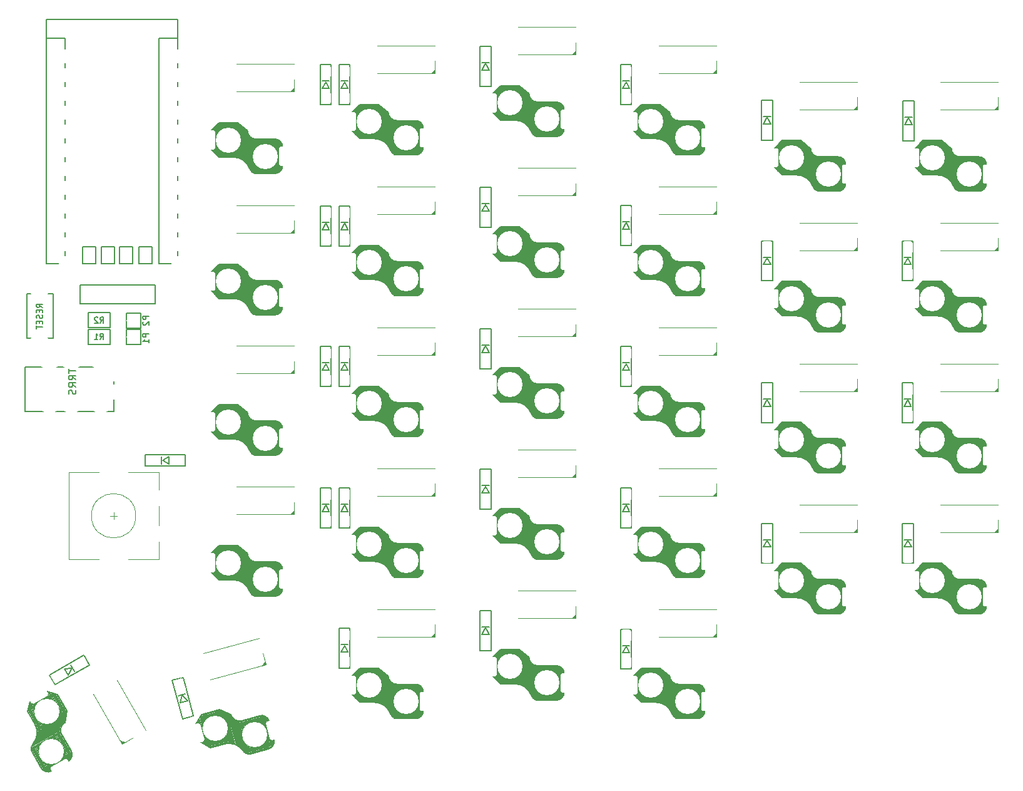
<source format=gbo>
G04 #@! TF.GenerationSoftware,KiCad,Pcbnew,(5.1.9-0-10_14)*
G04 #@! TF.CreationDate,2021-03-05T16:26:51-07:00*
G04 #@! TF.ProjectId,SofleKeyboard,536f666c-654b-4657-9962-6f6172642e6b,rev?*
G04 #@! TF.SameCoordinates,Original*
G04 #@! TF.FileFunction,Legend,Bot*
G04 #@! TF.FilePolarity,Positive*
%FSLAX46Y46*%
G04 Gerber Fmt 4.6, Leading zero omitted, Abs format (unit mm)*
G04 Created by KiCad (PCBNEW (5.1.9-0-10_14)) date 2021-03-05 16:26:51*
%MOMM*%
%LPD*%
G01*
G04 APERTURE LIST*
%ADD10C,0.100000*%
%ADD11C,0.120000*%
%ADD12C,0.150000*%
%ADD13C,1.400000*%
%ADD14C,3.400000*%
%ADD15C,3.800000*%
%ADD16C,2.200000*%
%ADD17C,1.924000*%
%ADD18C,4.400000*%
%ADD19C,1.797000*%
%ADD20C,2.400000*%
%ADD21C,5.100000*%
%ADD22C,1.600000*%
%ADD23O,2.900000X2.100000*%
G04 APERTURE END LIST*
D10*
G36*
X181600000Y-120343000D02*
G01*
X181600000Y-120851000D01*
X181092000Y-120851000D01*
X181600000Y-120343000D01*
G37*
X181600000Y-120343000D02*
X181600000Y-120851000D01*
X181092000Y-120851000D01*
X181600000Y-120343000D01*
D11*
X181600000Y-120851000D02*
X181600000Y-119200000D01*
D12*
X179850000Y-131350000D02*
X179850000Y-127800000D01*
X179750000Y-131500000D02*
X179750000Y-127750000D01*
X179650000Y-131600000D02*
X179650000Y-127650000D01*
X179550000Y-131700000D02*
X179550000Y-127500000D01*
X179400000Y-131800000D02*
X179400000Y-127400000D01*
X179250000Y-131850000D02*
X179250000Y-127350000D01*
X179100000Y-131900000D02*
X179100000Y-127350000D01*
X178950000Y-131900000D02*
X178950000Y-127300000D01*
X178800000Y-131900000D02*
X178800000Y-127300000D01*
X178650000Y-131900000D02*
X178650000Y-127300000D01*
X178500000Y-131900000D02*
X178500000Y-127300000D01*
X178350000Y-131900000D02*
X178350000Y-127300000D01*
X178200000Y-131900000D02*
X178200000Y-127300000D01*
X178050000Y-131900000D02*
X178050000Y-127300000D01*
X177900000Y-131900000D02*
X177900000Y-127300000D01*
X177750000Y-131900000D02*
X177750000Y-127300000D01*
X177600000Y-131900000D02*
X177600000Y-127300000D01*
X177450000Y-131900000D02*
X177450000Y-127300000D01*
X177300000Y-131900000D02*
X177300000Y-127300000D01*
X177150000Y-131900000D02*
X177150000Y-127300000D01*
X177000000Y-131900000D02*
X177000000Y-127300000D01*
X176850000Y-131900000D02*
X176850000Y-127300000D01*
X176700000Y-131900000D02*
X176700000Y-127300000D01*
X176550000Y-131900000D02*
X176550000Y-127350000D01*
X176400000Y-131900000D02*
X176400000Y-127300000D01*
X176250000Y-131900000D02*
X176250000Y-127300000D01*
X176100000Y-131850000D02*
X176100000Y-127300000D01*
X175950000Y-131750000D02*
X175950000Y-127200000D01*
X175800000Y-131650000D02*
X175800000Y-127150000D01*
X175700000Y-131500000D02*
X175700000Y-127100000D01*
X175600000Y-131250000D02*
X175600000Y-127050000D01*
X175500000Y-131100000D02*
X175500000Y-126950000D01*
X175400000Y-130900000D02*
X175400000Y-126750000D01*
X175300000Y-130750000D02*
X175300000Y-126600000D01*
X175200000Y-130550000D02*
X175200000Y-126100000D01*
X175050000Y-130400000D02*
X175050000Y-125950000D01*
X174900000Y-130250000D02*
X174900000Y-125850000D01*
X174750000Y-130150000D02*
X174750000Y-125750000D01*
X174600000Y-130050000D02*
X174600000Y-125600000D01*
X174450000Y-129950000D02*
X174450000Y-125500000D01*
X174300000Y-129900000D02*
X174300000Y-125350000D01*
X174150000Y-129800000D02*
X174150000Y-125250000D01*
X174000000Y-129750000D02*
X174000000Y-125150000D01*
X173850000Y-129750000D02*
X173850000Y-125100000D01*
X173700000Y-129750000D02*
X173700000Y-125100000D01*
X173550000Y-129700000D02*
X173550000Y-125150000D01*
X173400000Y-129700000D02*
X173400000Y-125100000D01*
X173250000Y-129700000D02*
X173250000Y-125100000D01*
X173100000Y-129700000D02*
X173100000Y-125100000D01*
X172950000Y-129700000D02*
X172950000Y-125100000D01*
X172800000Y-129700000D02*
X172800000Y-125100000D01*
X172650000Y-129700000D02*
X172650000Y-125100000D01*
X172500000Y-129700000D02*
X172500000Y-125100000D01*
X172350000Y-129700000D02*
X172350000Y-125100000D01*
X172200000Y-129700000D02*
X172200000Y-125100000D01*
X172050000Y-129700000D02*
X172050000Y-125100000D01*
X171900000Y-129700000D02*
X171900000Y-125100000D01*
X171750000Y-129700000D02*
X171750000Y-125100000D01*
X171600000Y-129700000D02*
X171600000Y-125100000D01*
X171450000Y-129700000D02*
X171450000Y-125100000D01*
X171300000Y-129550000D02*
X171300000Y-125200000D01*
X171150000Y-129450000D02*
X171150000Y-125350000D01*
X171000000Y-129300000D02*
X171000000Y-125500000D01*
X170850000Y-129150000D02*
X170850000Y-125650000D01*
X170700000Y-128950000D02*
X170700000Y-125800000D01*
X170550000Y-128850000D02*
X170550000Y-125950000D01*
X173975000Y-125075000D02*
X175250000Y-126100000D01*
X170400000Y-126100000D02*
X171425000Y-125075000D01*
X170400000Y-128700000D02*
X171425000Y-129725000D01*
X170400000Y-126100000D02*
X170400000Y-128700000D01*
X180000000Y-128275000D02*
X180000000Y-130925000D01*
X173400000Y-129725000D02*
X171425000Y-129725000D01*
X173975000Y-125075000D02*
X171425000Y-125075000D01*
X179000000Y-127275000D02*
X176425000Y-127275000D01*
X179000000Y-131925000D02*
X176400000Y-131925000D01*
D11*
X173800000Y-120851000D02*
X181600000Y-120851000D01*
X181600000Y-117151000D02*
X173800000Y-117151000D01*
D12*
X176399005Y-131923791D02*
G75*
G02*
X175537801Y-131221904I38796J926887D01*
G01*
X180000000Y-130925000D02*
G75*
G02*
X179000000Y-131925000I-1000000J0D01*
G01*
X180000000Y-128275000D02*
G75*
G03*
X179000000Y-127275000I-1000000J0D01*
G01*
X175537801Y-131221904D02*
G75*
G03*
X173400000Y-129725000I-2137801J-778096D01*
G01*
X175250000Y-126100000D02*
G75*
G03*
X176425000Y-127275000I1175000J0D01*
G01*
D10*
G36*
X162550000Y-117843000D02*
G01*
X162550000Y-118351000D01*
X162042000Y-118351000D01*
X162550000Y-117843000D01*
G37*
X162550000Y-117843000D02*
X162550000Y-118351000D01*
X162042000Y-118351000D01*
X162550000Y-117843000D01*
D11*
X162550000Y-118351000D02*
X162550000Y-116700000D01*
D12*
X160800000Y-128850000D02*
X160800000Y-125300000D01*
X160700000Y-129000000D02*
X160700000Y-125250000D01*
X160600000Y-129100000D02*
X160600000Y-125150000D01*
X160500000Y-129200000D02*
X160500000Y-125000000D01*
X160350000Y-129300000D02*
X160350000Y-124900000D01*
X160200000Y-129350000D02*
X160200000Y-124850000D01*
X160050000Y-129400000D02*
X160050000Y-124850000D01*
X159900000Y-129400000D02*
X159900000Y-124800000D01*
X159750000Y-129400000D02*
X159750000Y-124800000D01*
X159600000Y-129400000D02*
X159600000Y-124800000D01*
X159450000Y-129400000D02*
X159450000Y-124800000D01*
X159300000Y-129400000D02*
X159300000Y-124800000D01*
X159150000Y-129400000D02*
X159150000Y-124800000D01*
X159000000Y-129400000D02*
X159000000Y-124800000D01*
X158850000Y-129400000D02*
X158850000Y-124800000D01*
X158700000Y-129400000D02*
X158700000Y-124800000D01*
X158550000Y-129400000D02*
X158550000Y-124800000D01*
X158400000Y-129400000D02*
X158400000Y-124800000D01*
X158250000Y-129400000D02*
X158250000Y-124800000D01*
X158100000Y-129400000D02*
X158100000Y-124800000D01*
X157950000Y-129400000D02*
X157950000Y-124800000D01*
X157800000Y-129400000D02*
X157800000Y-124800000D01*
X157650000Y-129400000D02*
X157650000Y-124800000D01*
X157500000Y-129400000D02*
X157500000Y-124850000D01*
X157350000Y-129400000D02*
X157350000Y-124800000D01*
X157200000Y-129400000D02*
X157200000Y-124800000D01*
X157050000Y-129350000D02*
X157050000Y-124800000D01*
X156900000Y-129250000D02*
X156900000Y-124700000D01*
X156750000Y-129150000D02*
X156750000Y-124650000D01*
X156650000Y-129000000D02*
X156650000Y-124600000D01*
X156550000Y-128750000D02*
X156550000Y-124550000D01*
X156450000Y-128600000D02*
X156450000Y-124450000D01*
X156350000Y-128400000D02*
X156350000Y-124250000D01*
X156250000Y-128250000D02*
X156250000Y-124100000D01*
X156150000Y-128050000D02*
X156150000Y-123600000D01*
X156000000Y-127900000D02*
X156000000Y-123450000D01*
X155850000Y-127750000D02*
X155850000Y-123350000D01*
X155700000Y-127650000D02*
X155700000Y-123250000D01*
X155550000Y-127550000D02*
X155550000Y-123100000D01*
X155400000Y-127450000D02*
X155400000Y-123000000D01*
X155250000Y-127400000D02*
X155250000Y-122850000D01*
X155100000Y-127300000D02*
X155100000Y-122750000D01*
X154950000Y-127250000D02*
X154950000Y-122650000D01*
X154800000Y-127250000D02*
X154800000Y-122600000D01*
X154650000Y-127250000D02*
X154650000Y-122600000D01*
X154500000Y-127200000D02*
X154500000Y-122650000D01*
X154350000Y-127200000D02*
X154350000Y-122600000D01*
X154200000Y-127200000D02*
X154200000Y-122600000D01*
X154050000Y-127200000D02*
X154050000Y-122600000D01*
X153900000Y-127200000D02*
X153900000Y-122600000D01*
X153750000Y-127200000D02*
X153750000Y-122600000D01*
X153600000Y-127200000D02*
X153600000Y-122600000D01*
X153450000Y-127200000D02*
X153450000Y-122600000D01*
X153300000Y-127200000D02*
X153300000Y-122600000D01*
X153150000Y-127200000D02*
X153150000Y-122600000D01*
X153000000Y-127200000D02*
X153000000Y-122600000D01*
X152850000Y-127200000D02*
X152850000Y-122600000D01*
X152700000Y-127200000D02*
X152700000Y-122600000D01*
X152550000Y-127200000D02*
X152550000Y-122600000D01*
X152400000Y-127200000D02*
X152400000Y-122600000D01*
X152250000Y-127050000D02*
X152250000Y-122700000D01*
X152100000Y-126950000D02*
X152100000Y-122850000D01*
X151950000Y-126800000D02*
X151950000Y-123000000D01*
X151800000Y-126650000D02*
X151800000Y-123150000D01*
X151650000Y-126450000D02*
X151650000Y-123300000D01*
X151500000Y-126350000D02*
X151500000Y-123450000D01*
X154925000Y-122575000D02*
X156200000Y-123600000D01*
X151350000Y-123600000D02*
X152375000Y-122575000D01*
X151350000Y-126200000D02*
X152375000Y-127225000D01*
X151350000Y-123600000D02*
X151350000Y-126200000D01*
X160950000Y-125775000D02*
X160950000Y-128425000D01*
X154350000Y-127225000D02*
X152375000Y-127225000D01*
X154925000Y-122575000D02*
X152375000Y-122575000D01*
X159950000Y-124775000D02*
X157375000Y-124775000D01*
X159950000Y-129425000D02*
X157350000Y-129425000D01*
D11*
X154750000Y-118351000D02*
X162550000Y-118351000D01*
X162550000Y-114651000D02*
X154750000Y-114651000D01*
D12*
X157349005Y-129423791D02*
G75*
G02*
X156487801Y-128721904I38796J926887D01*
G01*
X160950000Y-128425000D02*
G75*
G02*
X159950000Y-129425000I-1000000J0D01*
G01*
X160950000Y-125775000D02*
G75*
G03*
X159950000Y-124775000I-1000000J0D01*
G01*
X156487801Y-128721904D02*
G75*
G03*
X154350000Y-127225000I-2137801J-778096D01*
G01*
X156200000Y-123600000D02*
G75*
G03*
X157375000Y-124775000I1175000J0D01*
G01*
D10*
G36*
X143500000Y-120343000D02*
G01*
X143500000Y-120851000D01*
X142992000Y-120851000D01*
X143500000Y-120343000D01*
G37*
X143500000Y-120343000D02*
X143500000Y-120851000D01*
X142992000Y-120851000D01*
X143500000Y-120343000D01*
D11*
X143500000Y-120851000D02*
X143500000Y-119200000D01*
D12*
X141750000Y-131350000D02*
X141750000Y-127800000D01*
X141650000Y-131500000D02*
X141650000Y-127750000D01*
X141550000Y-131600000D02*
X141550000Y-127650000D01*
X141450000Y-131700000D02*
X141450000Y-127500000D01*
X141300000Y-131800000D02*
X141300000Y-127400000D01*
X141150000Y-131850000D02*
X141150000Y-127350000D01*
X141000000Y-131900000D02*
X141000000Y-127350000D01*
X140850000Y-131900000D02*
X140850000Y-127300000D01*
X140700000Y-131900000D02*
X140700000Y-127300000D01*
X140550000Y-131900000D02*
X140550000Y-127300000D01*
X140400000Y-131900000D02*
X140400000Y-127300000D01*
X140250000Y-131900000D02*
X140250000Y-127300000D01*
X140100000Y-131900000D02*
X140100000Y-127300000D01*
X139950000Y-131900000D02*
X139950000Y-127300000D01*
X139800000Y-131900000D02*
X139800000Y-127300000D01*
X139650000Y-131900000D02*
X139650000Y-127300000D01*
X139500000Y-131900000D02*
X139500000Y-127300000D01*
X139350000Y-131900000D02*
X139350000Y-127300000D01*
X139200000Y-131900000D02*
X139200000Y-127300000D01*
X139050000Y-131900000D02*
X139050000Y-127300000D01*
X138900000Y-131900000D02*
X138900000Y-127300000D01*
X138750000Y-131900000D02*
X138750000Y-127300000D01*
X138600000Y-131900000D02*
X138600000Y-127300000D01*
X138450000Y-131900000D02*
X138450000Y-127350000D01*
X138300000Y-131900000D02*
X138300000Y-127300000D01*
X138150000Y-131900000D02*
X138150000Y-127300000D01*
X138000000Y-131850000D02*
X138000000Y-127300000D01*
X137850000Y-131750000D02*
X137850000Y-127200000D01*
X137700000Y-131650000D02*
X137700000Y-127150000D01*
X137600000Y-131500000D02*
X137600000Y-127100000D01*
X137500000Y-131250000D02*
X137500000Y-127050000D01*
X137400000Y-131100000D02*
X137400000Y-126950000D01*
X137300000Y-130900000D02*
X137300000Y-126750000D01*
X137200000Y-130750000D02*
X137200000Y-126600000D01*
X137100000Y-130550000D02*
X137100000Y-126100000D01*
X136950000Y-130400000D02*
X136950000Y-125950000D01*
X136800000Y-130250000D02*
X136800000Y-125850000D01*
X136650000Y-130150000D02*
X136650000Y-125750000D01*
X136500000Y-130050000D02*
X136500000Y-125600000D01*
X136350000Y-129950000D02*
X136350000Y-125500000D01*
X136200000Y-129900000D02*
X136200000Y-125350000D01*
X136050000Y-129800000D02*
X136050000Y-125250000D01*
X135900000Y-129750000D02*
X135900000Y-125150000D01*
X135750000Y-129750000D02*
X135750000Y-125100000D01*
X135600000Y-129750000D02*
X135600000Y-125100000D01*
X135450000Y-129700000D02*
X135450000Y-125150000D01*
X135300000Y-129700000D02*
X135300000Y-125100000D01*
X135150000Y-129700000D02*
X135150000Y-125100000D01*
X135000000Y-129700000D02*
X135000000Y-125100000D01*
X134850000Y-129700000D02*
X134850000Y-125100000D01*
X134700000Y-129700000D02*
X134700000Y-125100000D01*
X134550000Y-129700000D02*
X134550000Y-125100000D01*
X134400000Y-129700000D02*
X134400000Y-125100000D01*
X134250000Y-129700000D02*
X134250000Y-125100000D01*
X134100000Y-129700000D02*
X134100000Y-125100000D01*
X133950000Y-129700000D02*
X133950000Y-125100000D01*
X133800000Y-129700000D02*
X133800000Y-125100000D01*
X133650000Y-129700000D02*
X133650000Y-125100000D01*
X133500000Y-129700000D02*
X133500000Y-125100000D01*
X133350000Y-129700000D02*
X133350000Y-125100000D01*
X133200000Y-129550000D02*
X133200000Y-125200000D01*
X133050000Y-129450000D02*
X133050000Y-125350000D01*
X132900000Y-129300000D02*
X132900000Y-125500000D01*
X132750000Y-129150000D02*
X132750000Y-125650000D01*
X132600000Y-128950000D02*
X132600000Y-125800000D01*
X132450000Y-128850000D02*
X132450000Y-125950000D01*
X135875000Y-125075000D02*
X137150000Y-126100000D01*
X132300000Y-126100000D02*
X133325000Y-125075000D01*
X132300000Y-128700000D02*
X133325000Y-129725000D01*
X132300000Y-126100000D02*
X132300000Y-128700000D01*
X141900000Y-128275000D02*
X141900000Y-130925000D01*
X135300000Y-129725000D02*
X133325000Y-129725000D01*
X135875000Y-125075000D02*
X133325000Y-125075000D01*
X140900000Y-127275000D02*
X138325000Y-127275000D01*
X140900000Y-131925000D02*
X138300000Y-131925000D01*
D11*
X135700000Y-120851000D02*
X143500000Y-120851000D01*
X143500000Y-117151000D02*
X135700000Y-117151000D01*
D12*
X138299005Y-131923791D02*
G75*
G02*
X137437801Y-131221904I38796J926887D01*
G01*
X141900000Y-130925000D02*
G75*
G02*
X140900000Y-131925000I-1000000J0D01*
G01*
X141900000Y-128275000D02*
G75*
G03*
X140900000Y-127275000I-1000000J0D01*
G01*
X137437801Y-131221904D02*
G75*
G03*
X135300000Y-129725000I-2137801J-778096D01*
G01*
X137150000Y-126100000D02*
G75*
G03*
X138325000Y-127275000I1175000J0D01*
G01*
D10*
G36*
X120498255Y-124147993D02*
G01*
X120629735Y-124638683D01*
X120139045Y-124770163D01*
X120498255Y-124147993D01*
G37*
X120498255Y-124147993D02*
X120629735Y-124638683D01*
X120139045Y-124770163D01*
X120498255Y-124147993D01*
D11*
X120629735Y-124638683D02*
X120202425Y-123043940D01*
D12*
X121656706Y-135232872D02*
X120737899Y-131803835D01*
X121598936Y-135403642D02*
X120628365Y-131781421D01*
X121528226Y-135526117D02*
X120505891Y-131710710D01*
X121457515Y-135648591D02*
X120370475Y-131591703D01*
X121338508Y-135784007D02*
X120199704Y-131533933D01*
X121206560Y-135871126D02*
X120041875Y-131524460D01*
X121074612Y-135958245D02*
X119896986Y-131563283D01*
X120929723Y-135997068D02*
X119739156Y-131553809D01*
X120784835Y-136035891D02*
X119594267Y-131592632D01*
X120639946Y-136074714D02*
X119449378Y-131631455D01*
X120495057Y-136113537D02*
X119304489Y-131670278D01*
X120350168Y-136152359D02*
X119159600Y-131709101D01*
X120205279Y-136191182D02*
X119014711Y-131747923D01*
X120060390Y-136230005D02*
X118869823Y-131786746D01*
X119915501Y-136268828D02*
X118724934Y-131825569D01*
X119770612Y-136307651D02*
X118580045Y-131864392D01*
X119625724Y-136346474D02*
X118435156Y-131903215D01*
X119480835Y-136385297D02*
X118290267Y-131942038D01*
X119335946Y-136424119D02*
X118145378Y-131980861D01*
X119191057Y-136462942D02*
X118000489Y-132019683D01*
X119046168Y-136501765D02*
X117855600Y-132058506D01*
X118901279Y-136540588D02*
X117710712Y-132097329D01*
X118756390Y-136579411D02*
X117565823Y-132136152D01*
X118611501Y-136618234D02*
X117433875Y-132223271D01*
X118466613Y-136657057D02*
X117276045Y-132213798D01*
X118321724Y-136695879D02*
X117131156Y-132252621D01*
X118163894Y-136686406D02*
X116986267Y-132291443D01*
X117993123Y-136628636D02*
X116815496Y-132233674D01*
X117822352Y-136570867D02*
X116657667Y-132224200D01*
X117686937Y-136451860D02*
X116548133Y-132201786D01*
X117525640Y-136236260D02*
X116438600Y-132179372D01*
X117390224Y-136117253D02*
X116316125Y-132108661D01*
X117241868Y-135949950D02*
X116167769Y-131941358D01*
X117106452Y-135830943D02*
X116032353Y-131822351D01*
X116958096Y-135663640D02*
X115806351Y-131365270D01*
X116774384Y-135557574D02*
X115622639Y-131259204D01*
X116590672Y-135451507D02*
X115451869Y-131201434D01*
X116419902Y-135393738D02*
X115281098Y-131143664D01*
X116249131Y-135335968D02*
X115097386Y-131037598D01*
X116078360Y-135278198D02*
X114926615Y-130979828D01*
X115920530Y-135268725D02*
X114742904Y-130873762D01*
X115749759Y-135210955D02*
X114572133Y-130815993D01*
X115591930Y-135201482D02*
X114401362Y-130758223D01*
X115447041Y-135240305D02*
X114243532Y-130748749D01*
X115302152Y-135279127D02*
X114098643Y-130787572D01*
X115144322Y-135269654D02*
X113966695Y-130874691D01*
X114999433Y-135308477D02*
X113808866Y-130865218D01*
X114854544Y-135347300D02*
X113663977Y-130904041D01*
X114709655Y-135386123D02*
X113519088Y-130942864D01*
X114564767Y-135424945D02*
X113374199Y-130981687D01*
X114419878Y-135463768D02*
X113229310Y-131020509D01*
X114274989Y-135502591D02*
X113084421Y-131059332D01*
X114130100Y-135541414D02*
X112939532Y-131098155D01*
X113985211Y-135580237D02*
X112794643Y-131136978D01*
X113840322Y-135619060D02*
X112649755Y-131175801D01*
X113695433Y-135657883D02*
X112504866Y-131214624D01*
X113550544Y-135696705D02*
X112359977Y-131253447D01*
X113405656Y-135735528D02*
X112215088Y-131292269D01*
X113260767Y-135774351D02*
X112070199Y-131331092D01*
X113115878Y-135813174D02*
X111925310Y-131369915D01*
X112932166Y-135707108D02*
X111806303Y-131505331D01*
X112761395Y-135649338D02*
X111700237Y-131689042D01*
X112577684Y-135543272D02*
X111594171Y-131872754D01*
X112393972Y-135437206D02*
X111488105Y-132056466D01*
X112197319Y-135282844D02*
X111382039Y-132240178D01*
X112026548Y-135225074D02*
X111275973Y-132423889D01*
X114357802Y-130692249D02*
X115854647Y-131352329D01*
X111169907Y-132607601D02*
X111894692Y-131352238D01*
X111842837Y-135119008D02*
X113098200Y-135843793D01*
X111169907Y-132607601D02*
X111842837Y-135119008D01*
X121005727Y-132223827D02*
X121691597Y-134783530D01*
X115005904Y-135332625D02*
X113098200Y-135843793D01*
X114357802Y-130692249D02*
X111894692Y-131352238D01*
X119780982Y-131516720D02*
X117293723Y-132183179D01*
X120984490Y-136008275D02*
X118473083Y-136681205D01*
D11*
X113095514Y-126657472D02*
X120629735Y-124638683D01*
X119672105Y-121064757D02*
X112137883Y-123083546D01*
D12*
X118471809Y-136680295D02*
G75*
G02*
X117458288Y-136225220I-202422J905346D01*
G01*
X121691597Y-134783530D02*
G75*
G02*
X120984490Y-136008275I-965926J-258819D01*
G01*
X121005727Y-132223827D02*
G75*
G03*
X119780982Y-131516720I-965926J-258819D01*
G01*
X117458288Y-136225220D02*
G75*
G03*
X115005904Y-135332625I-1863571J-1304886D01*
G01*
X115854647Y-131352329D02*
G75*
G03*
X117293723Y-132183179I1134963J304113D01*
G01*
D10*
G36*
X101567247Y-135098999D02*
G01*
X101127306Y-135352999D01*
X100873306Y-134913058D01*
X101567247Y-135098999D01*
G37*
X101567247Y-135098999D02*
X101127306Y-135352999D01*
X100873306Y-134913058D01*
X101567247Y-135098999D01*
D11*
X101127306Y-135352999D02*
X102557114Y-134527499D01*
D12*
X91159906Y-139086955D02*
X94234296Y-137311955D01*
X90980002Y-139075352D02*
X94227597Y-137200352D01*
X90843399Y-139038750D02*
X94264200Y-137063750D01*
X90706797Y-139002147D02*
X94344103Y-136902147D01*
X90545194Y-138922243D02*
X94355706Y-136722243D01*
X90426893Y-138817339D02*
X94324007Y-136567339D01*
X90308592Y-138712436D02*
X94249007Y-136437436D01*
X90233592Y-138582532D02*
X94217309Y-136282532D01*
X90158592Y-138452628D02*
X94142309Y-136152628D01*
X90083592Y-138322724D02*
X94067309Y-136022724D01*
X90008592Y-138192820D02*
X93992309Y-135892820D01*
X89933592Y-138062917D02*
X93917309Y-135762917D01*
X89858592Y-137933013D02*
X93842309Y-135633013D01*
X89783592Y-137803109D02*
X93767309Y-135503109D01*
X89708592Y-137673205D02*
X93692309Y-135373205D01*
X89633592Y-137543301D02*
X93617309Y-135243301D01*
X89558592Y-137413397D02*
X93542309Y-135113397D01*
X89483592Y-137283494D02*
X93467309Y-134983494D01*
X89408592Y-137153590D02*
X93392309Y-134853590D01*
X89333592Y-137023686D02*
X93317309Y-134723686D01*
X89258592Y-136893782D02*
X93242309Y-134593782D01*
X89183592Y-136763878D02*
X93167309Y-134463878D01*
X89108592Y-136633975D02*
X93092309Y-134333975D01*
X89033592Y-136504071D02*
X92974007Y-134229071D01*
X88958592Y-136374167D02*
X92942309Y-134074167D01*
X88883592Y-136244263D02*
X92867309Y-133944263D01*
X88851893Y-136089359D02*
X92792309Y-133814359D01*
X88863495Y-135909456D02*
X92803911Y-133634456D01*
X88875098Y-135729552D02*
X92772212Y-133479552D01*
X88955002Y-135567949D02*
X92765514Y-133367949D01*
X89121508Y-135356347D02*
X92758815Y-133256347D01*
X89201412Y-135194744D02*
X92795417Y-133119744D01*
X89324617Y-135008142D02*
X92918623Y-132933142D01*
X89404521Y-134846539D02*
X92998526Y-132771539D01*
X89527726Y-134659936D02*
X93381539Y-132434936D01*
X89582630Y-134455033D02*
X93436443Y-132230033D01*
X89637534Y-134250129D02*
X93448045Y-132050129D01*
X89649136Y-134070225D02*
X93459648Y-131870225D01*
X89660739Y-133890321D02*
X93514552Y-131665321D01*
X89672341Y-133710417D02*
X93526154Y-131485417D01*
X89640642Y-133555514D02*
X93581058Y-131280514D01*
X89652245Y-133375610D02*
X93592661Y-131100610D01*
X89620546Y-133220706D02*
X93604263Y-130920706D01*
X89545546Y-133090802D02*
X93572564Y-130765802D01*
X89470546Y-132960898D02*
X93497564Y-130635898D01*
X89438848Y-132805995D02*
X93379263Y-130530995D01*
X89363848Y-132676091D02*
X93347564Y-130376091D01*
X89288848Y-132546187D02*
X93272564Y-130246187D01*
X89213848Y-132416283D02*
X93197564Y-130116283D01*
X89138848Y-132286379D02*
X93122564Y-129986379D01*
X89063848Y-132156476D02*
X93047564Y-129856476D01*
X88988848Y-132026572D02*
X92972564Y-129726572D01*
X88913848Y-131896668D02*
X92897564Y-129596668D01*
X88838848Y-131766764D02*
X92822564Y-129466764D01*
X88763848Y-131636860D02*
X92747564Y-129336860D01*
X88688848Y-131506956D02*
X92672564Y-129206956D01*
X88613848Y-131377053D02*
X92597564Y-129077053D01*
X88538848Y-131247149D02*
X92522564Y-128947149D01*
X88463848Y-131117245D02*
X92447564Y-128817245D01*
X88388848Y-130987341D02*
X92372564Y-128687341D01*
X88443751Y-130782437D02*
X92210962Y-128607437D01*
X88455354Y-130602534D02*
X92006058Y-128552534D01*
X88510258Y-130397630D02*
X91801154Y-128497630D01*
X88565162Y-130192726D02*
X91596250Y-128442726D01*
X88663367Y-129962822D02*
X91391347Y-128387822D01*
X88674969Y-129782918D02*
X91186443Y-128332918D01*
X93656715Y-130861555D02*
X93406539Y-132478238D01*
X90981539Y-128278015D02*
X92381715Y-128653191D01*
X88729873Y-129578015D02*
X88354697Y-130978191D01*
X90981539Y-128278015D02*
X88729873Y-129578015D01*
X93897934Y-137679358D02*
X91602966Y-139004358D01*
X89342197Y-132688591D02*
X88354697Y-130978191D01*
X93656715Y-130861555D02*
X92381715Y-128653191D01*
X94263959Y-136313333D02*
X92976459Y-134083318D01*
X90236941Y-138638333D02*
X88936941Y-136386667D01*
D11*
X97227306Y-128598001D02*
X101127306Y-135352999D01*
X104331600Y-133502999D02*
X100431600Y-126748001D01*
D12*
X88937491Y-136385200D02*
G75*
G02*
X89114741Y-135288433I822105J429844D01*
G01*
X91602966Y-139004358D02*
G75*
G02*
X90236941Y-138638333I-500000J866025D01*
G01*
X93897934Y-137679358D02*
G75*
G03*
X94263959Y-136313333I-500000J866025D01*
G01*
X89114740Y-135288433D02*
G75*
G03*
X89342197Y-132688591I-1742751J1462342D01*
G01*
X93406539Y-132478238D02*
G75*
G03*
X92976459Y-134083318I587500J-1017580D01*
G01*
D10*
G36*
X219700000Y-106193000D02*
G01*
X219700000Y-106701000D01*
X219192000Y-106701000D01*
X219700000Y-106193000D01*
G37*
X219700000Y-106193000D02*
X219700000Y-106701000D01*
X219192000Y-106701000D01*
X219700000Y-106193000D01*
D11*
X219700000Y-106701000D02*
X219700000Y-105050000D01*
D12*
X217950000Y-117200000D02*
X217950000Y-113650000D01*
X217850000Y-117350000D02*
X217850000Y-113600000D01*
X217750000Y-117450000D02*
X217750000Y-113500000D01*
X217650000Y-117550000D02*
X217650000Y-113350000D01*
X217500000Y-117650000D02*
X217500000Y-113250000D01*
X217350000Y-117700000D02*
X217350000Y-113200000D01*
X217200000Y-117750000D02*
X217200000Y-113200000D01*
X217050000Y-117750000D02*
X217050000Y-113150000D01*
X216900000Y-117750000D02*
X216900000Y-113150000D01*
X216750000Y-117750000D02*
X216750000Y-113150000D01*
X216600000Y-117750000D02*
X216600000Y-113150000D01*
X216450000Y-117750000D02*
X216450000Y-113150000D01*
X216300000Y-117750000D02*
X216300000Y-113150000D01*
X216150000Y-117750000D02*
X216150000Y-113150000D01*
X216000000Y-117750000D02*
X216000000Y-113150000D01*
X215850000Y-117750000D02*
X215850000Y-113150000D01*
X215700000Y-117750000D02*
X215700000Y-113150000D01*
X215550000Y-117750000D02*
X215550000Y-113150000D01*
X215400000Y-117750000D02*
X215400000Y-113150000D01*
X215250000Y-117750000D02*
X215250000Y-113150000D01*
X215100000Y-117750000D02*
X215100000Y-113150000D01*
X214950000Y-117750000D02*
X214950000Y-113150000D01*
X214800000Y-117750000D02*
X214800000Y-113150000D01*
X214650000Y-117750000D02*
X214650000Y-113200000D01*
X214500000Y-117750000D02*
X214500000Y-113150000D01*
X214350000Y-117750000D02*
X214350000Y-113150000D01*
X214200000Y-117700000D02*
X214200000Y-113150000D01*
X214050000Y-117600000D02*
X214050000Y-113050000D01*
X213900000Y-117500000D02*
X213900000Y-113000000D01*
X213800000Y-117350000D02*
X213800000Y-112950000D01*
X213700000Y-117100000D02*
X213700000Y-112900000D01*
X213600000Y-116950000D02*
X213600000Y-112800000D01*
X213500000Y-116750000D02*
X213500000Y-112600000D01*
X213400000Y-116600000D02*
X213400000Y-112450000D01*
X213300000Y-116400000D02*
X213300000Y-111950000D01*
X213150000Y-116250000D02*
X213150000Y-111800000D01*
X213000000Y-116100000D02*
X213000000Y-111700000D01*
X212850000Y-116000000D02*
X212850000Y-111600000D01*
X212700000Y-115900000D02*
X212700000Y-111450000D01*
X212550000Y-115800000D02*
X212550000Y-111350000D01*
X212400000Y-115750000D02*
X212400000Y-111200000D01*
X212250000Y-115650000D02*
X212250000Y-111100000D01*
X212100000Y-115600000D02*
X212100000Y-111000000D01*
X211950000Y-115600000D02*
X211950000Y-110950000D01*
X211800000Y-115600000D02*
X211800000Y-110950000D01*
X211650000Y-115550000D02*
X211650000Y-111000000D01*
X211500000Y-115550000D02*
X211500000Y-110950000D01*
X211350000Y-115550000D02*
X211350000Y-110950000D01*
X211200000Y-115550000D02*
X211200000Y-110950000D01*
X211050000Y-115550000D02*
X211050000Y-110950000D01*
X210900000Y-115550000D02*
X210900000Y-110950000D01*
X210750000Y-115550000D02*
X210750000Y-110950000D01*
X210600000Y-115550000D02*
X210600000Y-110950000D01*
X210450000Y-115550000D02*
X210450000Y-110950000D01*
X210300000Y-115550000D02*
X210300000Y-110950000D01*
X210150000Y-115550000D02*
X210150000Y-110950000D01*
X210000000Y-115550000D02*
X210000000Y-110950000D01*
X209850000Y-115550000D02*
X209850000Y-110950000D01*
X209700000Y-115550000D02*
X209700000Y-110950000D01*
X209550000Y-115550000D02*
X209550000Y-110950000D01*
X209400000Y-115400000D02*
X209400000Y-111050000D01*
X209250000Y-115300000D02*
X209250000Y-111200000D01*
X209100000Y-115150000D02*
X209100000Y-111350000D01*
X208950000Y-115000000D02*
X208950000Y-111500000D01*
X208800000Y-114800000D02*
X208800000Y-111650000D01*
X208650000Y-114700000D02*
X208650000Y-111800000D01*
X212075000Y-110925000D02*
X213350000Y-111950000D01*
X208500000Y-111950000D02*
X209525000Y-110925000D01*
X208500000Y-114550000D02*
X209525000Y-115575000D01*
X208500000Y-111950000D02*
X208500000Y-114550000D01*
X218100000Y-114125000D02*
X218100000Y-116775000D01*
X211500000Y-115575000D02*
X209525000Y-115575000D01*
X212075000Y-110925000D02*
X209525000Y-110925000D01*
X217100000Y-113125000D02*
X214525000Y-113125000D01*
X217100000Y-117775000D02*
X214500000Y-117775000D01*
D11*
X211900000Y-106701000D02*
X219700000Y-106701000D01*
X219700000Y-103001000D02*
X211900000Y-103001000D01*
D12*
X214499005Y-117773791D02*
G75*
G02*
X213637801Y-117071904I38796J926887D01*
G01*
X218100000Y-116775000D02*
G75*
G02*
X217100000Y-117775000I-1000000J0D01*
G01*
X218100000Y-114125000D02*
G75*
G03*
X217100000Y-113125000I-1000000J0D01*
G01*
X213637801Y-117071904D02*
G75*
G03*
X211500000Y-115575000I-2137801J-778096D01*
G01*
X213350000Y-111950000D02*
G75*
G03*
X214525000Y-113125000I1175000J0D01*
G01*
D10*
G36*
X200650000Y-106193000D02*
G01*
X200650000Y-106701000D01*
X200142000Y-106701000D01*
X200650000Y-106193000D01*
G37*
X200650000Y-106193000D02*
X200650000Y-106701000D01*
X200142000Y-106701000D01*
X200650000Y-106193000D01*
D11*
X200650000Y-106701000D02*
X200650000Y-105050000D01*
D12*
X198900000Y-117200000D02*
X198900000Y-113650000D01*
X198800000Y-117350000D02*
X198800000Y-113600000D01*
X198700000Y-117450000D02*
X198700000Y-113500000D01*
X198600000Y-117550000D02*
X198600000Y-113350000D01*
X198450000Y-117650000D02*
X198450000Y-113250000D01*
X198300000Y-117700000D02*
X198300000Y-113200000D01*
X198150000Y-117750000D02*
X198150000Y-113200000D01*
X198000000Y-117750000D02*
X198000000Y-113150000D01*
X197850000Y-117750000D02*
X197850000Y-113150000D01*
X197700000Y-117750000D02*
X197700000Y-113150000D01*
X197550000Y-117750000D02*
X197550000Y-113150000D01*
X197400000Y-117750000D02*
X197400000Y-113150000D01*
X197250000Y-117750000D02*
X197250000Y-113150000D01*
X197100000Y-117750000D02*
X197100000Y-113150000D01*
X196950000Y-117750000D02*
X196950000Y-113150000D01*
X196800000Y-117750000D02*
X196800000Y-113150000D01*
X196650000Y-117750000D02*
X196650000Y-113150000D01*
X196500000Y-117750000D02*
X196500000Y-113150000D01*
X196350000Y-117750000D02*
X196350000Y-113150000D01*
X196200000Y-117750000D02*
X196200000Y-113150000D01*
X196050000Y-117750000D02*
X196050000Y-113150000D01*
X195900000Y-117750000D02*
X195900000Y-113150000D01*
X195750000Y-117750000D02*
X195750000Y-113150000D01*
X195600000Y-117750000D02*
X195600000Y-113200000D01*
X195450000Y-117750000D02*
X195450000Y-113150000D01*
X195300000Y-117750000D02*
X195300000Y-113150000D01*
X195150000Y-117700000D02*
X195150000Y-113150000D01*
X195000000Y-117600000D02*
X195000000Y-113050000D01*
X194850000Y-117500000D02*
X194850000Y-113000000D01*
X194750000Y-117350000D02*
X194750000Y-112950000D01*
X194650000Y-117100000D02*
X194650000Y-112900000D01*
X194550000Y-116950000D02*
X194550000Y-112800000D01*
X194450000Y-116750000D02*
X194450000Y-112600000D01*
X194350000Y-116600000D02*
X194350000Y-112450000D01*
X194250000Y-116400000D02*
X194250000Y-111950000D01*
X194100000Y-116250000D02*
X194100000Y-111800000D01*
X193950000Y-116100000D02*
X193950000Y-111700000D01*
X193800000Y-116000000D02*
X193800000Y-111600000D01*
X193650000Y-115900000D02*
X193650000Y-111450000D01*
X193500000Y-115800000D02*
X193500000Y-111350000D01*
X193350000Y-115750000D02*
X193350000Y-111200000D01*
X193200000Y-115650000D02*
X193200000Y-111100000D01*
X193050000Y-115600000D02*
X193050000Y-111000000D01*
X192900000Y-115600000D02*
X192900000Y-110950000D01*
X192750000Y-115600000D02*
X192750000Y-110950000D01*
X192600000Y-115550000D02*
X192600000Y-111000000D01*
X192450000Y-115550000D02*
X192450000Y-110950000D01*
X192300000Y-115550000D02*
X192300000Y-110950000D01*
X192150000Y-115550000D02*
X192150000Y-110950000D01*
X192000000Y-115550000D02*
X192000000Y-110950000D01*
X191850000Y-115550000D02*
X191850000Y-110950000D01*
X191700000Y-115550000D02*
X191700000Y-110950000D01*
X191550000Y-115550000D02*
X191550000Y-110950000D01*
X191400000Y-115550000D02*
X191400000Y-110950000D01*
X191250000Y-115550000D02*
X191250000Y-110950000D01*
X191100000Y-115550000D02*
X191100000Y-110950000D01*
X190950000Y-115550000D02*
X190950000Y-110950000D01*
X190800000Y-115550000D02*
X190800000Y-110950000D01*
X190650000Y-115550000D02*
X190650000Y-110950000D01*
X190500000Y-115550000D02*
X190500000Y-110950000D01*
X190350000Y-115400000D02*
X190350000Y-111050000D01*
X190200000Y-115300000D02*
X190200000Y-111200000D01*
X190050000Y-115150000D02*
X190050000Y-111350000D01*
X189900000Y-115000000D02*
X189900000Y-111500000D01*
X189750000Y-114800000D02*
X189750000Y-111650000D01*
X189600000Y-114700000D02*
X189600000Y-111800000D01*
X193025000Y-110925000D02*
X194300000Y-111950000D01*
X189450000Y-111950000D02*
X190475000Y-110925000D01*
X189450000Y-114550000D02*
X190475000Y-115575000D01*
X189450000Y-111950000D02*
X189450000Y-114550000D01*
X199050000Y-114125000D02*
X199050000Y-116775000D01*
X192450000Y-115575000D02*
X190475000Y-115575000D01*
X193025000Y-110925000D02*
X190475000Y-110925000D01*
X198050000Y-113125000D02*
X195475000Y-113125000D01*
X198050000Y-117775000D02*
X195450000Y-117775000D01*
D11*
X192850000Y-106701000D02*
X200650000Y-106701000D01*
X200650000Y-103001000D02*
X192850000Y-103001000D01*
D12*
X195449005Y-117773791D02*
G75*
G02*
X194587801Y-117071904I38796J926887D01*
G01*
X199050000Y-116775000D02*
G75*
G02*
X198050000Y-117775000I-1000000J0D01*
G01*
X199050000Y-114125000D02*
G75*
G03*
X198050000Y-113125000I-1000000J0D01*
G01*
X194587801Y-117071904D02*
G75*
G03*
X192450000Y-115575000I-2137801J-778096D01*
G01*
X194300000Y-111950000D02*
G75*
G03*
X195475000Y-113125000I1175000J0D01*
G01*
D10*
G36*
X181600000Y-101293000D02*
G01*
X181600000Y-101801000D01*
X181092000Y-101801000D01*
X181600000Y-101293000D01*
G37*
X181600000Y-101293000D02*
X181600000Y-101801000D01*
X181092000Y-101801000D01*
X181600000Y-101293000D01*
D11*
X181600000Y-101801000D02*
X181600000Y-100150000D01*
D12*
X179850000Y-112300000D02*
X179850000Y-108750000D01*
X179750000Y-112450000D02*
X179750000Y-108700000D01*
X179650000Y-112550000D02*
X179650000Y-108600000D01*
X179550000Y-112650000D02*
X179550000Y-108450000D01*
X179400000Y-112750000D02*
X179400000Y-108350000D01*
X179250000Y-112800000D02*
X179250000Y-108300000D01*
X179100000Y-112850000D02*
X179100000Y-108300000D01*
X178950000Y-112850000D02*
X178950000Y-108250000D01*
X178800000Y-112850000D02*
X178800000Y-108250000D01*
X178650000Y-112850000D02*
X178650000Y-108250000D01*
X178500000Y-112850000D02*
X178500000Y-108250000D01*
X178350000Y-112850000D02*
X178350000Y-108250000D01*
X178200000Y-112850000D02*
X178200000Y-108250000D01*
X178050000Y-112850000D02*
X178050000Y-108250000D01*
X177900000Y-112850000D02*
X177900000Y-108250000D01*
X177750000Y-112850000D02*
X177750000Y-108250000D01*
X177600000Y-112850000D02*
X177600000Y-108250000D01*
X177450000Y-112850000D02*
X177450000Y-108250000D01*
X177300000Y-112850000D02*
X177300000Y-108250000D01*
X177150000Y-112850000D02*
X177150000Y-108250000D01*
X177000000Y-112850000D02*
X177000000Y-108250000D01*
X176850000Y-112850000D02*
X176850000Y-108250000D01*
X176700000Y-112850000D02*
X176700000Y-108250000D01*
X176550000Y-112850000D02*
X176550000Y-108300000D01*
X176400000Y-112850000D02*
X176400000Y-108250000D01*
X176250000Y-112850000D02*
X176250000Y-108250000D01*
X176100000Y-112800000D02*
X176100000Y-108250000D01*
X175950000Y-112700000D02*
X175950000Y-108150000D01*
X175800000Y-112600000D02*
X175800000Y-108100000D01*
X175700000Y-112450000D02*
X175700000Y-108050000D01*
X175600000Y-112200000D02*
X175600000Y-108000000D01*
X175500000Y-112050000D02*
X175500000Y-107900000D01*
X175400000Y-111850000D02*
X175400000Y-107700000D01*
X175300000Y-111700000D02*
X175300000Y-107550000D01*
X175200000Y-111500000D02*
X175200000Y-107050000D01*
X175050000Y-111350000D02*
X175050000Y-106900000D01*
X174900000Y-111200000D02*
X174900000Y-106800000D01*
X174750000Y-111100000D02*
X174750000Y-106700000D01*
X174600000Y-111000000D02*
X174600000Y-106550000D01*
X174450000Y-110900000D02*
X174450000Y-106450000D01*
X174300000Y-110850000D02*
X174300000Y-106300000D01*
X174150000Y-110750000D02*
X174150000Y-106200000D01*
X174000000Y-110700000D02*
X174000000Y-106100000D01*
X173850000Y-110700000D02*
X173850000Y-106050000D01*
X173700000Y-110700000D02*
X173700000Y-106050000D01*
X173550000Y-110650000D02*
X173550000Y-106100000D01*
X173400000Y-110650000D02*
X173400000Y-106050000D01*
X173250000Y-110650000D02*
X173250000Y-106050000D01*
X173100000Y-110650000D02*
X173100000Y-106050000D01*
X172950000Y-110650000D02*
X172950000Y-106050000D01*
X172800000Y-110650000D02*
X172800000Y-106050000D01*
X172650000Y-110650000D02*
X172650000Y-106050000D01*
X172500000Y-110650000D02*
X172500000Y-106050000D01*
X172350000Y-110650000D02*
X172350000Y-106050000D01*
X172200000Y-110650000D02*
X172200000Y-106050000D01*
X172050000Y-110650000D02*
X172050000Y-106050000D01*
X171900000Y-110650000D02*
X171900000Y-106050000D01*
X171750000Y-110650000D02*
X171750000Y-106050000D01*
X171600000Y-110650000D02*
X171600000Y-106050000D01*
X171450000Y-110650000D02*
X171450000Y-106050000D01*
X171300000Y-110500000D02*
X171300000Y-106150000D01*
X171150000Y-110400000D02*
X171150000Y-106300000D01*
X171000000Y-110250000D02*
X171000000Y-106450000D01*
X170850000Y-110100000D02*
X170850000Y-106600000D01*
X170700000Y-109900000D02*
X170700000Y-106750000D01*
X170550000Y-109800000D02*
X170550000Y-106900000D01*
X173975000Y-106025000D02*
X175250000Y-107050000D01*
X170400000Y-107050000D02*
X171425000Y-106025000D01*
X170400000Y-109650000D02*
X171425000Y-110675000D01*
X170400000Y-107050000D02*
X170400000Y-109650000D01*
X180000000Y-109225000D02*
X180000000Y-111875000D01*
X173400000Y-110675000D02*
X171425000Y-110675000D01*
X173975000Y-106025000D02*
X171425000Y-106025000D01*
X179000000Y-108225000D02*
X176425000Y-108225000D01*
X179000000Y-112875000D02*
X176400000Y-112875000D01*
D11*
X173800000Y-101801000D02*
X181600000Y-101801000D01*
X181600000Y-98101000D02*
X173800000Y-98101000D01*
D12*
X176399005Y-112873791D02*
G75*
G02*
X175537801Y-112171904I38796J926887D01*
G01*
X180000000Y-111875000D02*
G75*
G02*
X179000000Y-112875000I-1000000J0D01*
G01*
X180000000Y-109225000D02*
G75*
G03*
X179000000Y-108225000I-1000000J0D01*
G01*
X175537801Y-112171904D02*
G75*
G03*
X173400000Y-110675000I-2137801J-778096D01*
G01*
X175250000Y-107050000D02*
G75*
G03*
X176425000Y-108225000I1175000J0D01*
G01*
D10*
G36*
X162550000Y-98793000D02*
G01*
X162550000Y-99301000D01*
X162042000Y-99301000D01*
X162550000Y-98793000D01*
G37*
X162550000Y-98793000D02*
X162550000Y-99301000D01*
X162042000Y-99301000D01*
X162550000Y-98793000D01*
D11*
X162550000Y-99301000D02*
X162550000Y-97650000D01*
D12*
X160800000Y-109800000D02*
X160800000Y-106250000D01*
X160700000Y-109950000D02*
X160700000Y-106200000D01*
X160600000Y-110050000D02*
X160600000Y-106100000D01*
X160500000Y-110150000D02*
X160500000Y-105950000D01*
X160350000Y-110250000D02*
X160350000Y-105850000D01*
X160200000Y-110300000D02*
X160200000Y-105800000D01*
X160050000Y-110350000D02*
X160050000Y-105800000D01*
X159900000Y-110350000D02*
X159900000Y-105750000D01*
X159750000Y-110350000D02*
X159750000Y-105750000D01*
X159600000Y-110350000D02*
X159600000Y-105750000D01*
X159450000Y-110350000D02*
X159450000Y-105750000D01*
X159300000Y-110350000D02*
X159300000Y-105750000D01*
X159150000Y-110350000D02*
X159150000Y-105750000D01*
X159000000Y-110350000D02*
X159000000Y-105750000D01*
X158850000Y-110350000D02*
X158850000Y-105750000D01*
X158700000Y-110350000D02*
X158700000Y-105750000D01*
X158550000Y-110350000D02*
X158550000Y-105750000D01*
X158400000Y-110350000D02*
X158400000Y-105750000D01*
X158250000Y-110350000D02*
X158250000Y-105750000D01*
X158100000Y-110350000D02*
X158100000Y-105750000D01*
X157950000Y-110350000D02*
X157950000Y-105750000D01*
X157800000Y-110350000D02*
X157800000Y-105750000D01*
X157650000Y-110350000D02*
X157650000Y-105750000D01*
X157500000Y-110350000D02*
X157500000Y-105800000D01*
X157350000Y-110350000D02*
X157350000Y-105750000D01*
X157200000Y-110350000D02*
X157200000Y-105750000D01*
X157050000Y-110300000D02*
X157050000Y-105750000D01*
X156900000Y-110200000D02*
X156900000Y-105650000D01*
X156750000Y-110100000D02*
X156750000Y-105600000D01*
X156650000Y-109950000D02*
X156650000Y-105550000D01*
X156550000Y-109700000D02*
X156550000Y-105500000D01*
X156450000Y-109550000D02*
X156450000Y-105400000D01*
X156350000Y-109350000D02*
X156350000Y-105200000D01*
X156250000Y-109200000D02*
X156250000Y-105050000D01*
X156150000Y-109000000D02*
X156150000Y-104550000D01*
X156000000Y-108850000D02*
X156000000Y-104400000D01*
X155850000Y-108700000D02*
X155850000Y-104300000D01*
X155700000Y-108600000D02*
X155700000Y-104200000D01*
X155550000Y-108500000D02*
X155550000Y-104050000D01*
X155400000Y-108400000D02*
X155400000Y-103950000D01*
X155250000Y-108350000D02*
X155250000Y-103800000D01*
X155100000Y-108250000D02*
X155100000Y-103700000D01*
X154950000Y-108200000D02*
X154950000Y-103600000D01*
X154800000Y-108200000D02*
X154800000Y-103550000D01*
X154650000Y-108200000D02*
X154650000Y-103550000D01*
X154500000Y-108150000D02*
X154500000Y-103600000D01*
X154350000Y-108150000D02*
X154350000Y-103550000D01*
X154200000Y-108150000D02*
X154200000Y-103550000D01*
X154050000Y-108150000D02*
X154050000Y-103550000D01*
X153900000Y-108150000D02*
X153900000Y-103550000D01*
X153750000Y-108150000D02*
X153750000Y-103550000D01*
X153600000Y-108150000D02*
X153600000Y-103550000D01*
X153450000Y-108150000D02*
X153450000Y-103550000D01*
X153300000Y-108150000D02*
X153300000Y-103550000D01*
X153150000Y-108150000D02*
X153150000Y-103550000D01*
X153000000Y-108150000D02*
X153000000Y-103550000D01*
X152850000Y-108150000D02*
X152850000Y-103550000D01*
X152700000Y-108150000D02*
X152700000Y-103550000D01*
X152550000Y-108150000D02*
X152550000Y-103550000D01*
X152400000Y-108150000D02*
X152400000Y-103550000D01*
X152250000Y-108000000D02*
X152250000Y-103650000D01*
X152100000Y-107900000D02*
X152100000Y-103800000D01*
X151950000Y-107750000D02*
X151950000Y-103950000D01*
X151800000Y-107600000D02*
X151800000Y-104100000D01*
X151650000Y-107400000D02*
X151650000Y-104250000D01*
X151500000Y-107300000D02*
X151500000Y-104400000D01*
X154925000Y-103525000D02*
X156200000Y-104550000D01*
X151350000Y-104550000D02*
X152375000Y-103525000D01*
X151350000Y-107150000D02*
X152375000Y-108175000D01*
X151350000Y-104550000D02*
X151350000Y-107150000D01*
X160950000Y-106725000D02*
X160950000Y-109375000D01*
X154350000Y-108175000D02*
X152375000Y-108175000D01*
X154925000Y-103525000D02*
X152375000Y-103525000D01*
X159950000Y-105725000D02*
X157375000Y-105725000D01*
X159950000Y-110375000D02*
X157350000Y-110375000D01*
D11*
X154750000Y-99301000D02*
X162550000Y-99301000D01*
X162550000Y-95601000D02*
X154750000Y-95601000D01*
D12*
X157349005Y-110373791D02*
G75*
G02*
X156487801Y-109671904I38796J926887D01*
G01*
X160950000Y-109375000D02*
G75*
G02*
X159950000Y-110375000I-1000000J0D01*
G01*
X160950000Y-106725000D02*
G75*
G03*
X159950000Y-105725000I-1000000J0D01*
G01*
X156487801Y-109671904D02*
G75*
G03*
X154350000Y-108175000I-2137801J-778096D01*
G01*
X156200000Y-104550000D02*
G75*
G03*
X157375000Y-105725000I1175000J0D01*
G01*
D10*
G36*
X143500000Y-101293000D02*
G01*
X143500000Y-101801000D01*
X142992000Y-101801000D01*
X143500000Y-101293000D01*
G37*
X143500000Y-101293000D02*
X143500000Y-101801000D01*
X142992000Y-101801000D01*
X143500000Y-101293000D01*
D11*
X143500000Y-101801000D02*
X143500000Y-100150000D01*
D12*
X141750000Y-112300000D02*
X141750000Y-108750000D01*
X141650000Y-112450000D02*
X141650000Y-108700000D01*
X141550000Y-112550000D02*
X141550000Y-108600000D01*
X141450000Y-112650000D02*
X141450000Y-108450000D01*
X141300000Y-112750000D02*
X141300000Y-108350000D01*
X141150000Y-112800000D02*
X141150000Y-108300000D01*
X141000000Y-112850000D02*
X141000000Y-108300000D01*
X140850000Y-112850000D02*
X140850000Y-108250000D01*
X140700000Y-112850000D02*
X140700000Y-108250000D01*
X140550000Y-112850000D02*
X140550000Y-108250000D01*
X140400000Y-112850000D02*
X140400000Y-108250000D01*
X140250000Y-112850000D02*
X140250000Y-108250000D01*
X140100000Y-112850000D02*
X140100000Y-108250000D01*
X139950000Y-112850000D02*
X139950000Y-108250000D01*
X139800000Y-112850000D02*
X139800000Y-108250000D01*
X139650000Y-112850000D02*
X139650000Y-108250000D01*
X139500000Y-112850000D02*
X139500000Y-108250000D01*
X139350000Y-112850000D02*
X139350000Y-108250000D01*
X139200000Y-112850000D02*
X139200000Y-108250000D01*
X139050000Y-112850000D02*
X139050000Y-108250000D01*
X138900000Y-112850000D02*
X138900000Y-108250000D01*
X138750000Y-112850000D02*
X138750000Y-108250000D01*
X138600000Y-112850000D02*
X138600000Y-108250000D01*
X138450000Y-112850000D02*
X138450000Y-108300000D01*
X138300000Y-112850000D02*
X138300000Y-108250000D01*
X138150000Y-112850000D02*
X138150000Y-108250000D01*
X138000000Y-112800000D02*
X138000000Y-108250000D01*
X137850000Y-112700000D02*
X137850000Y-108150000D01*
X137700000Y-112600000D02*
X137700000Y-108100000D01*
X137600000Y-112450000D02*
X137600000Y-108050000D01*
X137500000Y-112200000D02*
X137500000Y-108000000D01*
X137400000Y-112050000D02*
X137400000Y-107900000D01*
X137300000Y-111850000D02*
X137300000Y-107700000D01*
X137200000Y-111700000D02*
X137200000Y-107550000D01*
X137100000Y-111500000D02*
X137100000Y-107050000D01*
X136950000Y-111350000D02*
X136950000Y-106900000D01*
X136800000Y-111200000D02*
X136800000Y-106800000D01*
X136650000Y-111100000D02*
X136650000Y-106700000D01*
X136500000Y-111000000D02*
X136500000Y-106550000D01*
X136350000Y-110900000D02*
X136350000Y-106450000D01*
X136200000Y-110850000D02*
X136200000Y-106300000D01*
X136050000Y-110750000D02*
X136050000Y-106200000D01*
X135900000Y-110700000D02*
X135900000Y-106100000D01*
X135750000Y-110700000D02*
X135750000Y-106050000D01*
X135600000Y-110700000D02*
X135600000Y-106050000D01*
X135450000Y-110650000D02*
X135450000Y-106100000D01*
X135300000Y-110650000D02*
X135300000Y-106050000D01*
X135150000Y-110650000D02*
X135150000Y-106050000D01*
X135000000Y-110650000D02*
X135000000Y-106050000D01*
X134850000Y-110650000D02*
X134850000Y-106050000D01*
X134700000Y-110650000D02*
X134700000Y-106050000D01*
X134550000Y-110650000D02*
X134550000Y-106050000D01*
X134400000Y-110650000D02*
X134400000Y-106050000D01*
X134250000Y-110650000D02*
X134250000Y-106050000D01*
X134100000Y-110650000D02*
X134100000Y-106050000D01*
X133950000Y-110650000D02*
X133950000Y-106050000D01*
X133800000Y-110650000D02*
X133800000Y-106050000D01*
X133650000Y-110650000D02*
X133650000Y-106050000D01*
X133500000Y-110650000D02*
X133500000Y-106050000D01*
X133350000Y-110650000D02*
X133350000Y-106050000D01*
X133200000Y-110500000D02*
X133200000Y-106150000D01*
X133050000Y-110400000D02*
X133050000Y-106300000D01*
X132900000Y-110250000D02*
X132900000Y-106450000D01*
X132750000Y-110100000D02*
X132750000Y-106600000D01*
X132600000Y-109900000D02*
X132600000Y-106750000D01*
X132450000Y-109800000D02*
X132450000Y-106900000D01*
X135875000Y-106025000D02*
X137150000Y-107050000D01*
X132300000Y-107050000D02*
X133325000Y-106025000D01*
X132300000Y-109650000D02*
X133325000Y-110675000D01*
X132300000Y-107050000D02*
X132300000Y-109650000D01*
X141900000Y-109225000D02*
X141900000Y-111875000D01*
X135300000Y-110675000D02*
X133325000Y-110675000D01*
X135875000Y-106025000D02*
X133325000Y-106025000D01*
X140900000Y-108225000D02*
X138325000Y-108225000D01*
X140900000Y-112875000D02*
X138300000Y-112875000D01*
D11*
X135700000Y-101801000D02*
X143500000Y-101801000D01*
X143500000Y-98101000D02*
X135700000Y-98101000D01*
D12*
X138299005Y-112873791D02*
G75*
G02*
X137437801Y-112171904I38796J926887D01*
G01*
X141900000Y-111875000D02*
G75*
G02*
X140900000Y-112875000I-1000000J0D01*
G01*
X141900000Y-109225000D02*
G75*
G03*
X140900000Y-108225000I-1000000J0D01*
G01*
X137437801Y-112171904D02*
G75*
G03*
X135300000Y-110675000I-2137801J-778096D01*
G01*
X137150000Y-107050000D02*
G75*
G03*
X138325000Y-108225000I1175000J0D01*
G01*
D10*
G36*
X124450000Y-103793000D02*
G01*
X124450000Y-104301000D01*
X123942000Y-104301000D01*
X124450000Y-103793000D01*
G37*
X124450000Y-103793000D02*
X124450000Y-104301000D01*
X123942000Y-104301000D01*
X124450000Y-103793000D01*
D11*
X124450000Y-104301000D02*
X124450000Y-102650000D01*
D12*
X122700000Y-114800000D02*
X122700000Y-111250000D01*
X122600000Y-114950000D02*
X122600000Y-111200000D01*
X122500000Y-115050000D02*
X122500000Y-111100000D01*
X122400000Y-115150000D02*
X122400000Y-110950000D01*
X122250000Y-115250000D02*
X122250000Y-110850000D01*
X122100000Y-115300000D02*
X122100000Y-110800000D01*
X121950000Y-115350000D02*
X121950000Y-110800000D01*
X121800000Y-115350000D02*
X121800000Y-110750000D01*
X121650000Y-115350000D02*
X121650000Y-110750000D01*
X121500000Y-115350000D02*
X121500000Y-110750000D01*
X121350000Y-115350000D02*
X121350000Y-110750000D01*
X121200000Y-115350000D02*
X121200000Y-110750000D01*
X121050000Y-115350000D02*
X121050000Y-110750000D01*
X120900000Y-115350000D02*
X120900000Y-110750000D01*
X120750000Y-115350000D02*
X120750000Y-110750000D01*
X120600000Y-115350000D02*
X120600000Y-110750000D01*
X120450000Y-115350000D02*
X120450000Y-110750000D01*
X120300000Y-115350000D02*
X120300000Y-110750000D01*
X120150000Y-115350000D02*
X120150000Y-110750000D01*
X120000000Y-115350000D02*
X120000000Y-110750000D01*
X119850000Y-115350000D02*
X119850000Y-110750000D01*
X119700000Y-115350000D02*
X119700000Y-110750000D01*
X119550000Y-115350000D02*
X119550000Y-110750000D01*
X119400000Y-115350000D02*
X119400000Y-110800000D01*
X119250000Y-115350000D02*
X119250000Y-110750000D01*
X119100000Y-115350000D02*
X119100000Y-110750000D01*
X118950000Y-115300000D02*
X118950000Y-110750000D01*
X118800000Y-115200000D02*
X118800000Y-110650000D01*
X118650000Y-115100000D02*
X118650000Y-110600000D01*
X118550000Y-114950000D02*
X118550000Y-110550000D01*
X118450000Y-114700000D02*
X118450000Y-110500000D01*
X118350000Y-114550000D02*
X118350000Y-110400000D01*
X118250000Y-114350000D02*
X118250000Y-110200000D01*
X118150000Y-114200000D02*
X118150000Y-110050000D01*
X118050000Y-114000000D02*
X118050000Y-109550000D01*
X117900000Y-113850000D02*
X117900000Y-109400000D01*
X117750000Y-113700000D02*
X117750000Y-109300000D01*
X117600000Y-113600000D02*
X117600000Y-109200000D01*
X117450000Y-113500000D02*
X117450000Y-109050000D01*
X117300000Y-113400000D02*
X117300000Y-108950000D01*
X117150000Y-113350000D02*
X117150000Y-108800000D01*
X117000000Y-113250000D02*
X117000000Y-108700000D01*
X116850000Y-113200000D02*
X116850000Y-108600000D01*
X116700000Y-113200000D02*
X116700000Y-108550000D01*
X116550000Y-113200000D02*
X116550000Y-108550000D01*
X116400000Y-113150000D02*
X116400000Y-108600000D01*
X116250000Y-113150000D02*
X116250000Y-108550000D01*
X116100000Y-113150000D02*
X116100000Y-108550000D01*
X115950000Y-113150000D02*
X115950000Y-108550000D01*
X115800000Y-113150000D02*
X115800000Y-108550000D01*
X115650000Y-113150000D02*
X115650000Y-108550000D01*
X115500000Y-113150000D02*
X115500000Y-108550000D01*
X115350000Y-113150000D02*
X115350000Y-108550000D01*
X115200000Y-113150000D02*
X115200000Y-108550000D01*
X115050000Y-113150000D02*
X115050000Y-108550000D01*
X114900000Y-113150000D02*
X114900000Y-108550000D01*
X114750000Y-113150000D02*
X114750000Y-108550000D01*
X114600000Y-113150000D02*
X114600000Y-108550000D01*
X114450000Y-113150000D02*
X114450000Y-108550000D01*
X114300000Y-113150000D02*
X114300000Y-108550000D01*
X114150000Y-113000000D02*
X114150000Y-108650000D01*
X114000000Y-112900000D02*
X114000000Y-108800000D01*
X113850000Y-112750000D02*
X113850000Y-108950000D01*
X113700000Y-112600000D02*
X113700000Y-109100000D01*
X113550000Y-112400000D02*
X113550000Y-109250000D01*
X113400000Y-112300000D02*
X113400000Y-109400000D01*
X116825000Y-108525000D02*
X118100000Y-109550000D01*
X113250000Y-109550000D02*
X114275000Y-108525000D01*
X113250000Y-112150000D02*
X114275000Y-113175000D01*
X113250000Y-109550000D02*
X113250000Y-112150000D01*
X122850000Y-111725000D02*
X122850000Y-114375000D01*
X116250000Y-113175000D02*
X114275000Y-113175000D01*
X116825000Y-108525000D02*
X114275000Y-108525000D01*
X121850000Y-110725000D02*
X119275000Y-110725000D01*
X121850000Y-115375000D02*
X119250000Y-115375000D01*
D11*
X116650000Y-104301000D02*
X124450000Y-104301000D01*
X124450000Y-100601000D02*
X116650000Y-100601000D01*
D12*
X119249005Y-115373791D02*
G75*
G02*
X118387801Y-114671904I38796J926887D01*
G01*
X122850000Y-114375000D02*
G75*
G02*
X121850000Y-115375000I-1000000J0D01*
G01*
X122850000Y-111725000D02*
G75*
G03*
X121850000Y-110725000I-1000000J0D01*
G01*
X118387801Y-114671904D02*
G75*
G03*
X116250000Y-113175000I-2137801J-778096D01*
G01*
X118100000Y-109550000D02*
G75*
G03*
X119275000Y-110725000I1175000J0D01*
G01*
D10*
G36*
X219700000Y-87143000D02*
G01*
X219700000Y-87651000D01*
X219192000Y-87651000D01*
X219700000Y-87143000D01*
G37*
X219700000Y-87143000D02*
X219700000Y-87651000D01*
X219192000Y-87651000D01*
X219700000Y-87143000D01*
D11*
X219700000Y-87651000D02*
X219700000Y-86000000D01*
D12*
X217950000Y-98150000D02*
X217950000Y-94600000D01*
X217850000Y-98300000D02*
X217850000Y-94550000D01*
X217750000Y-98400000D02*
X217750000Y-94450000D01*
X217650000Y-98500000D02*
X217650000Y-94300000D01*
X217500000Y-98600000D02*
X217500000Y-94200000D01*
X217350000Y-98650000D02*
X217350000Y-94150000D01*
X217200000Y-98700000D02*
X217200000Y-94150000D01*
X217050000Y-98700000D02*
X217050000Y-94100000D01*
X216900000Y-98700000D02*
X216900000Y-94100000D01*
X216750000Y-98700000D02*
X216750000Y-94100000D01*
X216600000Y-98700000D02*
X216600000Y-94100000D01*
X216450000Y-98700000D02*
X216450000Y-94100000D01*
X216300000Y-98700000D02*
X216300000Y-94100000D01*
X216150000Y-98700000D02*
X216150000Y-94100000D01*
X216000000Y-98700000D02*
X216000000Y-94100000D01*
X215850000Y-98700000D02*
X215850000Y-94100000D01*
X215700000Y-98700000D02*
X215700000Y-94100000D01*
X215550000Y-98700000D02*
X215550000Y-94100000D01*
X215400000Y-98700000D02*
X215400000Y-94100000D01*
X215250000Y-98700000D02*
X215250000Y-94100000D01*
X215100000Y-98700000D02*
X215100000Y-94100000D01*
X214950000Y-98700000D02*
X214950000Y-94100000D01*
X214800000Y-98700000D02*
X214800000Y-94100000D01*
X214650000Y-98700000D02*
X214650000Y-94150000D01*
X214500000Y-98700000D02*
X214500000Y-94100000D01*
X214350000Y-98700000D02*
X214350000Y-94100000D01*
X214200000Y-98650000D02*
X214200000Y-94100000D01*
X214050000Y-98550000D02*
X214050000Y-94000000D01*
X213900000Y-98450000D02*
X213900000Y-93950000D01*
X213800000Y-98300000D02*
X213800000Y-93900000D01*
X213700000Y-98050000D02*
X213700000Y-93850000D01*
X213600000Y-97900000D02*
X213600000Y-93750000D01*
X213500000Y-97700000D02*
X213500000Y-93550000D01*
X213400000Y-97550000D02*
X213400000Y-93400000D01*
X213300000Y-97350000D02*
X213300000Y-92900000D01*
X213150000Y-97200000D02*
X213150000Y-92750000D01*
X213000000Y-97050000D02*
X213000000Y-92650000D01*
X212850000Y-96950000D02*
X212850000Y-92550000D01*
X212700000Y-96850000D02*
X212700000Y-92400000D01*
X212550000Y-96750000D02*
X212550000Y-92300000D01*
X212400000Y-96700000D02*
X212400000Y-92150000D01*
X212250000Y-96600000D02*
X212250000Y-92050000D01*
X212100000Y-96550000D02*
X212100000Y-91950000D01*
X211950000Y-96550000D02*
X211950000Y-91900000D01*
X211800000Y-96550000D02*
X211800000Y-91900000D01*
X211650000Y-96500000D02*
X211650000Y-91950000D01*
X211500000Y-96500000D02*
X211500000Y-91900000D01*
X211350000Y-96500000D02*
X211350000Y-91900000D01*
X211200000Y-96500000D02*
X211200000Y-91900000D01*
X211050000Y-96500000D02*
X211050000Y-91900000D01*
X210900000Y-96500000D02*
X210900000Y-91900000D01*
X210750000Y-96500000D02*
X210750000Y-91900000D01*
X210600000Y-96500000D02*
X210600000Y-91900000D01*
X210450000Y-96500000D02*
X210450000Y-91900000D01*
X210300000Y-96500000D02*
X210300000Y-91900000D01*
X210150000Y-96500000D02*
X210150000Y-91900000D01*
X210000000Y-96500000D02*
X210000000Y-91900000D01*
X209850000Y-96500000D02*
X209850000Y-91900000D01*
X209700000Y-96500000D02*
X209700000Y-91900000D01*
X209550000Y-96500000D02*
X209550000Y-91900000D01*
X209400000Y-96350000D02*
X209400000Y-92000000D01*
X209250000Y-96250000D02*
X209250000Y-92150000D01*
X209100000Y-96100000D02*
X209100000Y-92300000D01*
X208950000Y-95950000D02*
X208950000Y-92450000D01*
X208800000Y-95750000D02*
X208800000Y-92600000D01*
X208650000Y-95650000D02*
X208650000Y-92750000D01*
X212075000Y-91875000D02*
X213350000Y-92900000D01*
X208500000Y-92900000D02*
X209525000Y-91875000D01*
X208500000Y-95500000D02*
X209525000Y-96525000D01*
X208500000Y-92900000D02*
X208500000Y-95500000D01*
X218100000Y-95075000D02*
X218100000Y-97725000D01*
X211500000Y-96525000D02*
X209525000Y-96525000D01*
X212075000Y-91875000D02*
X209525000Y-91875000D01*
X217100000Y-94075000D02*
X214525000Y-94075000D01*
X217100000Y-98725000D02*
X214500000Y-98725000D01*
D11*
X211900000Y-87651000D02*
X219700000Y-87651000D01*
X219700000Y-83951000D02*
X211900000Y-83951000D01*
D12*
X214499005Y-98723791D02*
G75*
G02*
X213637801Y-98021904I38796J926887D01*
G01*
X218100000Y-97725000D02*
G75*
G02*
X217100000Y-98725000I-1000000J0D01*
G01*
X218100000Y-95075000D02*
G75*
G03*
X217100000Y-94075000I-1000000J0D01*
G01*
X213637801Y-98021904D02*
G75*
G03*
X211500000Y-96525000I-2137801J-778096D01*
G01*
X213350000Y-92900000D02*
G75*
G03*
X214525000Y-94075000I1175000J0D01*
G01*
D10*
G36*
X200650000Y-87143000D02*
G01*
X200650000Y-87651000D01*
X200142000Y-87651000D01*
X200650000Y-87143000D01*
G37*
X200650000Y-87143000D02*
X200650000Y-87651000D01*
X200142000Y-87651000D01*
X200650000Y-87143000D01*
D11*
X200650000Y-87651000D02*
X200650000Y-86000000D01*
D12*
X198900000Y-98150000D02*
X198900000Y-94600000D01*
X198800000Y-98300000D02*
X198800000Y-94550000D01*
X198700000Y-98400000D02*
X198700000Y-94450000D01*
X198600000Y-98500000D02*
X198600000Y-94300000D01*
X198450000Y-98600000D02*
X198450000Y-94200000D01*
X198300000Y-98650000D02*
X198300000Y-94150000D01*
X198150000Y-98700000D02*
X198150000Y-94150000D01*
X198000000Y-98700000D02*
X198000000Y-94100000D01*
X197850000Y-98700000D02*
X197850000Y-94100000D01*
X197700000Y-98700000D02*
X197700000Y-94100000D01*
X197550000Y-98700000D02*
X197550000Y-94100000D01*
X197400000Y-98700000D02*
X197400000Y-94100000D01*
X197250000Y-98700000D02*
X197250000Y-94100000D01*
X197100000Y-98700000D02*
X197100000Y-94100000D01*
X196950000Y-98700000D02*
X196950000Y-94100000D01*
X196800000Y-98700000D02*
X196800000Y-94100000D01*
X196650000Y-98700000D02*
X196650000Y-94100000D01*
X196500000Y-98700000D02*
X196500000Y-94100000D01*
X196350000Y-98700000D02*
X196350000Y-94100000D01*
X196200000Y-98700000D02*
X196200000Y-94100000D01*
X196050000Y-98700000D02*
X196050000Y-94100000D01*
X195900000Y-98700000D02*
X195900000Y-94100000D01*
X195750000Y-98700000D02*
X195750000Y-94100000D01*
X195600000Y-98700000D02*
X195600000Y-94150000D01*
X195450000Y-98700000D02*
X195450000Y-94100000D01*
X195300000Y-98700000D02*
X195300000Y-94100000D01*
X195150000Y-98650000D02*
X195150000Y-94100000D01*
X195000000Y-98550000D02*
X195000000Y-94000000D01*
X194850000Y-98450000D02*
X194850000Y-93950000D01*
X194750000Y-98300000D02*
X194750000Y-93900000D01*
X194650000Y-98050000D02*
X194650000Y-93850000D01*
X194550000Y-97900000D02*
X194550000Y-93750000D01*
X194450000Y-97700000D02*
X194450000Y-93550000D01*
X194350000Y-97550000D02*
X194350000Y-93400000D01*
X194250000Y-97350000D02*
X194250000Y-92900000D01*
X194100000Y-97200000D02*
X194100000Y-92750000D01*
X193950000Y-97050000D02*
X193950000Y-92650000D01*
X193800000Y-96950000D02*
X193800000Y-92550000D01*
X193650000Y-96850000D02*
X193650000Y-92400000D01*
X193500000Y-96750000D02*
X193500000Y-92300000D01*
X193350000Y-96700000D02*
X193350000Y-92150000D01*
X193200000Y-96600000D02*
X193200000Y-92050000D01*
X193050000Y-96550000D02*
X193050000Y-91950000D01*
X192900000Y-96550000D02*
X192900000Y-91900000D01*
X192750000Y-96550000D02*
X192750000Y-91900000D01*
X192600000Y-96500000D02*
X192600000Y-91950000D01*
X192450000Y-96500000D02*
X192450000Y-91900000D01*
X192300000Y-96500000D02*
X192300000Y-91900000D01*
X192150000Y-96500000D02*
X192150000Y-91900000D01*
X192000000Y-96500000D02*
X192000000Y-91900000D01*
X191850000Y-96500000D02*
X191850000Y-91900000D01*
X191700000Y-96500000D02*
X191700000Y-91900000D01*
X191550000Y-96500000D02*
X191550000Y-91900000D01*
X191400000Y-96500000D02*
X191400000Y-91900000D01*
X191250000Y-96500000D02*
X191250000Y-91900000D01*
X191100000Y-96500000D02*
X191100000Y-91900000D01*
X190950000Y-96500000D02*
X190950000Y-91900000D01*
X190800000Y-96500000D02*
X190800000Y-91900000D01*
X190650000Y-96500000D02*
X190650000Y-91900000D01*
X190500000Y-96500000D02*
X190500000Y-91900000D01*
X190350000Y-96350000D02*
X190350000Y-92000000D01*
X190200000Y-96250000D02*
X190200000Y-92150000D01*
X190050000Y-96100000D02*
X190050000Y-92300000D01*
X189900000Y-95950000D02*
X189900000Y-92450000D01*
X189750000Y-95750000D02*
X189750000Y-92600000D01*
X189600000Y-95650000D02*
X189600000Y-92750000D01*
X193025000Y-91875000D02*
X194300000Y-92900000D01*
X189450000Y-92900000D02*
X190475000Y-91875000D01*
X189450000Y-95500000D02*
X190475000Y-96525000D01*
X189450000Y-92900000D02*
X189450000Y-95500000D01*
X199050000Y-95075000D02*
X199050000Y-97725000D01*
X192450000Y-96525000D02*
X190475000Y-96525000D01*
X193025000Y-91875000D02*
X190475000Y-91875000D01*
X198050000Y-94075000D02*
X195475000Y-94075000D01*
X198050000Y-98725000D02*
X195450000Y-98725000D01*
D11*
X192850000Y-87651000D02*
X200650000Y-87651000D01*
X200650000Y-83951000D02*
X192850000Y-83951000D01*
D12*
X195449005Y-98723791D02*
G75*
G02*
X194587801Y-98021904I38796J926887D01*
G01*
X199050000Y-97725000D02*
G75*
G02*
X198050000Y-98725000I-1000000J0D01*
G01*
X199050000Y-95075000D02*
G75*
G03*
X198050000Y-94075000I-1000000J0D01*
G01*
X194587801Y-98021904D02*
G75*
G03*
X192450000Y-96525000I-2137801J-778096D01*
G01*
X194300000Y-92900000D02*
G75*
G03*
X195475000Y-94075000I1175000J0D01*
G01*
D10*
G36*
X181600000Y-82243000D02*
G01*
X181600000Y-82751000D01*
X181092000Y-82751000D01*
X181600000Y-82243000D01*
G37*
X181600000Y-82243000D02*
X181600000Y-82751000D01*
X181092000Y-82751000D01*
X181600000Y-82243000D01*
D11*
X181600000Y-82751000D02*
X181600000Y-81100000D01*
D12*
X179850000Y-93250000D02*
X179850000Y-89700000D01*
X179750000Y-93400000D02*
X179750000Y-89650000D01*
X179650000Y-93500000D02*
X179650000Y-89550000D01*
X179550000Y-93600000D02*
X179550000Y-89400000D01*
X179400000Y-93700000D02*
X179400000Y-89300000D01*
X179250000Y-93750000D02*
X179250000Y-89250000D01*
X179100000Y-93800000D02*
X179100000Y-89250000D01*
X178950000Y-93800000D02*
X178950000Y-89200000D01*
X178800000Y-93800000D02*
X178800000Y-89200000D01*
X178650000Y-93800000D02*
X178650000Y-89200000D01*
X178500000Y-93800000D02*
X178500000Y-89200000D01*
X178350000Y-93800000D02*
X178350000Y-89200000D01*
X178200000Y-93800000D02*
X178200000Y-89200000D01*
X178050000Y-93800000D02*
X178050000Y-89200000D01*
X177900000Y-93800000D02*
X177900000Y-89200000D01*
X177750000Y-93800000D02*
X177750000Y-89200000D01*
X177600000Y-93800000D02*
X177600000Y-89200000D01*
X177450000Y-93800000D02*
X177450000Y-89200000D01*
X177300000Y-93800000D02*
X177300000Y-89200000D01*
X177150000Y-93800000D02*
X177150000Y-89200000D01*
X177000000Y-93800000D02*
X177000000Y-89200000D01*
X176850000Y-93800000D02*
X176850000Y-89200000D01*
X176700000Y-93800000D02*
X176700000Y-89200000D01*
X176550000Y-93800000D02*
X176550000Y-89250000D01*
X176400000Y-93800000D02*
X176400000Y-89200000D01*
X176250000Y-93800000D02*
X176250000Y-89200000D01*
X176100000Y-93750000D02*
X176100000Y-89200000D01*
X175950000Y-93650000D02*
X175950000Y-89100000D01*
X175800000Y-93550000D02*
X175800000Y-89050000D01*
X175700000Y-93400000D02*
X175700000Y-89000000D01*
X175600000Y-93150000D02*
X175600000Y-88950000D01*
X175500000Y-93000000D02*
X175500000Y-88850000D01*
X175400000Y-92800000D02*
X175400000Y-88650000D01*
X175300000Y-92650000D02*
X175300000Y-88500000D01*
X175200000Y-92450000D02*
X175200000Y-88000000D01*
X175050000Y-92300000D02*
X175050000Y-87850000D01*
X174900000Y-92150000D02*
X174900000Y-87750000D01*
X174750000Y-92050000D02*
X174750000Y-87650000D01*
X174600000Y-91950000D02*
X174600000Y-87500000D01*
X174450000Y-91850000D02*
X174450000Y-87400000D01*
X174300000Y-91800000D02*
X174300000Y-87250000D01*
X174150000Y-91700000D02*
X174150000Y-87150000D01*
X174000000Y-91650000D02*
X174000000Y-87050000D01*
X173850000Y-91650000D02*
X173850000Y-87000000D01*
X173700000Y-91650000D02*
X173700000Y-87000000D01*
X173550000Y-91600000D02*
X173550000Y-87050000D01*
X173400000Y-91600000D02*
X173400000Y-87000000D01*
X173250000Y-91600000D02*
X173250000Y-87000000D01*
X173100000Y-91600000D02*
X173100000Y-87000000D01*
X172950000Y-91600000D02*
X172950000Y-87000000D01*
X172800000Y-91600000D02*
X172800000Y-87000000D01*
X172650000Y-91600000D02*
X172650000Y-87000000D01*
X172500000Y-91600000D02*
X172500000Y-87000000D01*
X172350000Y-91600000D02*
X172350000Y-87000000D01*
X172200000Y-91600000D02*
X172200000Y-87000000D01*
X172050000Y-91600000D02*
X172050000Y-87000000D01*
X171900000Y-91600000D02*
X171900000Y-87000000D01*
X171750000Y-91600000D02*
X171750000Y-87000000D01*
X171600000Y-91600000D02*
X171600000Y-87000000D01*
X171450000Y-91600000D02*
X171450000Y-87000000D01*
X171300000Y-91450000D02*
X171300000Y-87100000D01*
X171150000Y-91350000D02*
X171150000Y-87250000D01*
X171000000Y-91200000D02*
X171000000Y-87400000D01*
X170850000Y-91050000D02*
X170850000Y-87550000D01*
X170700000Y-90850000D02*
X170700000Y-87700000D01*
X170550000Y-90750000D02*
X170550000Y-87850000D01*
X173975000Y-86975000D02*
X175250000Y-88000000D01*
X170400000Y-88000000D02*
X171425000Y-86975000D01*
X170400000Y-90600000D02*
X171425000Y-91625000D01*
X170400000Y-88000000D02*
X170400000Y-90600000D01*
X180000000Y-90175000D02*
X180000000Y-92825000D01*
X173400000Y-91625000D02*
X171425000Y-91625000D01*
X173975000Y-86975000D02*
X171425000Y-86975000D01*
X179000000Y-89175000D02*
X176425000Y-89175000D01*
X179000000Y-93825000D02*
X176400000Y-93825000D01*
D11*
X173800000Y-82751000D02*
X181600000Y-82751000D01*
X181600000Y-79051000D02*
X173800000Y-79051000D01*
D12*
X176399005Y-93823791D02*
G75*
G02*
X175537801Y-93121904I38796J926887D01*
G01*
X180000000Y-92825000D02*
G75*
G02*
X179000000Y-93825000I-1000000J0D01*
G01*
X180000000Y-90175000D02*
G75*
G03*
X179000000Y-89175000I-1000000J0D01*
G01*
X175537801Y-93121904D02*
G75*
G03*
X173400000Y-91625000I-2137801J-778096D01*
G01*
X175250000Y-88000000D02*
G75*
G03*
X176425000Y-89175000I1175000J0D01*
G01*
D10*
G36*
X162550000Y-79743000D02*
G01*
X162550000Y-80251000D01*
X162042000Y-80251000D01*
X162550000Y-79743000D01*
G37*
X162550000Y-79743000D02*
X162550000Y-80251000D01*
X162042000Y-80251000D01*
X162550000Y-79743000D01*
D11*
X162550000Y-80251000D02*
X162550000Y-78600000D01*
D12*
X160800000Y-90750000D02*
X160800000Y-87200000D01*
X160700000Y-90900000D02*
X160700000Y-87150000D01*
X160600000Y-91000000D02*
X160600000Y-87050000D01*
X160500000Y-91100000D02*
X160500000Y-86900000D01*
X160350000Y-91200000D02*
X160350000Y-86800000D01*
X160200000Y-91250000D02*
X160200000Y-86750000D01*
X160050000Y-91300000D02*
X160050000Y-86750000D01*
X159900000Y-91300000D02*
X159900000Y-86700000D01*
X159750000Y-91300000D02*
X159750000Y-86700000D01*
X159600000Y-91300000D02*
X159600000Y-86700000D01*
X159450000Y-91300000D02*
X159450000Y-86700000D01*
X159300000Y-91300000D02*
X159300000Y-86700000D01*
X159150000Y-91300000D02*
X159150000Y-86700000D01*
X159000000Y-91300000D02*
X159000000Y-86700000D01*
X158850000Y-91300000D02*
X158850000Y-86700000D01*
X158700000Y-91300000D02*
X158700000Y-86700000D01*
X158550000Y-91300000D02*
X158550000Y-86700000D01*
X158400000Y-91300000D02*
X158400000Y-86700000D01*
X158250000Y-91300000D02*
X158250000Y-86700000D01*
X158100000Y-91300000D02*
X158100000Y-86700000D01*
X157950000Y-91300000D02*
X157950000Y-86700000D01*
X157800000Y-91300000D02*
X157800000Y-86700000D01*
X157650000Y-91300000D02*
X157650000Y-86700000D01*
X157500000Y-91300000D02*
X157500000Y-86750000D01*
X157350000Y-91300000D02*
X157350000Y-86700000D01*
X157200000Y-91300000D02*
X157200000Y-86700000D01*
X157050000Y-91250000D02*
X157050000Y-86700000D01*
X156900000Y-91150000D02*
X156900000Y-86600000D01*
X156750000Y-91050000D02*
X156750000Y-86550000D01*
X156650000Y-90900000D02*
X156650000Y-86500000D01*
X156550000Y-90650000D02*
X156550000Y-86450000D01*
X156450000Y-90500000D02*
X156450000Y-86350000D01*
X156350000Y-90300000D02*
X156350000Y-86150000D01*
X156250000Y-90150000D02*
X156250000Y-86000000D01*
X156150000Y-89950000D02*
X156150000Y-85500000D01*
X156000000Y-89800000D02*
X156000000Y-85350000D01*
X155850000Y-89650000D02*
X155850000Y-85250000D01*
X155700000Y-89550000D02*
X155700000Y-85150000D01*
X155550000Y-89450000D02*
X155550000Y-85000000D01*
X155400000Y-89350000D02*
X155400000Y-84900000D01*
X155250000Y-89300000D02*
X155250000Y-84750000D01*
X155100000Y-89200000D02*
X155100000Y-84650000D01*
X154950000Y-89150000D02*
X154950000Y-84550000D01*
X154800000Y-89150000D02*
X154800000Y-84500000D01*
X154650000Y-89150000D02*
X154650000Y-84500000D01*
X154500000Y-89100000D02*
X154500000Y-84550000D01*
X154350000Y-89100000D02*
X154350000Y-84500000D01*
X154200000Y-89100000D02*
X154200000Y-84500000D01*
X154050000Y-89100000D02*
X154050000Y-84500000D01*
X153900000Y-89100000D02*
X153900000Y-84500000D01*
X153750000Y-89100000D02*
X153750000Y-84500000D01*
X153600000Y-89100000D02*
X153600000Y-84500000D01*
X153450000Y-89100000D02*
X153450000Y-84500000D01*
X153300000Y-89100000D02*
X153300000Y-84500000D01*
X153150000Y-89100000D02*
X153150000Y-84500000D01*
X153000000Y-89100000D02*
X153000000Y-84500000D01*
X152850000Y-89100000D02*
X152850000Y-84500000D01*
X152700000Y-89100000D02*
X152700000Y-84500000D01*
X152550000Y-89100000D02*
X152550000Y-84500000D01*
X152400000Y-89100000D02*
X152400000Y-84500000D01*
X152250000Y-88950000D02*
X152250000Y-84600000D01*
X152100000Y-88850000D02*
X152100000Y-84750000D01*
X151950000Y-88700000D02*
X151950000Y-84900000D01*
X151800000Y-88550000D02*
X151800000Y-85050000D01*
X151650000Y-88350000D02*
X151650000Y-85200000D01*
X151500000Y-88250000D02*
X151500000Y-85350000D01*
X154925000Y-84475000D02*
X156200000Y-85500000D01*
X151350000Y-85500000D02*
X152375000Y-84475000D01*
X151350000Y-88100000D02*
X152375000Y-89125000D01*
X151350000Y-85500000D02*
X151350000Y-88100000D01*
X160950000Y-87675000D02*
X160950000Y-90325000D01*
X154350000Y-89125000D02*
X152375000Y-89125000D01*
X154925000Y-84475000D02*
X152375000Y-84475000D01*
X159950000Y-86675000D02*
X157375000Y-86675000D01*
X159950000Y-91325000D02*
X157350000Y-91325000D01*
D11*
X154750000Y-80251000D02*
X162550000Y-80251000D01*
X162550000Y-76551000D02*
X154750000Y-76551000D01*
D12*
X157349005Y-91323791D02*
G75*
G02*
X156487801Y-90621904I38796J926887D01*
G01*
X160950000Y-90325000D02*
G75*
G02*
X159950000Y-91325000I-1000000J0D01*
G01*
X160950000Y-87675000D02*
G75*
G03*
X159950000Y-86675000I-1000000J0D01*
G01*
X156487801Y-90621904D02*
G75*
G03*
X154350000Y-89125000I-2137801J-778096D01*
G01*
X156200000Y-85500000D02*
G75*
G03*
X157375000Y-86675000I1175000J0D01*
G01*
D10*
G36*
X143500000Y-82243000D02*
G01*
X143500000Y-82751000D01*
X142992000Y-82751000D01*
X143500000Y-82243000D01*
G37*
X143500000Y-82243000D02*
X143500000Y-82751000D01*
X142992000Y-82751000D01*
X143500000Y-82243000D01*
D11*
X143500000Y-82751000D02*
X143500000Y-81100000D01*
D12*
X141750000Y-93250000D02*
X141750000Y-89700000D01*
X141650000Y-93400000D02*
X141650000Y-89650000D01*
X141550000Y-93500000D02*
X141550000Y-89550000D01*
X141450000Y-93600000D02*
X141450000Y-89400000D01*
X141300000Y-93700000D02*
X141300000Y-89300000D01*
X141150000Y-93750000D02*
X141150000Y-89250000D01*
X141000000Y-93800000D02*
X141000000Y-89250000D01*
X140850000Y-93800000D02*
X140850000Y-89200000D01*
X140700000Y-93800000D02*
X140700000Y-89200000D01*
X140550000Y-93800000D02*
X140550000Y-89200000D01*
X140400000Y-93800000D02*
X140400000Y-89200000D01*
X140250000Y-93800000D02*
X140250000Y-89200000D01*
X140100000Y-93800000D02*
X140100000Y-89200000D01*
X139950000Y-93800000D02*
X139950000Y-89200000D01*
X139800000Y-93800000D02*
X139800000Y-89200000D01*
X139650000Y-93800000D02*
X139650000Y-89200000D01*
X139500000Y-93800000D02*
X139500000Y-89200000D01*
X139350000Y-93800000D02*
X139350000Y-89200000D01*
X139200000Y-93800000D02*
X139200000Y-89200000D01*
X139050000Y-93800000D02*
X139050000Y-89200000D01*
X138900000Y-93800000D02*
X138900000Y-89200000D01*
X138750000Y-93800000D02*
X138750000Y-89200000D01*
X138600000Y-93800000D02*
X138600000Y-89200000D01*
X138450000Y-93800000D02*
X138450000Y-89250000D01*
X138300000Y-93800000D02*
X138300000Y-89200000D01*
X138150000Y-93800000D02*
X138150000Y-89200000D01*
X138000000Y-93750000D02*
X138000000Y-89200000D01*
X137850000Y-93650000D02*
X137850000Y-89100000D01*
X137700000Y-93550000D02*
X137700000Y-89050000D01*
X137600000Y-93400000D02*
X137600000Y-89000000D01*
X137500000Y-93150000D02*
X137500000Y-88950000D01*
X137400000Y-93000000D02*
X137400000Y-88850000D01*
X137300000Y-92800000D02*
X137300000Y-88650000D01*
X137200000Y-92650000D02*
X137200000Y-88500000D01*
X137100000Y-92450000D02*
X137100000Y-88000000D01*
X136950000Y-92300000D02*
X136950000Y-87850000D01*
X136800000Y-92150000D02*
X136800000Y-87750000D01*
X136650000Y-92050000D02*
X136650000Y-87650000D01*
X136500000Y-91950000D02*
X136500000Y-87500000D01*
X136350000Y-91850000D02*
X136350000Y-87400000D01*
X136200000Y-91800000D02*
X136200000Y-87250000D01*
X136050000Y-91700000D02*
X136050000Y-87150000D01*
X135900000Y-91650000D02*
X135900000Y-87050000D01*
X135750000Y-91650000D02*
X135750000Y-87000000D01*
X135600000Y-91650000D02*
X135600000Y-87000000D01*
X135450000Y-91600000D02*
X135450000Y-87050000D01*
X135300000Y-91600000D02*
X135300000Y-87000000D01*
X135150000Y-91600000D02*
X135150000Y-87000000D01*
X135000000Y-91600000D02*
X135000000Y-87000000D01*
X134850000Y-91600000D02*
X134850000Y-87000000D01*
X134700000Y-91600000D02*
X134700000Y-87000000D01*
X134550000Y-91600000D02*
X134550000Y-87000000D01*
X134400000Y-91600000D02*
X134400000Y-87000000D01*
X134250000Y-91600000D02*
X134250000Y-87000000D01*
X134100000Y-91600000D02*
X134100000Y-87000000D01*
X133950000Y-91600000D02*
X133950000Y-87000000D01*
X133800000Y-91600000D02*
X133800000Y-87000000D01*
X133650000Y-91600000D02*
X133650000Y-87000000D01*
X133500000Y-91600000D02*
X133500000Y-87000000D01*
X133350000Y-91600000D02*
X133350000Y-87000000D01*
X133200000Y-91450000D02*
X133200000Y-87100000D01*
X133050000Y-91350000D02*
X133050000Y-87250000D01*
X132900000Y-91200000D02*
X132900000Y-87400000D01*
X132750000Y-91050000D02*
X132750000Y-87550000D01*
X132600000Y-90850000D02*
X132600000Y-87700000D01*
X132450000Y-90750000D02*
X132450000Y-87850000D01*
X135875000Y-86975000D02*
X137150000Y-88000000D01*
X132300000Y-88000000D02*
X133325000Y-86975000D01*
X132300000Y-90600000D02*
X133325000Y-91625000D01*
X132300000Y-88000000D02*
X132300000Y-90600000D01*
X141900000Y-90175000D02*
X141900000Y-92825000D01*
X135300000Y-91625000D02*
X133325000Y-91625000D01*
X135875000Y-86975000D02*
X133325000Y-86975000D01*
X140900000Y-89175000D02*
X138325000Y-89175000D01*
X140900000Y-93825000D02*
X138300000Y-93825000D01*
D11*
X135700000Y-82751000D02*
X143500000Y-82751000D01*
X143500000Y-79051000D02*
X135700000Y-79051000D01*
D12*
X138299005Y-93823791D02*
G75*
G02*
X137437801Y-93121904I38796J926887D01*
G01*
X141900000Y-92825000D02*
G75*
G02*
X140900000Y-93825000I-1000000J0D01*
G01*
X141900000Y-90175000D02*
G75*
G03*
X140900000Y-89175000I-1000000J0D01*
G01*
X137437801Y-93121904D02*
G75*
G03*
X135300000Y-91625000I-2137801J-778096D01*
G01*
X137150000Y-88000000D02*
G75*
G03*
X138325000Y-89175000I1175000J0D01*
G01*
D10*
G36*
X124450000Y-84743000D02*
G01*
X124450000Y-85251000D01*
X123942000Y-85251000D01*
X124450000Y-84743000D01*
G37*
X124450000Y-84743000D02*
X124450000Y-85251000D01*
X123942000Y-85251000D01*
X124450000Y-84743000D01*
D11*
X124450000Y-85251000D02*
X124450000Y-83600000D01*
D12*
X122700000Y-95750000D02*
X122700000Y-92200000D01*
X122600000Y-95900000D02*
X122600000Y-92150000D01*
X122500000Y-96000000D02*
X122500000Y-92050000D01*
X122400000Y-96100000D02*
X122400000Y-91900000D01*
X122250000Y-96200000D02*
X122250000Y-91800000D01*
X122100000Y-96250000D02*
X122100000Y-91750000D01*
X121950000Y-96300000D02*
X121950000Y-91750000D01*
X121800000Y-96300000D02*
X121800000Y-91700000D01*
X121650000Y-96300000D02*
X121650000Y-91700000D01*
X121500000Y-96300000D02*
X121500000Y-91700000D01*
X121350000Y-96300000D02*
X121350000Y-91700000D01*
X121200000Y-96300000D02*
X121200000Y-91700000D01*
X121050000Y-96300000D02*
X121050000Y-91700000D01*
X120900000Y-96300000D02*
X120900000Y-91700000D01*
X120750000Y-96300000D02*
X120750000Y-91700000D01*
X120600000Y-96300000D02*
X120600000Y-91700000D01*
X120450000Y-96300000D02*
X120450000Y-91700000D01*
X120300000Y-96300000D02*
X120300000Y-91700000D01*
X120150000Y-96300000D02*
X120150000Y-91700000D01*
X120000000Y-96300000D02*
X120000000Y-91700000D01*
X119850000Y-96300000D02*
X119850000Y-91700000D01*
X119700000Y-96300000D02*
X119700000Y-91700000D01*
X119550000Y-96300000D02*
X119550000Y-91700000D01*
X119400000Y-96300000D02*
X119400000Y-91750000D01*
X119250000Y-96300000D02*
X119250000Y-91700000D01*
X119100000Y-96300000D02*
X119100000Y-91700000D01*
X118950000Y-96250000D02*
X118950000Y-91700000D01*
X118800000Y-96150000D02*
X118800000Y-91600000D01*
X118650000Y-96050000D02*
X118650000Y-91550000D01*
X118550000Y-95900000D02*
X118550000Y-91500000D01*
X118450000Y-95650000D02*
X118450000Y-91450000D01*
X118350000Y-95500000D02*
X118350000Y-91350000D01*
X118250000Y-95300000D02*
X118250000Y-91150000D01*
X118150000Y-95150000D02*
X118150000Y-91000000D01*
X118050000Y-94950000D02*
X118050000Y-90500000D01*
X117900000Y-94800000D02*
X117900000Y-90350000D01*
X117750000Y-94650000D02*
X117750000Y-90250000D01*
X117600000Y-94550000D02*
X117600000Y-90150000D01*
X117450000Y-94450000D02*
X117450000Y-90000000D01*
X117300000Y-94350000D02*
X117300000Y-89900000D01*
X117150000Y-94300000D02*
X117150000Y-89750000D01*
X117000000Y-94200000D02*
X117000000Y-89650000D01*
X116850000Y-94150000D02*
X116850000Y-89550000D01*
X116700000Y-94150000D02*
X116700000Y-89500000D01*
X116550000Y-94150000D02*
X116550000Y-89500000D01*
X116400000Y-94100000D02*
X116400000Y-89550000D01*
X116250000Y-94100000D02*
X116250000Y-89500000D01*
X116100000Y-94100000D02*
X116100000Y-89500000D01*
X115950000Y-94100000D02*
X115950000Y-89500000D01*
X115800000Y-94100000D02*
X115800000Y-89500000D01*
X115650000Y-94100000D02*
X115650000Y-89500000D01*
X115500000Y-94100000D02*
X115500000Y-89500000D01*
X115350000Y-94100000D02*
X115350000Y-89500000D01*
X115200000Y-94100000D02*
X115200000Y-89500000D01*
X115050000Y-94100000D02*
X115050000Y-89500000D01*
X114900000Y-94100000D02*
X114900000Y-89500000D01*
X114750000Y-94100000D02*
X114750000Y-89500000D01*
X114600000Y-94100000D02*
X114600000Y-89500000D01*
X114450000Y-94100000D02*
X114450000Y-89500000D01*
X114300000Y-94100000D02*
X114300000Y-89500000D01*
X114150000Y-93950000D02*
X114150000Y-89600000D01*
X114000000Y-93850000D02*
X114000000Y-89750000D01*
X113850000Y-93700000D02*
X113850000Y-89900000D01*
X113700000Y-93550000D02*
X113700000Y-90050000D01*
X113550000Y-93350000D02*
X113550000Y-90200000D01*
X113400000Y-93250000D02*
X113400000Y-90350000D01*
X116825000Y-89475000D02*
X118100000Y-90500000D01*
X113250000Y-90500000D02*
X114275000Y-89475000D01*
X113250000Y-93100000D02*
X114275000Y-94125000D01*
X113250000Y-90500000D02*
X113250000Y-93100000D01*
X122850000Y-92675000D02*
X122850000Y-95325000D01*
X116250000Y-94125000D02*
X114275000Y-94125000D01*
X116825000Y-89475000D02*
X114275000Y-89475000D01*
X121850000Y-91675000D02*
X119275000Y-91675000D01*
X121850000Y-96325000D02*
X119250000Y-96325000D01*
D11*
X116650000Y-85251000D02*
X124450000Y-85251000D01*
X124450000Y-81551000D02*
X116650000Y-81551000D01*
D12*
X119249005Y-96323791D02*
G75*
G02*
X118387801Y-95621904I38796J926887D01*
G01*
X122850000Y-95325000D02*
G75*
G02*
X121850000Y-96325000I-1000000J0D01*
G01*
X122850000Y-92675000D02*
G75*
G03*
X121850000Y-91675000I-1000000J0D01*
G01*
X118387801Y-95621904D02*
G75*
G03*
X116250000Y-94125000I-2137801J-778096D01*
G01*
X118100000Y-90500000D02*
G75*
G03*
X119275000Y-91675000I1175000J0D01*
G01*
D10*
G36*
X219700000Y-68093000D02*
G01*
X219700000Y-68601000D01*
X219192000Y-68601000D01*
X219700000Y-68093000D01*
G37*
X219700000Y-68093000D02*
X219700000Y-68601000D01*
X219192000Y-68601000D01*
X219700000Y-68093000D01*
D11*
X219700000Y-68601000D02*
X219700000Y-66950000D01*
D12*
X217950000Y-79100000D02*
X217950000Y-75550000D01*
X217850000Y-79250000D02*
X217850000Y-75500000D01*
X217750000Y-79350000D02*
X217750000Y-75400000D01*
X217650000Y-79450000D02*
X217650000Y-75250000D01*
X217500000Y-79550000D02*
X217500000Y-75150000D01*
X217350000Y-79600000D02*
X217350000Y-75100000D01*
X217200000Y-79650000D02*
X217200000Y-75100000D01*
X217050000Y-79650000D02*
X217050000Y-75050000D01*
X216900000Y-79650000D02*
X216900000Y-75050000D01*
X216750000Y-79650000D02*
X216750000Y-75050000D01*
X216600000Y-79650000D02*
X216600000Y-75050000D01*
X216450000Y-79650000D02*
X216450000Y-75050000D01*
X216300000Y-79650000D02*
X216300000Y-75050000D01*
X216150000Y-79650000D02*
X216150000Y-75050000D01*
X216000000Y-79650000D02*
X216000000Y-75050000D01*
X215850000Y-79650000D02*
X215850000Y-75050000D01*
X215700000Y-79650000D02*
X215700000Y-75050000D01*
X215550000Y-79650000D02*
X215550000Y-75050000D01*
X215400000Y-79650000D02*
X215400000Y-75050000D01*
X215250000Y-79650000D02*
X215250000Y-75050000D01*
X215100000Y-79650000D02*
X215100000Y-75050000D01*
X214950000Y-79650000D02*
X214950000Y-75050000D01*
X214800000Y-79650000D02*
X214800000Y-75050000D01*
X214650000Y-79650000D02*
X214650000Y-75100000D01*
X214500000Y-79650000D02*
X214500000Y-75050000D01*
X214350000Y-79650000D02*
X214350000Y-75050000D01*
X214200000Y-79600000D02*
X214200000Y-75050000D01*
X214050000Y-79500000D02*
X214050000Y-74950000D01*
X213900000Y-79400000D02*
X213900000Y-74900000D01*
X213800000Y-79250000D02*
X213800000Y-74850000D01*
X213700000Y-79000000D02*
X213700000Y-74800000D01*
X213600000Y-78850000D02*
X213600000Y-74700000D01*
X213500000Y-78650000D02*
X213500000Y-74500000D01*
X213400000Y-78500000D02*
X213400000Y-74350000D01*
X213300000Y-78300000D02*
X213300000Y-73850000D01*
X213150000Y-78150000D02*
X213150000Y-73700000D01*
X213000000Y-78000000D02*
X213000000Y-73600000D01*
X212850000Y-77900000D02*
X212850000Y-73500000D01*
X212700000Y-77800000D02*
X212700000Y-73350000D01*
X212550000Y-77700000D02*
X212550000Y-73250000D01*
X212400000Y-77650000D02*
X212400000Y-73100000D01*
X212250000Y-77550000D02*
X212250000Y-73000000D01*
X212100000Y-77500000D02*
X212100000Y-72900000D01*
X211950000Y-77500000D02*
X211950000Y-72850000D01*
X211800000Y-77500000D02*
X211800000Y-72850000D01*
X211650000Y-77450000D02*
X211650000Y-72900000D01*
X211500000Y-77450000D02*
X211500000Y-72850000D01*
X211350000Y-77450000D02*
X211350000Y-72850000D01*
X211200000Y-77450000D02*
X211200000Y-72850000D01*
X211050000Y-77450000D02*
X211050000Y-72850000D01*
X210900000Y-77450000D02*
X210900000Y-72850000D01*
X210750000Y-77450000D02*
X210750000Y-72850000D01*
X210600000Y-77450000D02*
X210600000Y-72850000D01*
X210450000Y-77450000D02*
X210450000Y-72850000D01*
X210300000Y-77450000D02*
X210300000Y-72850000D01*
X210150000Y-77450000D02*
X210150000Y-72850000D01*
X210000000Y-77450000D02*
X210000000Y-72850000D01*
X209850000Y-77450000D02*
X209850000Y-72850000D01*
X209700000Y-77450000D02*
X209700000Y-72850000D01*
X209550000Y-77450000D02*
X209550000Y-72850000D01*
X209400000Y-77300000D02*
X209400000Y-72950000D01*
X209250000Y-77200000D02*
X209250000Y-73100000D01*
X209100000Y-77050000D02*
X209100000Y-73250000D01*
X208950000Y-76900000D02*
X208950000Y-73400000D01*
X208800000Y-76700000D02*
X208800000Y-73550000D01*
X208650000Y-76600000D02*
X208650000Y-73700000D01*
X212075000Y-72825000D02*
X213350000Y-73850000D01*
X208500000Y-73850000D02*
X209525000Y-72825000D01*
X208500000Y-76450000D02*
X209525000Y-77475000D01*
X208500000Y-73850000D02*
X208500000Y-76450000D01*
X218100000Y-76025000D02*
X218100000Y-78675000D01*
X211500000Y-77475000D02*
X209525000Y-77475000D01*
X212075000Y-72825000D02*
X209525000Y-72825000D01*
X217100000Y-75025000D02*
X214525000Y-75025000D01*
X217100000Y-79675000D02*
X214500000Y-79675000D01*
D11*
X211900000Y-68601000D02*
X219700000Y-68601000D01*
X219700000Y-64901000D02*
X211900000Y-64901000D01*
D12*
X214499005Y-79673791D02*
G75*
G02*
X213637801Y-78971904I38796J926887D01*
G01*
X218100000Y-78675000D02*
G75*
G02*
X217100000Y-79675000I-1000000J0D01*
G01*
X218100000Y-76025000D02*
G75*
G03*
X217100000Y-75025000I-1000000J0D01*
G01*
X213637801Y-78971904D02*
G75*
G03*
X211500000Y-77475000I-2137801J-778096D01*
G01*
X213350000Y-73850000D02*
G75*
G03*
X214525000Y-75025000I1175000J0D01*
G01*
D10*
G36*
X200650000Y-68093000D02*
G01*
X200650000Y-68601000D01*
X200142000Y-68601000D01*
X200650000Y-68093000D01*
G37*
X200650000Y-68093000D02*
X200650000Y-68601000D01*
X200142000Y-68601000D01*
X200650000Y-68093000D01*
D11*
X200650000Y-68601000D02*
X200650000Y-66950000D01*
D12*
X198900000Y-79100000D02*
X198900000Y-75550000D01*
X198800000Y-79250000D02*
X198800000Y-75500000D01*
X198700000Y-79350000D02*
X198700000Y-75400000D01*
X198600000Y-79450000D02*
X198600000Y-75250000D01*
X198450000Y-79550000D02*
X198450000Y-75150000D01*
X198300000Y-79600000D02*
X198300000Y-75100000D01*
X198150000Y-79650000D02*
X198150000Y-75100000D01*
X198000000Y-79650000D02*
X198000000Y-75050000D01*
X197850000Y-79650000D02*
X197850000Y-75050000D01*
X197700000Y-79650000D02*
X197700000Y-75050000D01*
X197550000Y-79650000D02*
X197550000Y-75050000D01*
X197400000Y-79650000D02*
X197400000Y-75050000D01*
X197250000Y-79650000D02*
X197250000Y-75050000D01*
X197100000Y-79650000D02*
X197100000Y-75050000D01*
X196950000Y-79650000D02*
X196950000Y-75050000D01*
X196800000Y-79650000D02*
X196800000Y-75050000D01*
X196650000Y-79650000D02*
X196650000Y-75050000D01*
X196500000Y-79650000D02*
X196500000Y-75050000D01*
X196350000Y-79650000D02*
X196350000Y-75050000D01*
X196200000Y-79650000D02*
X196200000Y-75050000D01*
X196050000Y-79650000D02*
X196050000Y-75050000D01*
X195900000Y-79650000D02*
X195900000Y-75050000D01*
X195750000Y-79650000D02*
X195750000Y-75050000D01*
X195600000Y-79650000D02*
X195600000Y-75100000D01*
X195450000Y-79650000D02*
X195450000Y-75050000D01*
X195300000Y-79650000D02*
X195300000Y-75050000D01*
X195150000Y-79600000D02*
X195150000Y-75050000D01*
X195000000Y-79500000D02*
X195000000Y-74950000D01*
X194850000Y-79400000D02*
X194850000Y-74900000D01*
X194750000Y-79250000D02*
X194750000Y-74850000D01*
X194650000Y-79000000D02*
X194650000Y-74800000D01*
X194550000Y-78850000D02*
X194550000Y-74700000D01*
X194450000Y-78650000D02*
X194450000Y-74500000D01*
X194350000Y-78500000D02*
X194350000Y-74350000D01*
X194250000Y-78300000D02*
X194250000Y-73850000D01*
X194100000Y-78150000D02*
X194100000Y-73700000D01*
X193950000Y-78000000D02*
X193950000Y-73600000D01*
X193800000Y-77900000D02*
X193800000Y-73500000D01*
X193650000Y-77800000D02*
X193650000Y-73350000D01*
X193500000Y-77700000D02*
X193500000Y-73250000D01*
X193350000Y-77650000D02*
X193350000Y-73100000D01*
X193200000Y-77550000D02*
X193200000Y-73000000D01*
X193050000Y-77500000D02*
X193050000Y-72900000D01*
X192900000Y-77500000D02*
X192900000Y-72850000D01*
X192750000Y-77500000D02*
X192750000Y-72850000D01*
X192600000Y-77450000D02*
X192600000Y-72900000D01*
X192450000Y-77450000D02*
X192450000Y-72850000D01*
X192300000Y-77450000D02*
X192300000Y-72850000D01*
X192150000Y-77450000D02*
X192150000Y-72850000D01*
X192000000Y-77450000D02*
X192000000Y-72850000D01*
X191850000Y-77450000D02*
X191850000Y-72850000D01*
X191700000Y-77450000D02*
X191700000Y-72850000D01*
X191550000Y-77450000D02*
X191550000Y-72850000D01*
X191400000Y-77450000D02*
X191400000Y-72850000D01*
X191250000Y-77450000D02*
X191250000Y-72850000D01*
X191100000Y-77450000D02*
X191100000Y-72850000D01*
X190950000Y-77450000D02*
X190950000Y-72850000D01*
X190800000Y-77450000D02*
X190800000Y-72850000D01*
X190650000Y-77450000D02*
X190650000Y-72850000D01*
X190500000Y-77450000D02*
X190500000Y-72850000D01*
X190350000Y-77300000D02*
X190350000Y-72950000D01*
X190200000Y-77200000D02*
X190200000Y-73100000D01*
X190050000Y-77050000D02*
X190050000Y-73250000D01*
X189900000Y-76900000D02*
X189900000Y-73400000D01*
X189750000Y-76700000D02*
X189750000Y-73550000D01*
X189600000Y-76600000D02*
X189600000Y-73700000D01*
X193025000Y-72825000D02*
X194300000Y-73850000D01*
X189450000Y-73850000D02*
X190475000Y-72825000D01*
X189450000Y-76450000D02*
X190475000Y-77475000D01*
X189450000Y-73850000D02*
X189450000Y-76450000D01*
X199050000Y-76025000D02*
X199050000Y-78675000D01*
X192450000Y-77475000D02*
X190475000Y-77475000D01*
X193025000Y-72825000D02*
X190475000Y-72825000D01*
X198050000Y-75025000D02*
X195475000Y-75025000D01*
X198050000Y-79675000D02*
X195450000Y-79675000D01*
D11*
X192850000Y-68601000D02*
X200650000Y-68601000D01*
X200650000Y-64901000D02*
X192850000Y-64901000D01*
D12*
X195449005Y-79673791D02*
G75*
G02*
X194587801Y-78971904I38796J926887D01*
G01*
X199050000Y-78675000D02*
G75*
G02*
X198050000Y-79675000I-1000000J0D01*
G01*
X199050000Y-76025000D02*
G75*
G03*
X198050000Y-75025000I-1000000J0D01*
G01*
X194587801Y-78971904D02*
G75*
G03*
X192450000Y-77475000I-2137801J-778096D01*
G01*
X194300000Y-73850000D02*
G75*
G03*
X195475000Y-75025000I1175000J0D01*
G01*
D10*
G36*
X181600000Y-63193000D02*
G01*
X181600000Y-63701000D01*
X181092000Y-63701000D01*
X181600000Y-63193000D01*
G37*
X181600000Y-63193000D02*
X181600000Y-63701000D01*
X181092000Y-63701000D01*
X181600000Y-63193000D01*
D11*
X181600000Y-63701000D02*
X181600000Y-62050000D01*
D12*
X179850000Y-74200000D02*
X179850000Y-70650000D01*
X179750000Y-74350000D02*
X179750000Y-70600000D01*
X179650000Y-74450000D02*
X179650000Y-70500000D01*
X179550000Y-74550000D02*
X179550000Y-70350000D01*
X179400000Y-74650000D02*
X179400000Y-70250000D01*
X179250000Y-74700000D02*
X179250000Y-70200000D01*
X179100000Y-74750000D02*
X179100000Y-70200000D01*
X178950000Y-74750000D02*
X178950000Y-70150000D01*
X178800000Y-74750000D02*
X178800000Y-70150000D01*
X178650000Y-74750000D02*
X178650000Y-70150000D01*
X178500000Y-74750000D02*
X178500000Y-70150000D01*
X178350000Y-74750000D02*
X178350000Y-70150000D01*
X178200000Y-74750000D02*
X178200000Y-70150000D01*
X178050000Y-74750000D02*
X178050000Y-70150000D01*
X177900000Y-74750000D02*
X177900000Y-70150000D01*
X177750000Y-74750000D02*
X177750000Y-70150000D01*
X177600000Y-74750000D02*
X177600000Y-70150000D01*
X177450000Y-74750000D02*
X177450000Y-70150000D01*
X177300000Y-74750000D02*
X177300000Y-70150000D01*
X177150000Y-74750000D02*
X177150000Y-70150000D01*
X177000000Y-74750000D02*
X177000000Y-70150000D01*
X176850000Y-74750000D02*
X176850000Y-70150000D01*
X176700000Y-74750000D02*
X176700000Y-70150000D01*
X176550000Y-74750000D02*
X176550000Y-70200000D01*
X176400000Y-74750000D02*
X176400000Y-70150000D01*
X176250000Y-74750000D02*
X176250000Y-70150000D01*
X176100000Y-74700000D02*
X176100000Y-70150000D01*
X175950000Y-74600000D02*
X175950000Y-70050000D01*
X175800000Y-74500000D02*
X175800000Y-70000000D01*
X175700000Y-74350000D02*
X175700000Y-69950000D01*
X175600000Y-74100000D02*
X175600000Y-69900000D01*
X175500000Y-73950000D02*
X175500000Y-69800000D01*
X175400000Y-73750000D02*
X175400000Y-69600000D01*
X175300000Y-73600000D02*
X175300000Y-69450000D01*
X175200000Y-73400000D02*
X175200000Y-68950000D01*
X175050000Y-73250000D02*
X175050000Y-68800000D01*
X174900000Y-73100000D02*
X174900000Y-68700000D01*
X174750000Y-73000000D02*
X174750000Y-68600000D01*
X174600000Y-72900000D02*
X174600000Y-68450000D01*
X174450000Y-72800000D02*
X174450000Y-68350000D01*
X174300000Y-72750000D02*
X174300000Y-68200000D01*
X174150000Y-72650000D02*
X174150000Y-68100000D01*
X174000000Y-72600000D02*
X174000000Y-68000000D01*
X173850000Y-72600000D02*
X173850000Y-67950000D01*
X173700000Y-72600000D02*
X173700000Y-67950000D01*
X173550000Y-72550000D02*
X173550000Y-68000000D01*
X173400000Y-72550000D02*
X173400000Y-67950000D01*
X173250000Y-72550000D02*
X173250000Y-67950000D01*
X173100000Y-72550000D02*
X173100000Y-67950000D01*
X172950000Y-72550000D02*
X172950000Y-67950000D01*
X172800000Y-72550000D02*
X172800000Y-67950000D01*
X172650000Y-72550000D02*
X172650000Y-67950000D01*
X172500000Y-72550000D02*
X172500000Y-67950000D01*
X172350000Y-72550000D02*
X172350000Y-67950000D01*
X172200000Y-72550000D02*
X172200000Y-67950000D01*
X172050000Y-72550000D02*
X172050000Y-67950000D01*
X171900000Y-72550000D02*
X171900000Y-67950000D01*
X171750000Y-72550000D02*
X171750000Y-67950000D01*
X171600000Y-72550000D02*
X171600000Y-67950000D01*
X171450000Y-72550000D02*
X171450000Y-67950000D01*
X171300000Y-72400000D02*
X171300000Y-68050000D01*
X171150000Y-72300000D02*
X171150000Y-68200000D01*
X171000000Y-72150000D02*
X171000000Y-68350000D01*
X170850000Y-72000000D02*
X170850000Y-68500000D01*
X170700000Y-71800000D02*
X170700000Y-68650000D01*
X170550000Y-71700000D02*
X170550000Y-68800000D01*
X173975000Y-67925000D02*
X175250000Y-68950000D01*
X170400000Y-68950000D02*
X171425000Y-67925000D01*
X170400000Y-71550000D02*
X171425000Y-72575000D01*
X170400000Y-68950000D02*
X170400000Y-71550000D01*
X180000000Y-71125000D02*
X180000000Y-73775000D01*
X173400000Y-72575000D02*
X171425000Y-72575000D01*
X173975000Y-67925000D02*
X171425000Y-67925000D01*
X179000000Y-70125000D02*
X176425000Y-70125000D01*
X179000000Y-74775000D02*
X176400000Y-74775000D01*
D11*
X173800000Y-63701000D02*
X181600000Y-63701000D01*
X181600000Y-60001000D02*
X173800000Y-60001000D01*
D12*
X176399005Y-74773791D02*
G75*
G02*
X175537801Y-74071904I38796J926887D01*
G01*
X180000000Y-73775000D02*
G75*
G02*
X179000000Y-74775000I-1000000J0D01*
G01*
X180000000Y-71125000D02*
G75*
G03*
X179000000Y-70125000I-1000000J0D01*
G01*
X175537801Y-74071904D02*
G75*
G03*
X173400000Y-72575000I-2137801J-778096D01*
G01*
X175250000Y-68950000D02*
G75*
G03*
X176425000Y-70125000I1175000J0D01*
G01*
D10*
G36*
X162550000Y-60693000D02*
G01*
X162550000Y-61201000D01*
X162042000Y-61201000D01*
X162550000Y-60693000D01*
G37*
X162550000Y-60693000D02*
X162550000Y-61201000D01*
X162042000Y-61201000D01*
X162550000Y-60693000D01*
D11*
X162550000Y-61201000D02*
X162550000Y-59550000D01*
D12*
X160800000Y-71700000D02*
X160800000Y-68150000D01*
X160700000Y-71850000D02*
X160700000Y-68100000D01*
X160600000Y-71950000D02*
X160600000Y-68000000D01*
X160500000Y-72050000D02*
X160500000Y-67850000D01*
X160350000Y-72150000D02*
X160350000Y-67750000D01*
X160200000Y-72200000D02*
X160200000Y-67700000D01*
X160050000Y-72250000D02*
X160050000Y-67700000D01*
X159900000Y-72250000D02*
X159900000Y-67650000D01*
X159750000Y-72250000D02*
X159750000Y-67650000D01*
X159600000Y-72250000D02*
X159600000Y-67650000D01*
X159450000Y-72250000D02*
X159450000Y-67650000D01*
X159300000Y-72250000D02*
X159300000Y-67650000D01*
X159150000Y-72250000D02*
X159150000Y-67650000D01*
X159000000Y-72250000D02*
X159000000Y-67650000D01*
X158850000Y-72250000D02*
X158850000Y-67650000D01*
X158700000Y-72250000D02*
X158700000Y-67650000D01*
X158550000Y-72250000D02*
X158550000Y-67650000D01*
X158400000Y-72250000D02*
X158400000Y-67650000D01*
X158250000Y-72250000D02*
X158250000Y-67650000D01*
X158100000Y-72250000D02*
X158100000Y-67650000D01*
X157950000Y-72250000D02*
X157950000Y-67650000D01*
X157800000Y-72250000D02*
X157800000Y-67650000D01*
X157650000Y-72250000D02*
X157650000Y-67650000D01*
X157500000Y-72250000D02*
X157500000Y-67700000D01*
X157350000Y-72250000D02*
X157350000Y-67650000D01*
X157200000Y-72250000D02*
X157200000Y-67650000D01*
X157050000Y-72200000D02*
X157050000Y-67650000D01*
X156900000Y-72100000D02*
X156900000Y-67550000D01*
X156750000Y-72000000D02*
X156750000Y-67500000D01*
X156650000Y-71850000D02*
X156650000Y-67450000D01*
X156550000Y-71600000D02*
X156550000Y-67400000D01*
X156450000Y-71450000D02*
X156450000Y-67300000D01*
X156350000Y-71250000D02*
X156350000Y-67100000D01*
X156250000Y-71100000D02*
X156250000Y-66950000D01*
X156150000Y-70900000D02*
X156150000Y-66450000D01*
X156000000Y-70750000D02*
X156000000Y-66300000D01*
X155850000Y-70600000D02*
X155850000Y-66200000D01*
X155700000Y-70500000D02*
X155700000Y-66100000D01*
X155550000Y-70400000D02*
X155550000Y-65950000D01*
X155400000Y-70300000D02*
X155400000Y-65850000D01*
X155250000Y-70250000D02*
X155250000Y-65700000D01*
X155100000Y-70150000D02*
X155100000Y-65600000D01*
X154950000Y-70100000D02*
X154950000Y-65500000D01*
X154800000Y-70100000D02*
X154800000Y-65450000D01*
X154650000Y-70100000D02*
X154650000Y-65450000D01*
X154500000Y-70050000D02*
X154500000Y-65500000D01*
X154350000Y-70050000D02*
X154350000Y-65450000D01*
X154200000Y-70050000D02*
X154200000Y-65450000D01*
X154050000Y-70050000D02*
X154050000Y-65450000D01*
X153900000Y-70050000D02*
X153900000Y-65450000D01*
X153750000Y-70050000D02*
X153750000Y-65450000D01*
X153600000Y-70050000D02*
X153600000Y-65450000D01*
X153450000Y-70050000D02*
X153450000Y-65450000D01*
X153300000Y-70050000D02*
X153300000Y-65450000D01*
X153150000Y-70050000D02*
X153150000Y-65450000D01*
X153000000Y-70050000D02*
X153000000Y-65450000D01*
X152850000Y-70050000D02*
X152850000Y-65450000D01*
X152700000Y-70050000D02*
X152700000Y-65450000D01*
X152550000Y-70050000D02*
X152550000Y-65450000D01*
X152400000Y-70050000D02*
X152400000Y-65450000D01*
X152250000Y-69900000D02*
X152250000Y-65550000D01*
X152100000Y-69800000D02*
X152100000Y-65700000D01*
X151950000Y-69650000D02*
X151950000Y-65850000D01*
X151800000Y-69500000D02*
X151800000Y-66000000D01*
X151650000Y-69300000D02*
X151650000Y-66150000D01*
X151500000Y-69200000D02*
X151500000Y-66300000D01*
X154925000Y-65425000D02*
X156200000Y-66450000D01*
X151350000Y-66450000D02*
X152375000Y-65425000D01*
X151350000Y-69050000D02*
X152375000Y-70075000D01*
X151350000Y-66450000D02*
X151350000Y-69050000D01*
X160950000Y-68625000D02*
X160950000Y-71275000D01*
X154350000Y-70075000D02*
X152375000Y-70075000D01*
X154925000Y-65425000D02*
X152375000Y-65425000D01*
X159950000Y-67625000D02*
X157375000Y-67625000D01*
X159950000Y-72275000D02*
X157350000Y-72275000D01*
D11*
X154750000Y-61201000D02*
X162550000Y-61201000D01*
X162550000Y-57501000D02*
X154750000Y-57501000D01*
D12*
X157349005Y-72273791D02*
G75*
G02*
X156487801Y-71571904I38796J926887D01*
G01*
X160950000Y-71275000D02*
G75*
G02*
X159950000Y-72275000I-1000000J0D01*
G01*
X160950000Y-68625000D02*
G75*
G03*
X159950000Y-67625000I-1000000J0D01*
G01*
X156487801Y-71571904D02*
G75*
G03*
X154350000Y-70075000I-2137801J-778096D01*
G01*
X156200000Y-66450000D02*
G75*
G03*
X157375000Y-67625000I1175000J0D01*
G01*
D10*
G36*
X143500000Y-63193000D02*
G01*
X143500000Y-63701000D01*
X142992000Y-63701000D01*
X143500000Y-63193000D01*
G37*
X143500000Y-63193000D02*
X143500000Y-63701000D01*
X142992000Y-63701000D01*
X143500000Y-63193000D01*
D11*
X143500000Y-63701000D02*
X143500000Y-62050000D01*
D12*
X141750000Y-74200000D02*
X141750000Y-70650000D01*
X141650000Y-74350000D02*
X141650000Y-70600000D01*
X141550000Y-74450000D02*
X141550000Y-70500000D01*
X141450000Y-74550000D02*
X141450000Y-70350000D01*
X141300000Y-74650000D02*
X141300000Y-70250000D01*
X141150000Y-74700000D02*
X141150000Y-70200000D01*
X141000000Y-74750000D02*
X141000000Y-70200000D01*
X140850000Y-74750000D02*
X140850000Y-70150000D01*
X140700000Y-74750000D02*
X140700000Y-70150000D01*
X140550000Y-74750000D02*
X140550000Y-70150000D01*
X140400000Y-74750000D02*
X140400000Y-70150000D01*
X140250000Y-74750000D02*
X140250000Y-70150000D01*
X140100000Y-74750000D02*
X140100000Y-70150000D01*
X139950000Y-74750000D02*
X139950000Y-70150000D01*
X139800000Y-74750000D02*
X139800000Y-70150000D01*
X139650000Y-74750000D02*
X139650000Y-70150000D01*
X139500000Y-74750000D02*
X139500000Y-70150000D01*
X139350000Y-74750000D02*
X139350000Y-70150000D01*
X139200000Y-74750000D02*
X139200000Y-70150000D01*
X139050000Y-74750000D02*
X139050000Y-70150000D01*
X138900000Y-74750000D02*
X138900000Y-70150000D01*
X138750000Y-74750000D02*
X138750000Y-70150000D01*
X138600000Y-74750000D02*
X138600000Y-70150000D01*
X138450000Y-74750000D02*
X138450000Y-70200000D01*
X138300000Y-74750000D02*
X138300000Y-70150000D01*
X138150000Y-74750000D02*
X138150000Y-70150000D01*
X138000000Y-74700000D02*
X138000000Y-70150000D01*
X137850000Y-74600000D02*
X137850000Y-70050000D01*
X137700000Y-74500000D02*
X137700000Y-70000000D01*
X137600000Y-74350000D02*
X137600000Y-69950000D01*
X137500000Y-74100000D02*
X137500000Y-69900000D01*
X137400000Y-73950000D02*
X137400000Y-69800000D01*
X137300000Y-73750000D02*
X137300000Y-69600000D01*
X137200000Y-73600000D02*
X137200000Y-69450000D01*
X137100000Y-73400000D02*
X137100000Y-68950000D01*
X136950000Y-73250000D02*
X136950000Y-68800000D01*
X136800000Y-73100000D02*
X136800000Y-68700000D01*
X136650000Y-73000000D02*
X136650000Y-68600000D01*
X136500000Y-72900000D02*
X136500000Y-68450000D01*
X136350000Y-72800000D02*
X136350000Y-68350000D01*
X136200000Y-72750000D02*
X136200000Y-68200000D01*
X136050000Y-72650000D02*
X136050000Y-68100000D01*
X135900000Y-72600000D02*
X135900000Y-68000000D01*
X135750000Y-72600000D02*
X135750000Y-67950000D01*
X135600000Y-72600000D02*
X135600000Y-67950000D01*
X135450000Y-72550000D02*
X135450000Y-68000000D01*
X135300000Y-72550000D02*
X135300000Y-67950000D01*
X135150000Y-72550000D02*
X135150000Y-67950000D01*
X135000000Y-72550000D02*
X135000000Y-67950000D01*
X134850000Y-72550000D02*
X134850000Y-67950000D01*
X134700000Y-72550000D02*
X134700000Y-67950000D01*
X134550000Y-72550000D02*
X134550000Y-67950000D01*
X134400000Y-72550000D02*
X134400000Y-67950000D01*
X134250000Y-72550000D02*
X134250000Y-67950000D01*
X134100000Y-72550000D02*
X134100000Y-67950000D01*
X133950000Y-72550000D02*
X133950000Y-67950000D01*
X133800000Y-72550000D02*
X133800000Y-67950000D01*
X133650000Y-72550000D02*
X133650000Y-67950000D01*
X133500000Y-72550000D02*
X133500000Y-67950000D01*
X133350000Y-72550000D02*
X133350000Y-67950000D01*
X133200000Y-72400000D02*
X133200000Y-68050000D01*
X133050000Y-72300000D02*
X133050000Y-68200000D01*
X132900000Y-72150000D02*
X132900000Y-68350000D01*
X132750000Y-72000000D02*
X132750000Y-68500000D01*
X132600000Y-71800000D02*
X132600000Y-68650000D01*
X132450000Y-71700000D02*
X132450000Y-68800000D01*
X135875000Y-67925000D02*
X137150000Y-68950000D01*
X132300000Y-68950000D02*
X133325000Y-67925000D01*
X132300000Y-71550000D02*
X133325000Y-72575000D01*
X132300000Y-68950000D02*
X132300000Y-71550000D01*
X141900000Y-71125000D02*
X141900000Y-73775000D01*
X135300000Y-72575000D02*
X133325000Y-72575000D01*
X135875000Y-67925000D02*
X133325000Y-67925000D01*
X140900000Y-70125000D02*
X138325000Y-70125000D01*
X140900000Y-74775000D02*
X138300000Y-74775000D01*
D11*
X135700000Y-63701000D02*
X143500000Y-63701000D01*
X143500000Y-60001000D02*
X135700000Y-60001000D01*
D12*
X138299005Y-74773791D02*
G75*
G02*
X137437801Y-74071904I38796J926887D01*
G01*
X141900000Y-73775000D02*
G75*
G02*
X140900000Y-74775000I-1000000J0D01*
G01*
X141900000Y-71125000D02*
G75*
G03*
X140900000Y-70125000I-1000000J0D01*
G01*
X137437801Y-74071904D02*
G75*
G03*
X135300000Y-72575000I-2137801J-778096D01*
G01*
X137150000Y-68950000D02*
G75*
G03*
X138325000Y-70125000I1175000J0D01*
G01*
D10*
G36*
X124450000Y-65743000D02*
G01*
X124450000Y-66251000D01*
X123942000Y-66251000D01*
X124450000Y-65743000D01*
G37*
X124450000Y-65743000D02*
X124450000Y-66251000D01*
X123942000Y-66251000D01*
X124450000Y-65743000D01*
D11*
X124450000Y-66251000D02*
X124450000Y-64600000D01*
D12*
X122700000Y-76750000D02*
X122700000Y-73200000D01*
X122600000Y-76900000D02*
X122600000Y-73150000D01*
X122500000Y-77000000D02*
X122500000Y-73050000D01*
X122400000Y-77100000D02*
X122400000Y-72900000D01*
X122250000Y-77200000D02*
X122250000Y-72800000D01*
X122100000Y-77250000D02*
X122100000Y-72750000D01*
X121950000Y-77300000D02*
X121950000Y-72750000D01*
X121800000Y-77300000D02*
X121800000Y-72700000D01*
X121650000Y-77300000D02*
X121650000Y-72700000D01*
X121500000Y-77300000D02*
X121500000Y-72700000D01*
X121350000Y-77300000D02*
X121350000Y-72700000D01*
X121200000Y-77300000D02*
X121200000Y-72700000D01*
X121050000Y-77300000D02*
X121050000Y-72700000D01*
X120900000Y-77300000D02*
X120900000Y-72700000D01*
X120750000Y-77300000D02*
X120750000Y-72700000D01*
X120600000Y-77300000D02*
X120600000Y-72700000D01*
X120450000Y-77300000D02*
X120450000Y-72700000D01*
X120300000Y-77300000D02*
X120300000Y-72700000D01*
X120150000Y-77300000D02*
X120150000Y-72700000D01*
X120000000Y-77300000D02*
X120000000Y-72700000D01*
X119850000Y-77300000D02*
X119850000Y-72700000D01*
X119700000Y-77300000D02*
X119700000Y-72700000D01*
X119550000Y-77300000D02*
X119550000Y-72700000D01*
X119400000Y-77300000D02*
X119400000Y-72750000D01*
X119250000Y-77300000D02*
X119250000Y-72700000D01*
X119100000Y-77300000D02*
X119100000Y-72700000D01*
X118950000Y-77250000D02*
X118950000Y-72700000D01*
X118800000Y-77150000D02*
X118800000Y-72600000D01*
X118650000Y-77050000D02*
X118650000Y-72550000D01*
X118550000Y-76900000D02*
X118550000Y-72500000D01*
X118450000Y-76650000D02*
X118450000Y-72450000D01*
X118350000Y-76500000D02*
X118350000Y-72350000D01*
X118250000Y-76300000D02*
X118250000Y-72150000D01*
X118150000Y-76150000D02*
X118150000Y-72000000D01*
X118050000Y-75950000D02*
X118050000Y-71500000D01*
X117900000Y-75800000D02*
X117900000Y-71350000D01*
X117750000Y-75650000D02*
X117750000Y-71250000D01*
X117600000Y-75550000D02*
X117600000Y-71150000D01*
X117450000Y-75450000D02*
X117450000Y-71000000D01*
X117300000Y-75350000D02*
X117300000Y-70900000D01*
X117150000Y-75300000D02*
X117150000Y-70750000D01*
X117000000Y-75200000D02*
X117000000Y-70650000D01*
X116850000Y-75150000D02*
X116850000Y-70550000D01*
X116700000Y-75150000D02*
X116700000Y-70500000D01*
X116550000Y-75150000D02*
X116550000Y-70500000D01*
X116400000Y-75100000D02*
X116400000Y-70550000D01*
X116250000Y-75100000D02*
X116250000Y-70500000D01*
X116100000Y-75100000D02*
X116100000Y-70500000D01*
X115950000Y-75100000D02*
X115950000Y-70500000D01*
X115800000Y-75100000D02*
X115800000Y-70500000D01*
X115650000Y-75100000D02*
X115650000Y-70500000D01*
X115500000Y-75100000D02*
X115500000Y-70500000D01*
X115350000Y-75100000D02*
X115350000Y-70500000D01*
X115200000Y-75100000D02*
X115200000Y-70500000D01*
X115050000Y-75100000D02*
X115050000Y-70500000D01*
X114900000Y-75100000D02*
X114900000Y-70500000D01*
X114750000Y-75100000D02*
X114750000Y-70500000D01*
X114600000Y-75100000D02*
X114600000Y-70500000D01*
X114450000Y-75100000D02*
X114450000Y-70500000D01*
X114300000Y-75100000D02*
X114300000Y-70500000D01*
X114150000Y-74950000D02*
X114150000Y-70600000D01*
X114000000Y-74850000D02*
X114000000Y-70750000D01*
X113850000Y-74700000D02*
X113850000Y-70900000D01*
X113700000Y-74550000D02*
X113700000Y-71050000D01*
X113550000Y-74350000D02*
X113550000Y-71200000D01*
X113400000Y-74250000D02*
X113400000Y-71350000D01*
X116825000Y-70475000D02*
X118100000Y-71500000D01*
X113250000Y-71500000D02*
X114275000Y-70475000D01*
X113250000Y-74100000D02*
X114275000Y-75125000D01*
X113250000Y-71500000D02*
X113250000Y-74100000D01*
X122850000Y-73675000D02*
X122850000Y-76325000D01*
X116250000Y-75125000D02*
X114275000Y-75125000D01*
X116825000Y-70475000D02*
X114275000Y-70475000D01*
X121850000Y-72675000D02*
X119275000Y-72675000D01*
X121850000Y-77325000D02*
X119250000Y-77325000D01*
D11*
X116650000Y-66251000D02*
X124450000Y-66251000D01*
X124450000Y-62551000D02*
X116650000Y-62551000D01*
D12*
X119249005Y-77323791D02*
G75*
G02*
X118387801Y-76621904I38796J926887D01*
G01*
X122850000Y-76325000D02*
G75*
G02*
X121850000Y-77325000I-1000000J0D01*
G01*
X122850000Y-73675000D02*
G75*
G03*
X121850000Y-72675000I-1000000J0D01*
G01*
X118387801Y-76621904D02*
G75*
G03*
X116250000Y-75125000I-2137801J-778096D01*
G01*
X118100000Y-71500000D02*
G75*
G03*
X119275000Y-72675000I1175000J0D01*
G01*
D10*
G36*
X219700000Y-49043000D02*
G01*
X219700000Y-49551000D01*
X219192000Y-49551000D01*
X219700000Y-49043000D01*
G37*
X219700000Y-49043000D02*
X219700000Y-49551000D01*
X219192000Y-49551000D01*
X219700000Y-49043000D01*
D11*
X219700000Y-49551000D02*
X219700000Y-47900000D01*
D12*
X217950000Y-60050000D02*
X217950000Y-56500000D01*
X217850000Y-60200000D02*
X217850000Y-56450000D01*
X217750000Y-60300000D02*
X217750000Y-56350000D01*
X217650000Y-60400000D02*
X217650000Y-56200000D01*
X217500000Y-60500000D02*
X217500000Y-56100000D01*
X217350000Y-60550000D02*
X217350000Y-56050000D01*
X217200000Y-60600000D02*
X217200000Y-56050000D01*
X217050000Y-60600000D02*
X217050000Y-56000000D01*
X216900000Y-60600000D02*
X216900000Y-56000000D01*
X216750000Y-60600000D02*
X216750000Y-56000000D01*
X216600000Y-60600000D02*
X216600000Y-56000000D01*
X216450000Y-60600000D02*
X216450000Y-56000000D01*
X216300000Y-60600000D02*
X216300000Y-56000000D01*
X216150000Y-60600000D02*
X216150000Y-56000000D01*
X216000000Y-60600000D02*
X216000000Y-56000000D01*
X215850000Y-60600000D02*
X215850000Y-56000000D01*
X215700000Y-60600000D02*
X215700000Y-56000000D01*
X215550000Y-60600000D02*
X215550000Y-56000000D01*
X215400000Y-60600000D02*
X215400000Y-56000000D01*
X215250000Y-60600000D02*
X215250000Y-56000000D01*
X215100000Y-60600000D02*
X215100000Y-56000000D01*
X214950000Y-60600000D02*
X214950000Y-56000000D01*
X214800000Y-60600000D02*
X214800000Y-56000000D01*
X214650000Y-60600000D02*
X214650000Y-56050000D01*
X214500000Y-60600000D02*
X214500000Y-56000000D01*
X214350000Y-60600000D02*
X214350000Y-56000000D01*
X214200000Y-60550000D02*
X214200000Y-56000000D01*
X214050000Y-60450000D02*
X214050000Y-55900000D01*
X213900000Y-60350000D02*
X213900000Y-55850000D01*
X213800000Y-60200000D02*
X213800000Y-55800000D01*
X213700000Y-59950000D02*
X213700000Y-55750000D01*
X213600000Y-59800000D02*
X213600000Y-55650000D01*
X213500000Y-59600000D02*
X213500000Y-55450000D01*
X213400000Y-59450000D02*
X213400000Y-55300000D01*
X213300000Y-59250000D02*
X213300000Y-54800000D01*
X213150000Y-59100000D02*
X213150000Y-54650000D01*
X213000000Y-58950000D02*
X213000000Y-54550000D01*
X212850000Y-58850000D02*
X212850000Y-54450000D01*
X212700000Y-58750000D02*
X212700000Y-54300000D01*
X212550000Y-58650000D02*
X212550000Y-54200000D01*
X212400000Y-58600000D02*
X212400000Y-54050000D01*
X212250000Y-58500000D02*
X212250000Y-53950000D01*
X212100000Y-58450000D02*
X212100000Y-53850000D01*
X211950000Y-58450000D02*
X211950000Y-53800000D01*
X211800000Y-58450000D02*
X211800000Y-53800000D01*
X211650000Y-58400000D02*
X211650000Y-53850000D01*
X211500000Y-58400000D02*
X211500000Y-53800000D01*
X211350000Y-58400000D02*
X211350000Y-53800000D01*
X211200000Y-58400000D02*
X211200000Y-53800000D01*
X211050000Y-58400000D02*
X211050000Y-53800000D01*
X210900000Y-58400000D02*
X210900000Y-53800000D01*
X210750000Y-58400000D02*
X210750000Y-53800000D01*
X210600000Y-58400000D02*
X210600000Y-53800000D01*
X210450000Y-58400000D02*
X210450000Y-53800000D01*
X210300000Y-58400000D02*
X210300000Y-53800000D01*
X210150000Y-58400000D02*
X210150000Y-53800000D01*
X210000000Y-58400000D02*
X210000000Y-53800000D01*
X209850000Y-58400000D02*
X209850000Y-53800000D01*
X209700000Y-58400000D02*
X209700000Y-53800000D01*
X209550000Y-58400000D02*
X209550000Y-53800000D01*
X209400000Y-58250000D02*
X209400000Y-53900000D01*
X209250000Y-58150000D02*
X209250000Y-54050000D01*
X209100000Y-58000000D02*
X209100000Y-54200000D01*
X208950000Y-57850000D02*
X208950000Y-54350000D01*
X208800000Y-57650000D02*
X208800000Y-54500000D01*
X208650000Y-57550000D02*
X208650000Y-54650000D01*
X212075000Y-53775000D02*
X213350000Y-54800000D01*
X208500000Y-54800000D02*
X209525000Y-53775000D01*
X208500000Y-57400000D02*
X209525000Y-58425000D01*
X208500000Y-54800000D02*
X208500000Y-57400000D01*
X218100000Y-56975000D02*
X218100000Y-59625000D01*
X211500000Y-58425000D02*
X209525000Y-58425000D01*
X212075000Y-53775000D02*
X209525000Y-53775000D01*
X217100000Y-55975000D02*
X214525000Y-55975000D01*
X217100000Y-60625000D02*
X214500000Y-60625000D01*
D11*
X211900000Y-49551000D02*
X219700000Y-49551000D01*
X219700000Y-45851000D02*
X211900000Y-45851000D01*
D12*
X214499005Y-60623791D02*
G75*
G02*
X213637801Y-59921904I38796J926887D01*
G01*
X218100000Y-59625000D02*
G75*
G02*
X217100000Y-60625000I-1000000J0D01*
G01*
X218100000Y-56975000D02*
G75*
G03*
X217100000Y-55975000I-1000000J0D01*
G01*
X213637801Y-59921904D02*
G75*
G03*
X211500000Y-58425000I-2137801J-778096D01*
G01*
X213350000Y-54800000D02*
G75*
G03*
X214525000Y-55975000I1175000J0D01*
G01*
D10*
G36*
X200650000Y-49043000D02*
G01*
X200650000Y-49551000D01*
X200142000Y-49551000D01*
X200650000Y-49043000D01*
G37*
X200650000Y-49043000D02*
X200650000Y-49551000D01*
X200142000Y-49551000D01*
X200650000Y-49043000D01*
D11*
X200650000Y-49551000D02*
X200650000Y-47900000D01*
D12*
X198900000Y-60050000D02*
X198900000Y-56500000D01*
X198800000Y-60200000D02*
X198800000Y-56450000D01*
X198700000Y-60300000D02*
X198700000Y-56350000D01*
X198600000Y-60400000D02*
X198600000Y-56200000D01*
X198450000Y-60500000D02*
X198450000Y-56100000D01*
X198300000Y-60550000D02*
X198300000Y-56050000D01*
X198150000Y-60600000D02*
X198150000Y-56050000D01*
X198000000Y-60600000D02*
X198000000Y-56000000D01*
X197850000Y-60600000D02*
X197850000Y-56000000D01*
X197700000Y-60600000D02*
X197700000Y-56000000D01*
X197550000Y-60600000D02*
X197550000Y-56000000D01*
X197400000Y-60600000D02*
X197400000Y-56000000D01*
X197250000Y-60600000D02*
X197250000Y-56000000D01*
X197100000Y-60600000D02*
X197100000Y-56000000D01*
X196950000Y-60600000D02*
X196950000Y-56000000D01*
X196800000Y-60600000D02*
X196800000Y-56000000D01*
X196650000Y-60600000D02*
X196650000Y-56000000D01*
X196500000Y-60600000D02*
X196500000Y-56000000D01*
X196350000Y-60600000D02*
X196350000Y-56000000D01*
X196200000Y-60600000D02*
X196200000Y-56000000D01*
X196050000Y-60600000D02*
X196050000Y-56000000D01*
X195900000Y-60600000D02*
X195900000Y-56000000D01*
X195750000Y-60600000D02*
X195750000Y-56000000D01*
X195600000Y-60600000D02*
X195600000Y-56050000D01*
X195450000Y-60600000D02*
X195450000Y-56000000D01*
X195300000Y-60600000D02*
X195300000Y-56000000D01*
X195150000Y-60550000D02*
X195150000Y-56000000D01*
X195000000Y-60450000D02*
X195000000Y-55900000D01*
X194850000Y-60350000D02*
X194850000Y-55850000D01*
X194750000Y-60200000D02*
X194750000Y-55800000D01*
X194650000Y-59950000D02*
X194650000Y-55750000D01*
X194550000Y-59800000D02*
X194550000Y-55650000D01*
X194450000Y-59600000D02*
X194450000Y-55450000D01*
X194350000Y-59450000D02*
X194350000Y-55300000D01*
X194250000Y-59250000D02*
X194250000Y-54800000D01*
X194100000Y-59100000D02*
X194100000Y-54650000D01*
X193950000Y-58950000D02*
X193950000Y-54550000D01*
X193800000Y-58850000D02*
X193800000Y-54450000D01*
X193650000Y-58750000D02*
X193650000Y-54300000D01*
X193500000Y-58650000D02*
X193500000Y-54200000D01*
X193350000Y-58600000D02*
X193350000Y-54050000D01*
X193200000Y-58500000D02*
X193200000Y-53950000D01*
X193050000Y-58450000D02*
X193050000Y-53850000D01*
X192900000Y-58450000D02*
X192900000Y-53800000D01*
X192750000Y-58450000D02*
X192750000Y-53800000D01*
X192600000Y-58400000D02*
X192600000Y-53850000D01*
X192450000Y-58400000D02*
X192450000Y-53800000D01*
X192300000Y-58400000D02*
X192300000Y-53800000D01*
X192150000Y-58400000D02*
X192150000Y-53800000D01*
X192000000Y-58400000D02*
X192000000Y-53800000D01*
X191850000Y-58400000D02*
X191850000Y-53800000D01*
X191700000Y-58400000D02*
X191700000Y-53800000D01*
X191550000Y-58400000D02*
X191550000Y-53800000D01*
X191400000Y-58400000D02*
X191400000Y-53800000D01*
X191250000Y-58400000D02*
X191250000Y-53800000D01*
X191100000Y-58400000D02*
X191100000Y-53800000D01*
X190950000Y-58400000D02*
X190950000Y-53800000D01*
X190800000Y-58400000D02*
X190800000Y-53800000D01*
X190650000Y-58400000D02*
X190650000Y-53800000D01*
X190500000Y-58400000D02*
X190500000Y-53800000D01*
X190350000Y-58250000D02*
X190350000Y-53900000D01*
X190200000Y-58150000D02*
X190200000Y-54050000D01*
X190050000Y-58000000D02*
X190050000Y-54200000D01*
X189900000Y-57850000D02*
X189900000Y-54350000D01*
X189750000Y-57650000D02*
X189750000Y-54500000D01*
X189600000Y-57550000D02*
X189600000Y-54650000D01*
X193025000Y-53775000D02*
X194300000Y-54800000D01*
X189450000Y-54800000D02*
X190475000Y-53775000D01*
X189450000Y-57400000D02*
X190475000Y-58425000D01*
X189450000Y-54800000D02*
X189450000Y-57400000D01*
X199050000Y-56975000D02*
X199050000Y-59625000D01*
X192450000Y-58425000D02*
X190475000Y-58425000D01*
X193025000Y-53775000D02*
X190475000Y-53775000D01*
X198050000Y-55975000D02*
X195475000Y-55975000D01*
X198050000Y-60625000D02*
X195450000Y-60625000D01*
D11*
X192850000Y-49551000D02*
X200650000Y-49551000D01*
X200650000Y-45851000D02*
X192850000Y-45851000D01*
D12*
X195449005Y-60623791D02*
G75*
G02*
X194587801Y-59921904I38796J926887D01*
G01*
X199050000Y-59625000D02*
G75*
G02*
X198050000Y-60625000I-1000000J0D01*
G01*
X199050000Y-56975000D02*
G75*
G03*
X198050000Y-55975000I-1000000J0D01*
G01*
X194587801Y-59921904D02*
G75*
G03*
X192450000Y-58425000I-2137801J-778096D01*
G01*
X194300000Y-54800000D02*
G75*
G03*
X195475000Y-55975000I1175000J0D01*
G01*
D10*
G36*
X181600000Y-44143000D02*
G01*
X181600000Y-44651000D01*
X181092000Y-44651000D01*
X181600000Y-44143000D01*
G37*
X181600000Y-44143000D02*
X181600000Y-44651000D01*
X181092000Y-44651000D01*
X181600000Y-44143000D01*
D11*
X181600000Y-44651000D02*
X181600000Y-43000000D01*
D12*
X179850000Y-55150000D02*
X179850000Y-51600000D01*
X179750000Y-55300000D02*
X179750000Y-51550000D01*
X179650000Y-55400000D02*
X179650000Y-51450000D01*
X179550000Y-55500000D02*
X179550000Y-51300000D01*
X179400000Y-55600000D02*
X179400000Y-51200000D01*
X179250000Y-55650000D02*
X179250000Y-51150000D01*
X179100000Y-55700000D02*
X179100000Y-51150000D01*
X178950000Y-55700000D02*
X178950000Y-51100000D01*
X178800000Y-55700000D02*
X178800000Y-51100000D01*
X178650000Y-55700000D02*
X178650000Y-51100000D01*
X178500000Y-55700000D02*
X178500000Y-51100000D01*
X178350000Y-55700000D02*
X178350000Y-51100000D01*
X178200000Y-55700000D02*
X178200000Y-51100000D01*
X178050000Y-55700000D02*
X178050000Y-51100000D01*
X177900000Y-55700000D02*
X177900000Y-51100000D01*
X177750000Y-55700000D02*
X177750000Y-51100000D01*
X177600000Y-55700000D02*
X177600000Y-51100000D01*
X177450000Y-55700000D02*
X177450000Y-51100000D01*
X177300000Y-55700000D02*
X177300000Y-51100000D01*
X177150000Y-55700000D02*
X177150000Y-51100000D01*
X177000000Y-55700000D02*
X177000000Y-51100000D01*
X176850000Y-55700000D02*
X176850000Y-51100000D01*
X176700000Y-55700000D02*
X176700000Y-51100000D01*
X176550000Y-55700000D02*
X176550000Y-51150000D01*
X176400000Y-55700000D02*
X176400000Y-51100000D01*
X176250000Y-55700000D02*
X176250000Y-51100000D01*
X176100000Y-55650000D02*
X176100000Y-51100000D01*
X175950000Y-55550000D02*
X175950000Y-51000000D01*
X175800000Y-55450000D02*
X175800000Y-50950000D01*
X175700000Y-55300000D02*
X175700000Y-50900000D01*
X175600000Y-55050000D02*
X175600000Y-50850000D01*
X175500000Y-54900000D02*
X175500000Y-50750000D01*
X175400000Y-54700000D02*
X175400000Y-50550000D01*
X175300000Y-54550000D02*
X175300000Y-50400000D01*
X175200000Y-54350000D02*
X175200000Y-49900000D01*
X175050000Y-54200000D02*
X175050000Y-49750000D01*
X174900000Y-54050000D02*
X174900000Y-49650000D01*
X174750000Y-53950000D02*
X174750000Y-49550000D01*
X174600000Y-53850000D02*
X174600000Y-49400000D01*
X174450000Y-53750000D02*
X174450000Y-49300000D01*
X174300000Y-53700000D02*
X174300000Y-49150000D01*
X174150000Y-53600000D02*
X174150000Y-49050000D01*
X174000000Y-53550000D02*
X174000000Y-48950000D01*
X173850000Y-53550000D02*
X173850000Y-48900000D01*
X173700000Y-53550000D02*
X173700000Y-48900000D01*
X173550000Y-53500000D02*
X173550000Y-48950000D01*
X173400000Y-53500000D02*
X173400000Y-48900000D01*
X173250000Y-53500000D02*
X173250000Y-48900000D01*
X173100000Y-53500000D02*
X173100000Y-48900000D01*
X172950000Y-53500000D02*
X172950000Y-48900000D01*
X172800000Y-53500000D02*
X172800000Y-48900000D01*
X172650000Y-53500000D02*
X172650000Y-48900000D01*
X172500000Y-53500000D02*
X172500000Y-48900000D01*
X172350000Y-53500000D02*
X172350000Y-48900000D01*
X172200000Y-53500000D02*
X172200000Y-48900000D01*
X172050000Y-53500000D02*
X172050000Y-48900000D01*
X171900000Y-53500000D02*
X171900000Y-48900000D01*
X171750000Y-53500000D02*
X171750000Y-48900000D01*
X171600000Y-53500000D02*
X171600000Y-48900000D01*
X171450000Y-53500000D02*
X171450000Y-48900000D01*
X171300000Y-53350000D02*
X171300000Y-49000000D01*
X171150000Y-53250000D02*
X171150000Y-49150000D01*
X171000000Y-53100000D02*
X171000000Y-49300000D01*
X170850000Y-52950000D02*
X170850000Y-49450000D01*
X170700000Y-52750000D02*
X170700000Y-49600000D01*
X170550000Y-52650000D02*
X170550000Y-49750000D01*
X173975000Y-48875000D02*
X175250000Y-49900000D01*
X170400000Y-49900000D02*
X171425000Y-48875000D01*
X170400000Y-52500000D02*
X171425000Y-53525000D01*
X170400000Y-49900000D02*
X170400000Y-52500000D01*
X180000000Y-52075000D02*
X180000000Y-54725000D01*
X173400000Y-53525000D02*
X171425000Y-53525000D01*
X173975000Y-48875000D02*
X171425000Y-48875000D01*
X179000000Y-51075000D02*
X176425000Y-51075000D01*
X179000000Y-55725000D02*
X176400000Y-55725000D01*
D11*
X173800000Y-44651000D02*
X181600000Y-44651000D01*
X181600000Y-40951000D02*
X173800000Y-40951000D01*
D12*
X176399005Y-55723791D02*
G75*
G02*
X175537801Y-55021904I38796J926887D01*
G01*
X180000000Y-54725000D02*
G75*
G02*
X179000000Y-55725000I-1000000J0D01*
G01*
X180000000Y-52075000D02*
G75*
G03*
X179000000Y-51075000I-1000000J0D01*
G01*
X175537801Y-55021904D02*
G75*
G03*
X173400000Y-53525000I-2137801J-778096D01*
G01*
X175250000Y-49900000D02*
G75*
G03*
X176425000Y-51075000I1175000J0D01*
G01*
D10*
G36*
X162550000Y-41643000D02*
G01*
X162550000Y-42151000D01*
X162042000Y-42151000D01*
X162550000Y-41643000D01*
G37*
X162550000Y-41643000D02*
X162550000Y-42151000D01*
X162042000Y-42151000D01*
X162550000Y-41643000D01*
D11*
X162550000Y-42151000D02*
X162550000Y-40500000D01*
D12*
X160800000Y-52650000D02*
X160800000Y-49100000D01*
X160700000Y-52800000D02*
X160700000Y-49050000D01*
X160600000Y-52900000D02*
X160600000Y-48950000D01*
X160500000Y-53000000D02*
X160500000Y-48800000D01*
X160350000Y-53100000D02*
X160350000Y-48700000D01*
X160200000Y-53150000D02*
X160200000Y-48650000D01*
X160050000Y-53200000D02*
X160050000Y-48650000D01*
X159900000Y-53200000D02*
X159900000Y-48600000D01*
X159750000Y-53200000D02*
X159750000Y-48600000D01*
X159600000Y-53200000D02*
X159600000Y-48600000D01*
X159450000Y-53200000D02*
X159450000Y-48600000D01*
X159300000Y-53200000D02*
X159300000Y-48600000D01*
X159150000Y-53200000D02*
X159150000Y-48600000D01*
X159000000Y-53200000D02*
X159000000Y-48600000D01*
X158850000Y-53200000D02*
X158850000Y-48600000D01*
X158700000Y-53200000D02*
X158700000Y-48600000D01*
X158550000Y-53200000D02*
X158550000Y-48600000D01*
X158400000Y-53200000D02*
X158400000Y-48600000D01*
X158250000Y-53200000D02*
X158250000Y-48600000D01*
X158100000Y-53200000D02*
X158100000Y-48600000D01*
X157950000Y-53200000D02*
X157950000Y-48600000D01*
X157800000Y-53200000D02*
X157800000Y-48600000D01*
X157650000Y-53200000D02*
X157650000Y-48600000D01*
X157500000Y-53200000D02*
X157500000Y-48650000D01*
X157350000Y-53200000D02*
X157350000Y-48600000D01*
X157200000Y-53200000D02*
X157200000Y-48600000D01*
X157050000Y-53150000D02*
X157050000Y-48600000D01*
X156900000Y-53050000D02*
X156900000Y-48500000D01*
X156750000Y-52950000D02*
X156750000Y-48450000D01*
X156650000Y-52800000D02*
X156650000Y-48400000D01*
X156550000Y-52550000D02*
X156550000Y-48350000D01*
X156450000Y-52400000D02*
X156450000Y-48250000D01*
X156350000Y-52200000D02*
X156350000Y-48050000D01*
X156250000Y-52050000D02*
X156250000Y-47900000D01*
X156150000Y-51850000D02*
X156150000Y-47400000D01*
X156000000Y-51700000D02*
X156000000Y-47250000D01*
X155850000Y-51550000D02*
X155850000Y-47150000D01*
X155700000Y-51450000D02*
X155700000Y-47050000D01*
X155550000Y-51350000D02*
X155550000Y-46900000D01*
X155400000Y-51250000D02*
X155400000Y-46800000D01*
X155250000Y-51200000D02*
X155250000Y-46650000D01*
X155100000Y-51100000D02*
X155100000Y-46550000D01*
X154950000Y-51050000D02*
X154950000Y-46450000D01*
X154800000Y-51050000D02*
X154800000Y-46400000D01*
X154650000Y-51050000D02*
X154650000Y-46400000D01*
X154500000Y-51000000D02*
X154500000Y-46450000D01*
X154350000Y-51000000D02*
X154350000Y-46400000D01*
X154200000Y-51000000D02*
X154200000Y-46400000D01*
X154050000Y-51000000D02*
X154050000Y-46400000D01*
X153900000Y-51000000D02*
X153900000Y-46400000D01*
X153750000Y-51000000D02*
X153750000Y-46400000D01*
X153600000Y-51000000D02*
X153600000Y-46400000D01*
X153450000Y-51000000D02*
X153450000Y-46400000D01*
X153300000Y-51000000D02*
X153300000Y-46400000D01*
X153150000Y-51000000D02*
X153150000Y-46400000D01*
X153000000Y-51000000D02*
X153000000Y-46400000D01*
X152850000Y-51000000D02*
X152850000Y-46400000D01*
X152700000Y-51000000D02*
X152700000Y-46400000D01*
X152550000Y-51000000D02*
X152550000Y-46400000D01*
X152400000Y-51000000D02*
X152400000Y-46400000D01*
X152250000Y-50850000D02*
X152250000Y-46500000D01*
X152100000Y-50750000D02*
X152100000Y-46650000D01*
X151950000Y-50600000D02*
X151950000Y-46800000D01*
X151800000Y-50450000D02*
X151800000Y-46950000D01*
X151650000Y-50250000D02*
X151650000Y-47100000D01*
X151500000Y-50150000D02*
X151500000Y-47250000D01*
X154925000Y-46375000D02*
X156200000Y-47400000D01*
X151350000Y-47400000D02*
X152375000Y-46375000D01*
X151350000Y-50000000D02*
X152375000Y-51025000D01*
X151350000Y-47400000D02*
X151350000Y-50000000D01*
X160950000Y-49575000D02*
X160950000Y-52225000D01*
X154350000Y-51025000D02*
X152375000Y-51025000D01*
X154925000Y-46375000D02*
X152375000Y-46375000D01*
X159950000Y-48575000D02*
X157375000Y-48575000D01*
X159950000Y-53225000D02*
X157350000Y-53225000D01*
D11*
X154750000Y-42151000D02*
X162550000Y-42151000D01*
X162550000Y-38451000D02*
X154750000Y-38451000D01*
D12*
X157349005Y-53223791D02*
G75*
G02*
X156487801Y-52521904I38796J926887D01*
G01*
X160950000Y-52225000D02*
G75*
G02*
X159950000Y-53225000I-1000000J0D01*
G01*
X160950000Y-49575000D02*
G75*
G03*
X159950000Y-48575000I-1000000J0D01*
G01*
X156487801Y-52521904D02*
G75*
G03*
X154350000Y-51025000I-2137801J-778096D01*
G01*
X156200000Y-47400000D02*
G75*
G03*
X157375000Y-48575000I1175000J0D01*
G01*
D10*
G36*
X143500000Y-44143000D02*
G01*
X143500000Y-44651000D01*
X142992000Y-44651000D01*
X143500000Y-44143000D01*
G37*
X143500000Y-44143000D02*
X143500000Y-44651000D01*
X142992000Y-44651000D01*
X143500000Y-44143000D01*
D11*
X143500000Y-44651000D02*
X143500000Y-43000000D01*
D12*
X141750000Y-55150000D02*
X141750000Y-51600000D01*
X141650000Y-55300000D02*
X141650000Y-51550000D01*
X141550000Y-55400000D02*
X141550000Y-51450000D01*
X141450000Y-55500000D02*
X141450000Y-51300000D01*
X141300000Y-55600000D02*
X141300000Y-51200000D01*
X141150000Y-55650000D02*
X141150000Y-51150000D01*
X141000000Y-55700000D02*
X141000000Y-51150000D01*
X140850000Y-55700000D02*
X140850000Y-51100000D01*
X140700000Y-55700000D02*
X140700000Y-51100000D01*
X140550000Y-55700000D02*
X140550000Y-51100000D01*
X140400000Y-55700000D02*
X140400000Y-51100000D01*
X140250000Y-55700000D02*
X140250000Y-51100000D01*
X140100000Y-55700000D02*
X140100000Y-51100000D01*
X139950000Y-55700000D02*
X139950000Y-51100000D01*
X139800000Y-55700000D02*
X139800000Y-51100000D01*
X139650000Y-55700000D02*
X139650000Y-51100000D01*
X139500000Y-55700000D02*
X139500000Y-51100000D01*
X139350000Y-55700000D02*
X139350000Y-51100000D01*
X139200000Y-55700000D02*
X139200000Y-51100000D01*
X139050000Y-55700000D02*
X139050000Y-51100000D01*
X138900000Y-55700000D02*
X138900000Y-51100000D01*
X138750000Y-55700000D02*
X138750000Y-51100000D01*
X138600000Y-55700000D02*
X138600000Y-51100000D01*
X138450000Y-55700000D02*
X138450000Y-51150000D01*
X138300000Y-55700000D02*
X138300000Y-51100000D01*
X138150000Y-55700000D02*
X138150000Y-51100000D01*
X138000000Y-55650000D02*
X138000000Y-51100000D01*
X137850000Y-55550000D02*
X137850000Y-51000000D01*
X137700000Y-55450000D02*
X137700000Y-50950000D01*
X137600000Y-55300000D02*
X137600000Y-50900000D01*
X137500000Y-55050000D02*
X137500000Y-50850000D01*
X137400000Y-54900000D02*
X137400000Y-50750000D01*
X137300000Y-54700000D02*
X137300000Y-50550000D01*
X137200000Y-54550000D02*
X137200000Y-50400000D01*
X137100000Y-54350000D02*
X137100000Y-49900000D01*
X136950000Y-54200000D02*
X136950000Y-49750000D01*
X136800000Y-54050000D02*
X136800000Y-49650000D01*
X136650000Y-53950000D02*
X136650000Y-49550000D01*
X136500000Y-53850000D02*
X136500000Y-49400000D01*
X136350000Y-53750000D02*
X136350000Y-49300000D01*
X136200000Y-53700000D02*
X136200000Y-49150000D01*
X136050000Y-53600000D02*
X136050000Y-49050000D01*
X135900000Y-53550000D02*
X135900000Y-48950000D01*
X135750000Y-53550000D02*
X135750000Y-48900000D01*
X135600000Y-53550000D02*
X135600000Y-48900000D01*
X135450000Y-53500000D02*
X135450000Y-48950000D01*
X135300000Y-53500000D02*
X135300000Y-48900000D01*
X135150000Y-53500000D02*
X135150000Y-48900000D01*
X135000000Y-53500000D02*
X135000000Y-48900000D01*
X134850000Y-53500000D02*
X134850000Y-48900000D01*
X134700000Y-53500000D02*
X134700000Y-48900000D01*
X134550000Y-53500000D02*
X134550000Y-48900000D01*
X134400000Y-53500000D02*
X134400000Y-48900000D01*
X134250000Y-53500000D02*
X134250000Y-48900000D01*
X134100000Y-53500000D02*
X134100000Y-48900000D01*
X133950000Y-53500000D02*
X133950000Y-48900000D01*
X133800000Y-53500000D02*
X133800000Y-48900000D01*
X133650000Y-53500000D02*
X133650000Y-48900000D01*
X133500000Y-53500000D02*
X133500000Y-48900000D01*
X133350000Y-53500000D02*
X133350000Y-48900000D01*
X133200000Y-53350000D02*
X133200000Y-49000000D01*
X133050000Y-53250000D02*
X133050000Y-49150000D01*
X132900000Y-53100000D02*
X132900000Y-49300000D01*
X132750000Y-52950000D02*
X132750000Y-49450000D01*
X132600000Y-52750000D02*
X132600000Y-49600000D01*
X132450000Y-52650000D02*
X132450000Y-49750000D01*
X135875000Y-48875000D02*
X137150000Y-49900000D01*
X132300000Y-49900000D02*
X133325000Y-48875000D01*
X132300000Y-52500000D02*
X133325000Y-53525000D01*
X132300000Y-49900000D02*
X132300000Y-52500000D01*
X141900000Y-52075000D02*
X141900000Y-54725000D01*
X135300000Y-53525000D02*
X133325000Y-53525000D01*
X135875000Y-48875000D02*
X133325000Y-48875000D01*
X140900000Y-51075000D02*
X138325000Y-51075000D01*
X140900000Y-55725000D02*
X138300000Y-55725000D01*
D11*
X135700000Y-44651000D02*
X143500000Y-44651000D01*
X143500000Y-40951000D02*
X135700000Y-40951000D01*
D12*
X138299005Y-55723791D02*
G75*
G02*
X137437801Y-55021904I38796J926887D01*
G01*
X141900000Y-54725000D02*
G75*
G02*
X140900000Y-55725000I-1000000J0D01*
G01*
X141900000Y-52075000D02*
G75*
G03*
X140900000Y-51075000I-1000000J0D01*
G01*
X137437801Y-55021904D02*
G75*
G03*
X135300000Y-53525000I-2137801J-778096D01*
G01*
X137150000Y-49900000D02*
G75*
G03*
X138325000Y-51075000I1175000J0D01*
G01*
D10*
G36*
X124450000Y-46643000D02*
G01*
X124450000Y-47151000D01*
X123942000Y-47151000D01*
X124450000Y-46643000D01*
G37*
X124450000Y-46643000D02*
X124450000Y-47151000D01*
X123942000Y-47151000D01*
X124450000Y-46643000D01*
D11*
X124450000Y-47151000D02*
X124450000Y-45500000D01*
D12*
X122700000Y-57650000D02*
X122700000Y-54100000D01*
X122600000Y-57800000D02*
X122600000Y-54050000D01*
X122500000Y-57900000D02*
X122500000Y-53950000D01*
X122400000Y-58000000D02*
X122400000Y-53800000D01*
X122250000Y-58100000D02*
X122250000Y-53700000D01*
X122100000Y-58150000D02*
X122100000Y-53650000D01*
X121950000Y-58200000D02*
X121950000Y-53650000D01*
X121800000Y-58200000D02*
X121800000Y-53600000D01*
X121650000Y-58200000D02*
X121650000Y-53600000D01*
X121500000Y-58200000D02*
X121500000Y-53600000D01*
X121350000Y-58200000D02*
X121350000Y-53600000D01*
X121200000Y-58200000D02*
X121200000Y-53600000D01*
X121050000Y-58200000D02*
X121050000Y-53600000D01*
X120900000Y-58200000D02*
X120900000Y-53600000D01*
X120750000Y-58200000D02*
X120750000Y-53600000D01*
X120600000Y-58200000D02*
X120600000Y-53600000D01*
X120450000Y-58200000D02*
X120450000Y-53600000D01*
X120300000Y-58200000D02*
X120300000Y-53600000D01*
X120150000Y-58200000D02*
X120150000Y-53600000D01*
X120000000Y-58200000D02*
X120000000Y-53600000D01*
X119850000Y-58200000D02*
X119850000Y-53600000D01*
X119700000Y-58200000D02*
X119700000Y-53600000D01*
X119550000Y-58200000D02*
X119550000Y-53600000D01*
X119400000Y-58200000D02*
X119400000Y-53650000D01*
X119250000Y-58200000D02*
X119250000Y-53600000D01*
X119100000Y-58200000D02*
X119100000Y-53600000D01*
X118950000Y-58150000D02*
X118950000Y-53600000D01*
X118800000Y-58050000D02*
X118800000Y-53500000D01*
X118650000Y-57950000D02*
X118650000Y-53450000D01*
X118550000Y-57800000D02*
X118550000Y-53400000D01*
X118450000Y-57550000D02*
X118450000Y-53350000D01*
X118350000Y-57400000D02*
X118350000Y-53250000D01*
X118250000Y-57200000D02*
X118250000Y-53050000D01*
X118150000Y-57050000D02*
X118150000Y-52900000D01*
X118050000Y-56850000D02*
X118050000Y-52400000D01*
X117900000Y-56700000D02*
X117900000Y-52250000D01*
X117750000Y-56550000D02*
X117750000Y-52150000D01*
X117600000Y-56450000D02*
X117600000Y-52050000D01*
X117450000Y-56350000D02*
X117450000Y-51900000D01*
X117300000Y-56250000D02*
X117300000Y-51800000D01*
X117150000Y-56200000D02*
X117150000Y-51650000D01*
X117000000Y-56100000D02*
X117000000Y-51550000D01*
X116850000Y-56050000D02*
X116850000Y-51450000D01*
X116700000Y-56050000D02*
X116700000Y-51400000D01*
X116550000Y-56050000D02*
X116550000Y-51400000D01*
X116400000Y-56000000D02*
X116400000Y-51450000D01*
X116250000Y-56000000D02*
X116250000Y-51400000D01*
X116100000Y-56000000D02*
X116100000Y-51400000D01*
X115950000Y-56000000D02*
X115950000Y-51400000D01*
X115800000Y-56000000D02*
X115800000Y-51400000D01*
X115650000Y-56000000D02*
X115650000Y-51400000D01*
X115500000Y-56000000D02*
X115500000Y-51400000D01*
X115350000Y-56000000D02*
X115350000Y-51400000D01*
X115200000Y-56000000D02*
X115200000Y-51400000D01*
X115050000Y-56000000D02*
X115050000Y-51400000D01*
X114900000Y-56000000D02*
X114900000Y-51400000D01*
X114750000Y-56000000D02*
X114750000Y-51400000D01*
X114600000Y-56000000D02*
X114600000Y-51400000D01*
X114450000Y-56000000D02*
X114450000Y-51400000D01*
X114300000Y-56000000D02*
X114300000Y-51400000D01*
X114150000Y-55850000D02*
X114150000Y-51500000D01*
X114000000Y-55750000D02*
X114000000Y-51650000D01*
X113850000Y-55600000D02*
X113850000Y-51800000D01*
X113700000Y-55450000D02*
X113700000Y-51950000D01*
X113550000Y-55250000D02*
X113550000Y-52100000D01*
X113400000Y-55150000D02*
X113400000Y-52250000D01*
X116825000Y-51375000D02*
X118100000Y-52400000D01*
X113250000Y-52400000D02*
X114275000Y-51375000D01*
X113250000Y-55000000D02*
X114275000Y-56025000D01*
X113250000Y-52400000D02*
X113250000Y-55000000D01*
X122850000Y-54575000D02*
X122850000Y-57225000D01*
X116250000Y-56025000D02*
X114275000Y-56025000D01*
X116825000Y-51375000D02*
X114275000Y-51375000D01*
X121850000Y-53575000D02*
X119275000Y-53575000D01*
X121850000Y-58225000D02*
X119250000Y-58225000D01*
D11*
X116650000Y-47151000D02*
X124450000Y-47151000D01*
X124450000Y-43451000D02*
X116650000Y-43451000D01*
D12*
X119249005Y-58223791D02*
G75*
G02*
X118387801Y-57521904I38796J926887D01*
G01*
X122850000Y-57225000D02*
G75*
G02*
X121850000Y-58225000I-1000000J0D01*
G01*
X122850000Y-54575000D02*
G75*
G03*
X121850000Y-53575000I-1000000J0D01*
G01*
X118387801Y-57521904D02*
G75*
G03*
X116250000Y-56025000I-2137801J-778096D01*
G01*
X118100000Y-52400000D02*
G75*
G03*
X119275000Y-53575000I1175000J0D01*
G01*
X168595000Y-125230000D02*
X170095000Y-125230000D01*
X168595000Y-119830000D02*
X168595000Y-125230000D01*
X170095000Y-119830000D02*
X168595000Y-119830000D01*
X170095000Y-125230000D02*
X170095000Y-119830000D01*
X168845000Y-123030000D02*
X169345000Y-122130000D01*
X169845000Y-123030000D02*
X168845000Y-123030000D01*
X169345000Y-122130000D02*
X169845000Y-123030000D01*
X169845000Y-122030000D02*
X168845000Y-122030000D01*
X150845000Y-119520000D02*
X149845000Y-119520000D01*
X150345000Y-119620000D02*
X150845000Y-120520000D01*
X150845000Y-120520000D02*
X149845000Y-120520000D01*
X149845000Y-120520000D02*
X150345000Y-119620000D01*
X151095000Y-122720000D02*
X151095000Y-117320000D01*
X151095000Y-117320000D02*
X149595000Y-117320000D01*
X149595000Y-117320000D02*
X149595000Y-122720000D01*
X149595000Y-122720000D02*
X151095000Y-122720000D01*
X130495000Y-125130000D02*
X131995000Y-125130000D01*
X130495000Y-119730000D02*
X130495000Y-125130000D01*
X131995000Y-119730000D02*
X130495000Y-119730000D01*
X131995000Y-125130000D02*
X131995000Y-119730000D01*
X130745000Y-122930000D02*
X131245000Y-122030000D01*
X131745000Y-122930000D02*
X130745000Y-122930000D01*
X131245000Y-122030000D02*
X131745000Y-122930000D01*
X131745000Y-121930000D02*
X130745000Y-121930000D01*
X109348367Y-131963114D02*
X110797256Y-131574885D01*
X107950744Y-126747115D02*
X109348367Y-131963114D01*
X109399633Y-126358886D02*
X107950744Y-126747115D01*
X110797256Y-131574885D02*
X109399633Y-126358886D01*
X109020447Y-129773372D02*
X109270472Y-128774630D01*
X109986372Y-129514553D02*
X109020447Y-129773372D01*
X109270472Y-128774630D02*
X109986372Y-129514553D01*
X109727553Y-128548628D02*
X108761628Y-128807447D01*
X91293731Y-126051481D02*
X92043731Y-127350519D01*
X95970269Y-123351481D02*
X91293731Y-126051481D01*
X96720269Y-124650519D02*
X95970269Y-123351481D01*
X92043731Y-127350519D02*
X96720269Y-124650519D01*
X93323987Y-125167987D02*
X94353410Y-125151000D01*
X93823987Y-126034013D02*
X93323987Y-125167987D01*
X94353410Y-125151000D02*
X93823987Y-126034013D01*
X94690013Y-125534013D02*
X94190013Y-124667987D01*
X109700000Y-97750000D02*
X109700000Y-96250000D01*
X104300000Y-97750000D02*
X109700000Y-97750000D01*
X104300000Y-96250000D02*
X104300000Y-97750000D01*
X109700000Y-96250000D02*
X104300000Y-96250000D01*
X107500000Y-97500000D02*
X106600000Y-97000000D01*
X107500000Y-96500000D02*
X107500000Y-97500000D01*
X106600000Y-97000000D02*
X107500000Y-96500000D01*
X106500000Y-96500000D02*
X106500000Y-97500000D01*
X206745000Y-110930000D02*
X208245000Y-110930000D01*
X206745000Y-105530000D02*
X206745000Y-110930000D01*
X208245000Y-105530000D02*
X206745000Y-105530000D01*
X208245000Y-110930000D02*
X208245000Y-105530000D01*
X206995000Y-108730000D02*
X207495000Y-107830000D01*
X207995000Y-108730000D02*
X206995000Y-108730000D01*
X207495000Y-107830000D02*
X207995000Y-108730000D01*
X207995000Y-107730000D02*
X206995000Y-107730000D01*
X187695000Y-110930000D02*
X189195000Y-110930000D01*
X187695000Y-105530000D02*
X187695000Y-110930000D01*
X189195000Y-105530000D02*
X187695000Y-105530000D01*
X189195000Y-110930000D02*
X189195000Y-105530000D01*
X187945000Y-108730000D02*
X188445000Y-107830000D01*
X188945000Y-108730000D02*
X187945000Y-108730000D01*
X188445000Y-107830000D02*
X188945000Y-108730000D01*
X188945000Y-107730000D02*
X187945000Y-107730000D01*
X168595000Y-106130000D02*
X170095000Y-106130000D01*
X168595000Y-100730000D02*
X168595000Y-106130000D01*
X170095000Y-100730000D02*
X168595000Y-100730000D01*
X170095000Y-106130000D02*
X170095000Y-100730000D01*
X168845000Y-103930000D02*
X169345000Y-103030000D01*
X169845000Y-103930000D02*
X168845000Y-103930000D01*
X169345000Y-103030000D02*
X169845000Y-103930000D01*
X169845000Y-102930000D02*
X168845000Y-102930000D01*
X149595000Y-103620000D02*
X151095000Y-103620000D01*
X149595000Y-98220000D02*
X149595000Y-103620000D01*
X151095000Y-98220000D02*
X149595000Y-98220000D01*
X151095000Y-103620000D02*
X151095000Y-98220000D01*
X149845000Y-101420000D02*
X150345000Y-100520000D01*
X150845000Y-101420000D02*
X149845000Y-101420000D01*
X150345000Y-100520000D02*
X150845000Y-101420000D01*
X150845000Y-100420000D02*
X149845000Y-100420000D01*
X130495000Y-106130000D02*
X131995000Y-106130000D01*
X130495000Y-100730000D02*
X130495000Y-106130000D01*
X131995000Y-100730000D02*
X130495000Y-100730000D01*
X131995000Y-106130000D02*
X131995000Y-100730000D01*
X130745000Y-103930000D02*
X131245000Y-103030000D01*
X131745000Y-103930000D02*
X130745000Y-103930000D01*
X131245000Y-103030000D02*
X131745000Y-103930000D01*
X131745000Y-102930000D02*
X130745000Y-102930000D01*
X129205000Y-102930000D02*
X128205000Y-102930000D01*
X128705000Y-103030000D02*
X129205000Y-103930000D01*
X129205000Y-103930000D02*
X128205000Y-103930000D01*
X128205000Y-103930000D02*
X128705000Y-103030000D01*
X129455000Y-106130000D02*
X129455000Y-100730000D01*
X129455000Y-100730000D02*
X127955000Y-100730000D01*
X127955000Y-100730000D02*
X127955000Y-106130000D01*
X127955000Y-106130000D02*
X129455000Y-106130000D01*
X206695000Y-91930000D02*
X208195000Y-91930000D01*
X206695000Y-86530000D02*
X206695000Y-91930000D01*
X208195000Y-86530000D02*
X206695000Y-86530000D01*
X208195000Y-91930000D02*
X208195000Y-86530000D01*
X206945000Y-89730000D02*
X207445000Y-88830000D01*
X207945000Y-89730000D02*
X206945000Y-89730000D01*
X207445000Y-88830000D02*
X207945000Y-89730000D01*
X207945000Y-88730000D02*
X206945000Y-88730000D01*
X187695000Y-91930000D02*
X189195000Y-91930000D01*
X187695000Y-86530000D02*
X187695000Y-91930000D01*
X189195000Y-86530000D02*
X187695000Y-86530000D01*
X189195000Y-91930000D02*
X189195000Y-86530000D01*
X187945000Y-89730000D02*
X188445000Y-88830000D01*
X188945000Y-89730000D02*
X187945000Y-89730000D01*
X188445000Y-88830000D02*
X188945000Y-89730000D01*
X188945000Y-88730000D02*
X187945000Y-88730000D01*
X168595000Y-87030000D02*
X170095000Y-87030000D01*
X168595000Y-81630000D02*
X168595000Y-87030000D01*
X170095000Y-81630000D02*
X168595000Y-81630000D01*
X170095000Y-87030000D02*
X170095000Y-81630000D01*
X168845000Y-84830000D02*
X169345000Y-83930000D01*
X169845000Y-84830000D02*
X168845000Y-84830000D01*
X169345000Y-83930000D02*
X169845000Y-84830000D01*
X169845000Y-83830000D02*
X168845000Y-83830000D01*
X149595000Y-84620000D02*
X151095000Y-84620000D01*
X149595000Y-79220000D02*
X149595000Y-84620000D01*
X151095000Y-79220000D02*
X149595000Y-79220000D01*
X151095000Y-84620000D02*
X151095000Y-79220000D01*
X149845000Y-82420000D02*
X150345000Y-81520000D01*
X150845000Y-82420000D02*
X149845000Y-82420000D01*
X150345000Y-81520000D02*
X150845000Y-82420000D01*
X150845000Y-81420000D02*
X149845000Y-81420000D01*
X130495000Y-87030000D02*
X131995000Y-87030000D01*
X130495000Y-81630000D02*
X130495000Y-87030000D01*
X131995000Y-81630000D02*
X130495000Y-81630000D01*
X131995000Y-87030000D02*
X131995000Y-81630000D01*
X130745000Y-84830000D02*
X131245000Y-83930000D01*
X131745000Y-84830000D02*
X130745000Y-84830000D01*
X131245000Y-83930000D02*
X131745000Y-84830000D01*
X131745000Y-83830000D02*
X130745000Y-83830000D01*
X129205000Y-83830000D02*
X128205000Y-83830000D01*
X128705000Y-83930000D02*
X129205000Y-84830000D01*
X129205000Y-84830000D02*
X128205000Y-84830000D01*
X128205000Y-84830000D02*
X128705000Y-83930000D01*
X129455000Y-87030000D02*
X129455000Y-81630000D01*
X129455000Y-81630000D02*
X127955000Y-81630000D01*
X127955000Y-81630000D02*
X127955000Y-87030000D01*
X127955000Y-87030000D02*
X129455000Y-87030000D01*
X206695000Y-72730000D02*
X208195000Y-72730000D01*
X206695000Y-67330000D02*
X206695000Y-72730000D01*
X208195000Y-67330000D02*
X206695000Y-67330000D01*
X208195000Y-72730000D02*
X208195000Y-67330000D01*
X206945000Y-70530000D02*
X207445000Y-69630000D01*
X207945000Y-70530000D02*
X206945000Y-70530000D01*
X207445000Y-69630000D02*
X207945000Y-70530000D01*
X207945000Y-69530000D02*
X206945000Y-69530000D01*
X187695000Y-72730000D02*
X189195000Y-72730000D01*
X187695000Y-67330000D02*
X187695000Y-72730000D01*
X189195000Y-67330000D02*
X187695000Y-67330000D01*
X189195000Y-72730000D02*
X189195000Y-67330000D01*
X187945000Y-70530000D02*
X188445000Y-69630000D01*
X188945000Y-70530000D02*
X187945000Y-70530000D01*
X188445000Y-69630000D02*
X188945000Y-70530000D01*
X188945000Y-69530000D02*
X187945000Y-69530000D01*
X168595000Y-67930000D02*
X170095000Y-67930000D01*
X168595000Y-62530000D02*
X168595000Y-67930000D01*
X170095000Y-62530000D02*
X168595000Y-62530000D01*
X170095000Y-67930000D02*
X170095000Y-62530000D01*
X168845000Y-65730000D02*
X169345000Y-64830000D01*
X169845000Y-65730000D02*
X168845000Y-65730000D01*
X169345000Y-64830000D02*
X169845000Y-65730000D01*
X169845000Y-64730000D02*
X168845000Y-64730000D01*
X149595000Y-65520000D02*
X151095000Y-65520000D01*
X149595000Y-60120000D02*
X149595000Y-65520000D01*
X151095000Y-60120000D02*
X149595000Y-60120000D01*
X151095000Y-65520000D02*
X151095000Y-60120000D01*
X149845000Y-63320000D02*
X150345000Y-62420000D01*
X150845000Y-63320000D02*
X149845000Y-63320000D01*
X150345000Y-62420000D02*
X150845000Y-63320000D01*
X150845000Y-62320000D02*
X149845000Y-62320000D01*
X130495000Y-68030000D02*
X131995000Y-68030000D01*
X130495000Y-62630000D02*
X130495000Y-68030000D01*
X131995000Y-62630000D02*
X130495000Y-62630000D01*
X131995000Y-68030000D02*
X131995000Y-62630000D01*
X130745000Y-65830000D02*
X131245000Y-64930000D01*
X131745000Y-65830000D02*
X130745000Y-65830000D01*
X131245000Y-64930000D02*
X131745000Y-65830000D01*
X131745000Y-64830000D02*
X130745000Y-64830000D01*
X129205000Y-64830000D02*
X128205000Y-64830000D01*
X128705000Y-64930000D02*
X129205000Y-65830000D01*
X129205000Y-65830000D02*
X128205000Y-65830000D01*
X128205000Y-65830000D02*
X128705000Y-64930000D01*
X129455000Y-68030000D02*
X129455000Y-62630000D01*
X129455000Y-62630000D02*
X127955000Y-62630000D01*
X127955000Y-62630000D02*
X127955000Y-68030000D01*
X127955000Y-68030000D02*
X129455000Y-68030000D01*
X206795000Y-53830000D02*
X208295000Y-53830000D01*
X206795000Y-48430000D02*
X206795000Y-53830000D01*
X208295000Y-48430000D02*
X206795000Y-48430000D01*
X208295000Y-53830000D02*
X208295000Y-48430000D01*
X207045000Y-51630000D02*
X207545000Y-50730000D01*
X208045000Y-51630000D02*
X207045000Y-51630000D01*
X207545000Y-50730000D02*
X208045000Y-51630000D01*
X208045000Y-50630000D02*
X207045000Y-50630000D01*
X187695000Y-53700000D02*
X189195000Y-53700000D01*
X187695000Y-48300000D02*
X187695000Y-53700000D01*
X189195000Y-48300000D02*
X187695000Y-48300000D01*
X189195000Y-53700000D02*
X189195000Y-48300000D01*
X187945000Y-51500000D02*
X188445000Y-50600000D01*
X188945000Y-51500000D02*
X187945000Y-51500000D01*
X188445000Y-50600000D02*
X188945000Y-51500000D01*
X188945000Y-50500000D02*
X187945000Y-50500000D01*
X168595000Y-48930000D02*
X170095000Y-48930000D01*
X168595000Y-43530000D02*
X168595000Y-48930000D01*
X170095000Y-43530000D02*
X168595000Y-43530000D01*
X170095000Y-48930000D02*
X170095000Y-43530000D01*
X168845000Y-46730000D02*
X169345000Y-45830000D01*
X169845000Y-46730000D02*
X168845000Y-46730000D01*
X169345000Y-45830000D02*
X169845000Y-46730000D01*
X169845000Y-45730000D02*
X168845000Y-45730000D01*
X149595000Y-46430000D02*
X151095000Y-46430000D01*
X149595000Y-41030000D02*
X149595000Y-46430000D01*
X151095000Y-41030000D02*
X149595000Y-41030000D01*
X151095000Y-46430000D02*
X151095000Y-41030000D01*
X149845000Y-44230000D02*
X150345000Y-43330000D01*
X150845000Y-44230000D02*
X149845000Y-44230000D01*
X150345000Y-43330000D02*
X150845000Y-44230000D01*
X150845000Y-43230000D02*
X149845000Y-43230000D01*
X130495000Y-48930000D02*
X131995000Y-48930000D01*
X130495000Y-43530000D02*
X130495000Y-48930000D01*
X131995000Y-43530000D02*
X130495000Y-43530000D01*
X131995000Y-48930000D02*
X131995000Y-43530000D01*
X130745000Y-46730000D02*
X131245000Y-45830000D01*
X131745000Y-46730000D02*
X130745000Y-46730000D01*
X131245000Y-45830000D02*
X131745000Y-46730000D01*
X131745000Y-45730000D02*
X130745000Y-45730000D01*
X129205000Y-45727000D02*
X128205000Y-45727000D01*
X128705000Y-45827000D02*
X129205000Y-46727000D01*
X129205000Y-46727000D02*
X128205000Y-46727000D01*
X128205000Y-46727000D02*
X128705000Y-45827000D01*
X129455000Y-48927000D02*
X129455000Y-43527000D01*
X129455000Y-43527000D02*
X127955000Y-43527000D01*
X127955000Y-43527000D02*
X127955000Y-48927000D01*
X127955000Y-48927000D02*
X129455000Y-48927000D01*
X90910000Y-70440000D02*
X90910000Y-39960000D01*
X93450000Y-70440000D02*
X90910000Y-70440000D01*
X93450000Y-39960000D02*
X93450000Y-70440000D01*
X90910000Y-39960000D02*
X93450000Y-39960000D01*
X106150000Y-70440000D02*
X106150000Y-39960000D01*
X108690000Y-70440000D02*
X106150000Y-70440000D01*
X108690000Y-39960000D02*
X108690000Y-70440000D01*
X106150000Y-39960000D02*
X108690000Y-39960000D01*
X90910000Y-70440000D02*
X90910000Y-37420000D01*
X108690000Y-37420000D02*
X108690000Y-70440000D01*
X90910000Y-37420000D02*
X108690000Y-37420000D01*
X95430000Y-73330000D02*
X105590000Y-73330000D01*
X105590000Y-73330000D02*
X105590000Y-75870000D01*
X105590000Y-75870000D02*
X95430000Y-75870000D01*
X95430000Y-75870000D02*
X95430000Y-73330000D01*
X91800000Y-74500000D02*
X91800000Y-80400000D01*
X91800000Y-74500000D02*
X91800000Y-80500000D01*
X88300000Y-80500000D02*
X88300000Y-74500000D01*
X91800000Y-80500000D02*
X91100000Y-80500000D01*
X88300000Y-80500000D02*
X88900000Y-80500000D01*
X88300000Y-74500000D02*
X88900000Y-74500000D01*
X91800000Y-74500000D02*
X91100000Y-74500000D01*
X97589000Y-70443000D02*
X97589000Y-68157000D01*
X97589000Y-68157000D02*
X95811000Y-68157000D01*
X95811000Y-68157000D02*
X95811000Y-70443000D01*
X95811000Y-70443000D02*
X97589000Y-70443000D01*
X100089000Y-70443000D02*
X100089000Y-68157000D01*
X100089000Y-68157000D02*
X98311000Y-68157000D01*
X98311000Y-68157000D02*
X98311000Y-70443000D01*
X98311000Y-70443000D02*
X100089000Y-70443000D01*
X102589000Y-70443000D02*
X102589000Y-68157000D01*
X102589000Y-68157000D02*
X100811000Y-68157000D01*
X100811000Y-68157000D02*
X100811000Y-70443000D01*
X100811000Y-70443000D02*
X102589000Y-70443000D01*
X105189000Y-70443000D02*
X105189000Y-68157000D01*
X105189000Y-68157000D02*
X103411000Y-68157000D01*
X103411000Y-68157000D02*
X103411000Y-70443000D01*
X103411000Y-70443000D02*
X105189000Y-70443000D01*
X96539272Y-79311965D02*
X99539272Y-79311965D01*
X99539272Y-79311965D02*
X99539272Y-81311965D01*
X99539272Y-81311965D02*
X96539272Y-81311965D01*
X96539272Y-81311965D02*
X96539272Y-79311965D01*
X96539272Y-77061965D02*
X99539272Y-77061965D01*
X99539272Y-77061965D02*
X99539272Y-79061965D01*
X99539272Y-79061965D02*
X96539272Y-79061965D01*
X96539272Y-79061965D02*
X96539272Y-77061965D01*
X103700000Y-77100000D02*
X103700000Y-79100000D01*
X103700000Y-79100000D02*
X101700000Y-79100000D01*
X101700000Y-79100000D02*
X101700000Y-77100000D01*
X101700000Y-77100000D02*
X103700000Y-77100000D01*
X103700000Y-79300000D02*
X103700000Y-81300000D01*
X103700000Y-81300000D02*
X101700000Y-81300000D01*
X101700000Y-81300000D02*
X101700000Y-79300000D01*
X101700000Y-79300000D02*
X103700000Y-79300000D01*
D11*
X98000000Y-98600000D02*
X93900000Y-98600000D01*
X93900000Y-98600000D02*
X93900000Y-110400000D01*
X98000000Y-110400000D02*
X93900000Y-110400000D01*
X106100000Y-110400000D02*
X102000000Y-110400000D01*
X106100000Y-108000000D02*
X106100000Y-110400000D01*
X106100000Y-103200000D02*
X106100000Y-105800000D01*
X106100000Y-98600000D02*
X106100000Y-101000000D01*
X102000000Y-98600000D02*
X106100000Y-98600000D01*
X103000000Y-104500000D02*
G75*
G03*
X103000000Y-104500000I-3000000J0D01*
G01*
X100000000Y-104000000D02*
X100000000Y-105000000D01*
X99500000Y-104500000D02*
X100500000Y-104500000D01*
D12*
X88000000Y-90400000D02*
X88000000Y-84400000D01*
X88000000Y-84400000D02*
X100000000Y-84400000D01*
X100000000Y-84400000D02*
X100000000Y-90400000D01*
X100000000Y-90400000D02*
X88000000Y-90400000D01*
X90361904Y-76338095D02*
X89980952Y-76071428D01*
X90361904Y-75880952D02*
X89561904Y-75880952D01*
X89561904Y-76185714D01*
X89600000Y-76261904D01*
X89638095Y-76300000D01*
X89714285Y-76338095D01*
X89828571Y-76338095D01*
X89904761Y-76300000D01*
X89942857Y-76261904D01*
X89980952Y-76185714D01*
X89980952Y-75880952D01*
X89942857Y-76680952D02*
X89942857Y-76947619D01*
X90361904Y-77061904D02*
X90361904Y-76680952D01*
X89561904Y-76680952D01*
X89561904Y-77061904D01*
X90323809Y-77366666D02*
X90361904Y-77480952D01*
X90361904Y-77671428D01*
X90323809Y-77747619D01*
X90285714Y-77785714D01*
X90209523Y-77823809D01*
X90133333Y-77823809D01*
X90057142Y-77785714D01*
X90019047Y-77747619D01*
X89980952Y-77671428D01*
X89942857Y-77519047D01*
X89904761Y-77442857D01*
X89866666Y-77404761D01*
X89790476Y-77366666D01*
X89714285Y-77366666D01*
X89638095Y-77404761D01*
X89600000Y-77442857D01*
X89561904Y-77519047D01*
X89561904Y-77709523D01*
X89600000Y-77823809D01*
X89942857Y-78166666D02*
X89942857Y-78433333D01*
X90361904Y-78547619D02*
X90361904Y-78166666D01*
X89561904Y-78166666D01*
X89561904Y-78547619D01*
X89561904Y-78776190D02*
X89561904Y-79233333D01*
X90361904Y-79004761D02*
X89561904Y-79004761D01*
X98172605Y-80661904D02*
X98439272Y-80280952D01*
X98629748Y-80661904D02*
X98629748Y-79861904D01*
X98324986Y-79861904D01*
X98248795Y-79900000D01*
X98210700Y-79938095D01*
X98172605Y-80014285D01*
X98172605Y-80128571D01*
X98210700Y-80204761D01*
X98248795Y-80242857D01*
X98324986Y-80280952D01*
X98629748Y-80280952D01*
X97410700Y-80661904D02*
X97867843Y-80661904D01*
X97639272Y-80661904D02*
X97639272Y-79861904D01*
X97715462Y-79976190D01*
X97791652Y-80052380D01*
X97867843Y-80090476D01*
X98172605Y-78423869D02*
X98439272Y-78042917D01*
X98629748Y-78423869D02*
X98629748Y-77623869D01*
X98324986Y-77623869D01*
X98248795Y-77661965D01*
X98210700Y-77700060D01*
X98172605Y-77776250D01*
X98172605Y-77890536D01*
X98210700Y-77966726D01*
X98248795Y-78004822D01*
X98324986Y-78042917D01*
X98629748Y-78042917D01*
X97867843Y-77700060D02*
X97829748Y-77661965D01*
X97753557Y-77623869D01*
X97563081Y-77623869D01*
X97486891Y-77661965D01*
X97448795Y-77700060D01*
X97410700Y-77776250D01*
X97410700Y-77852441D01*
X97448795Y-77966726D01*
X97905938Y-78423869D01*
X97410700Y-78423869D01*
X104761904Y-77509523D02*
X103961904Y-77509523D01*
X103961904Y-77814285D01*
X104000000Y-77890476D01*
X104038095Y-77928571D01*
X104114285Y-77966666D01*
X104228571Y-77966666D01*
X104304761Y-77928571D01*
X104342857Y-77890476D01*
X104380952Y-77814285D01*
X104380952Y-77509523D01*
X104038095Y-78271428D02*
X104000000Y-78309523D01*
X103961904Y-78385714D01*
X103961904Y-78576190D01*
X104000000Y-78652380D01*
X104038095Y-78690476D01*
X104114285Y-78728571D01*
X104190476Y-78728571D01*
X104304761Y-78690476D01*
X104761904Y-78233333D01*
X104761904Y-78728571D01*
X104761904Y-79909523D02*
X103961904Y-79909523D01*
X103961904Y-80214285D01*
X104000000Y-80290476D01*
X104038095Y-80328571D01*
X104114285Y-80366666D01*
X104228571Y-80366666D01*
X104304761Y-80328571D01*
X104342857Y-80290476D01*
X104380952Y-80214285D01*
X104380952Y-79909523D01*
X104761904Y-81128571D02*
X104761904Y-80671428D01*
X104761904Y-80900000D02*
X103961904Y-80900000D01*
X104076190Y-80823809D01*
X104152380Y-80747619D01*
X104190476Y-80671428D01*
X93902380Y-84638095D02*
X93902380Y-85209523D01*
X94902380Y-84923809D02*
X93902380Y-84923809D01*
X94902380Y-86114285D02*
X94426190Y-85780952D01*
X94902380Y-85542857D02*
X93902380Y-85542857D01*
X93902380Y-85923809D01*
X93950000Y-86019047D01*
X93997619Y-86066666D01*
X94092857Y-86114285D01*
X94235714Y-86114285D01*
X94330952Y-86066666D01*
X94378571Y-86019047D01*
X94426190Y-85923809D01*
X94426190Y-85542857D01*
X94902380Y-87114285D02*
X94426190Y-86780952D01*
X94902380Y-86542857D02*
X93902380Y-86542857D01*
X93902380Y-86923809D01*
X93950000Y-87019047D01*
X93997619Y-87066666D01*
X94092857Y-87114285D01*
X94235714Y-87114285D01*
X94330952Y-87066666D01*
X94378571Y-87019047D01*
X94426190Y-86923809D01*
X94426190Y-86542857D01*
X94854761Y-87495238D02*
X94902380Y-87638095D01*
X94902380Y-87876190D01*
X94854761Y-87971428D01*
X94807142Y-88019047D01*
X94711904Y-88066666D01*
X94616666Y-88066666D01*
X94521428Y-88019047D01*
X94473809Y-87971428D01*
X94426190Y-87876190D01*
X94378571Y-87685714D01*
X94330952Y-87590476D01*
X94283333Y-87542857D01*
X94188095Y-87495238D01*
X94092857Y-87495238D01*
X93997619Y-87542857D01*
X93950000Y-87590476D01*
X93902380Y-87685714D01*
X93902380Y-87923809D01*
X93950000Y-88066666D01*
%LPC*%
G36*
G01*
X176000000Y-117801000D02*
X176000000Y-118801000D01*
G75*
G02*
X175800000Y-119001000I-200000J0D01*
G01*
X174100000Y-119001000D01*
G75*
G02*
X173900000Y-118801000I0J200000D01*
G01*
X173900000Y-117801000D01*
G75*
G02*
X174100000Y-117601000I200000J0D01*
G01*
X175800000Y-117601000D01*
G75*
G02*
X176000000Y-117801000I0J-200000D01*
G01*
G37*
G36*
G01*
X181500000Y-117801000D02*
X181500000Y-118801000D01*
G75*
G02*
X181300000Y-119001000I-200000J0D01*
G01*
X179600000Y-119001000D01*
G75*
G02*
X179400000Y-118801000I0J200000D01*
G01*
X179400000Y-117801000D01*
G75*
G02*
X179600000Y-117601000I200000J0D01*
G01*
X181300000Y-117601000D01*
G75*
G02*
X181500000Y-117801000I0J-200000D01*
G01*
G37*
G36*
G01*
X176000000Y-119201000D02*
X176000000Y-120201000D01*
G75*
G02*
X175800000Y-120401000I-200000J0D01*
G01*
X174100000Y-120401000D01*
G75*
G02*
X173900000Y-120201000I0J200000D01*
G01*
X173900000Y-119201000D01*
G75*
G02*
X174100000Y-119001000I200000J0D01*
G01*
X175800000Y-119001000D01*
G75*
G02*
X176000000Y-119201000I0J-200000D01*
G01*
G37*
G36*
G01*
X181500000Y-119201000D02*
X181500000Y-120201000D01*
G75*
G02*
X181300000Y-120401000I-200000J0D01*
G01*
X179600000Y-120401000D01*
G75*
G02*
X179400000Y-120201000I0J200000D01*
G01*
X179400000Y-119201000D01*
G75*
G02*
X179600000Y-119001000I200000J0D01*
G01*
X181300000Y-119001000D01*
G75*
G02*
X181500000Y-119201000I0J-200000D01*
G01*
G37*
D13*
X182920000Y-119500000D03*
X172480000Y-119500000D03*
D14*
X182700000Y-127400000D03*
G36*
G01*
X170900000Y-126300000D02*
X170900000Y-128500000D01*
G75*
G02*
X170700000Y-128700000I-200000J0D01*
G01*
X169100000Y-128700000D01*
G75*
G02*
X168900000Y-128500000I0J200000D01*
G01*
X168900000Y-126300000D01*
G75*
G02*
X169100000Y-126100000I200000J0D01*
G01*
X170700000Y-126100000D01*
G75*
G02*
X170900000Y-126300000I0J-200000D01*
G01*
G37*
G36*
G01*
X181500000Y-128500000D02*
X181500000Y-130700000D01*
G75*
G02*
X181300000Y-130900000I-200000J0D01*
G01*
X179700000Y-130900000D01*
G75*
G02*
X179500000Y-130700000I0J200000D01*
G01*
X179500000Y-128500000D01*
G75*
G02*
X179700000Y-128300000I200000J0D01*
G01*
X181300000Y-128300000D01*
G75*
G02*
X181500000Y-128500000I0J-200000D01*
G01*
G37*
X172700000Y-127400000D03*
X177700000Y-129600000D03*
D15*
X177700000Y-123700000D03*
D16*
X172200000Y-123700000D03*
X183200000Y-123700000D03*
G36*
G01*
X156950000Y-115301000D02*
X156950000Y-116301000D01*
G75*
G02*
X156750000Y-116501000I-200000J0D01*
G01*
X155050000Y-116501000D01*
G75*
G02*
X154850000Y-116301000I0J200000D01*
G01*
X154850000Y-115301000D01*
G75*
G02*
X155050000Y-115101000I200000J0D01*
G01*
X156750000Y-115101000D01*
G75*
G02*
X156950000Y-115301000I0J-200000D01*
G01*
G37*
G36*
G01*
X162450000Y-115301000D02*
X162450000Y-116301000D01*
G75*
G02*
X162250000Y-116501000I-200000J0D01*
G01*
X160550000Y-116501000D01*
G75*
G02*
X160350000Y-116301000I0J200000D01*
G01*
X160350000Y-115301000D01*
G75*
G02*
X160550000Y-115101000I200000J0D01*
G01*
X162250000Y-115101000D01*
G75*
G02*
X162450000Y-115301000I0J-200000D01*
G01*
G37*
G36*
G01*
X156950000Y-116701000D02*
X156950000Y-117701000D01*
G75*
G02*
X156750000Y-117901000I-200000J0D01*
G01*
X155050000Y-117901000D01*
G75*
G02*
X154850000Y-117701000I0J200000D01*
G01*
X154850000Y-116701000D01*
G75*
G02*
X155050000Y-116501000I200000J0D01*
G01*
X156750000Y-116501000D01*
G75*
G02*
X156950000Y-116701000I0J-200000D01*
G01*
G37*
G36*
G01*
X162450000Y-116701000D02*
X162450000Y-117701000D01*
G75*
G02*
X162250000Y-117901000I-200000J0D01*
G01*
X160550000Y-117901000D01*
G75*
G02*
X160350000Y-117701000I0J200000D01*
G01*
X160350000Y-116701000D01*
G75*
G02*
X160550000Y-116501000I200000J0D01*
G01*
X162250000Y-116501000D01*
G75*
G02*
X162450000Y-116701000I0J-200000D01*
G01*
G37*
D13*
X163870000Y-117000000D03*
X153430000Y-117000000D03*
D14*
X163650000Y-124900000D03*
G36*
G01*
X151850000Y-123800000D02*
X151850000Y-126000000D01*
G75*
G02*
X151650000Y-126200000I-200000J0D01*
G01*
X150050000Y-126200000D01*
G75*
G02*
X149850000Y-126000000I0J200000D01*
G01*
X149850000Y-123800000D01*
G75*
G02*
X150050000Y-123600000I200000J0D01*
G01*
X151650000Y-123600000D01*
G75*
G02*
X151850000Y-123800000I0J-200000D01*
G01*
G37*
G36*
G01*
X162450000Y-126000000D02*
X162450000Y-128200000D01*
G75*
G02*
X162250000Y-128400000I-200000J0D01*
G01*
X160650000Y-128400000D01*
G75*
G02*
X160450000Y-128200000I0J200000D01*
G01*
X160450000Y-126000000D01*
G75*
G02*
X160650000Y-125800000I200000J0D01*
G01*
X162250000Y-125800000D01*
G75*
G02*
X162450000Y-126000000I0J-200000D01*
G01*
G37*
X153650000Y-124900000D03*
X158650000Y-127100000D03*
D15*
X158650000Y-121200000D03*
D16*
X153150000Y-121200000D03*
X164150000Y-121200000D03*
G36*
G01*
X137900000Y-117801000D02*
X137900000Y-118801000D01*
G75*
G02*
X137700000Y-119001000I-200000J0D01*
G01*
X136000000Y-119001000D01*
G75*
G02*
X135800000Y-118801000I0J200000D01*
G01*
X135800000Y-117801000D01*
G75*
G02*
X136000000Y-117601000I200000J0D01*
G01*
X137700000Y-117601000D01*
G75*
G02*
X137900000Y-117801000I0J-200000D01*
G01*
G37*
G36*
G01*
X143400000Y-117801000D02*
X143400000Y-118801000D01*
G75*
G02*
X143200000Y-119001000I-200000J0D01*
G01*
X141500000Y-119001000D01*
G75*
G02*
X141300000Y-118801000I0J200000D01*
G01*
X141300000Y-117801000D01*
G75*
G02*
X141500000Y-117601000I200000J0D01*
G01*
X143200000Y-117601000D01*
G75*
G02*
X143400000Y-117801000I0J-200000D01*
G01*
G37*
G36*
G01*
X137900000Y-119201000D02*
X137900000Y-120201000D01*
G75*
G02*
X137700000Y-120401000I-200000J0D01*
G01*
X136000000Y-120401000D01*
G75*
G02*
X135800000Y-120201000I0J200000D01*
G01*
X135800000Y-119201000D01*
G75*
G02*
X136000000Y-119001000I200000J0D01*
G01*
X137700000Y-119001000D01*
G75*
G02*
X137900000Y-119201000I0J-200000D01*
G01*
G37*
G36*
G01*
X143400000Y-119201000D02*
X143400000Y-120201000D01*
G75*
G02*
X143200000Y-120401000I-200000J0D01*
G01*
X141500000Y-120401000D01*
G75*
G02*
X141300000Y-120201000I0J200000D01*
G01*
X141300000Y-119201000D01*
G75*
G02*
X141500000Y-119001000I200000J0D01*
G01*
X143200000Y-119001000D01*
G75*
G02*
X143400000Y-119201000I0J-200000D01*
G01*
G37*
D13*
X144820000Y-119500000D03*
X134380000Y-119500000D03*
D14*
X144600000Y-127400000D03*
G36*
G01*
X132800000Y-126300000D02*
X132800000Y-128500000D01*
G75*
G02*
X132600000Y-128700000I-200000J0D01*
G01*
X131000000Y-128700000D01*
G75*
G02*
X130800000Y-128500000I0J200000D01*
G01*
X130800000Y-126300000D01*
G75*
G02*
X131000000Y-126100000I200000J0D01*
G01*
X132600000Y-126100000D01*
G75*
G02*
X132800000Y-126300000I0J-200000D01*
G01*
G37*
G36*
G01*
X143400000Y-128500000D02*
X143400000Y-130700000D01*
G75*
G02*
X143200000Y-130900000I-200000J0D01*
G01*
X141600000Y-130900000D01*
G75*
G02*
X141400000Y-130700000I0J200000D01*
G01*
X141400000Y-128500000D01*
G75*
G02*
X141600000Y-128300000I200000J0D01*
G01*
X143200000Y-128300000D01*
G75*
G02*
X143400000Y-128500000I0J-200000D01*
G01*
G37*
X134600000Y-127400000D03*
X139600000Y-129600000D03*
D15*
X139600000Y-123700000D03*
D16*
X134100000Y-123700000D03*
X145100000Y-123700000D03*
G36*
G01*
X114431152Y-123141996D02*
X114689971Y-124107922D01*
G75*
G02*
X114548550Y-124352871I-193185J-51764D01*
G01*
X112906477Y-124792863D01*
G75*
G02*
X112661528Y-124651442I-51764J193185D01*
G01*
X112402709Y-123685516D01*
G75*
G02*
X112544130Y-123440567I193185J51764D01*
G01*
X114186203Y-123000575D01*
G75*
G02*
X114431152Y-123141996I51764J-193185D01*
G01*
G37*
G36*
G01*
X119743744Y-121718491D02*
X120002563Y-122684417D01*
G75*
G02*
X119861142Y-122929366I-193185J-51764D01*
G01*
X118219069Y-123369358D01*
G75*
G02*
X117974120Y-123227937I-51764J193185D01*
G01*
X117715301Y-122262011D01*
G75*
G02*
X117856722Y-122017062I193185J51764D01*
G01*
X119498795Y-121577070D01*
G75*
G02*
X119743744Y-121718491I51764J-193185D01*
G01*
G37*
G36*
G01*
X114793499Y-124494292D02*
X115052318Y-125460218D01*
G75*
G02*
X114910897Y-125705167I-193185J-51764D01*
G01*
X113268824Y-126145159D01*
G75*
G02*
X113023875Y-126003738I-51764J193185D01*
G01*
X112765056Y-125037812D01*
G75*
G02*
X112906477Y-124792863I193185J51764D01*
G01*
X114548550Y-124352871D01*
G75*
G02*
X114793499Y-124494292I51764J-193185D01*
G01*
G37*
G36*
G01*
X120106091Y-123070787D02*
X120364910Y-124036713D01*
G75*
G02*
X120223489Y-124281662I-193185J-51764D01*
G01*
X118581416Y-124721654D01*
G75*
G02*
X118336467Y-124580233I-51764J193185D01*
G01*
X118077648Y-123614307D01*
G75*
G02*
X118219069Y-123369358I193185J51764D01*
G01*
X119861142Y-122929366D01*
G75*
G02*
X120106091Y-123070787I51764J-193185D01*
G01*
G37*
D13*
X121555093Y-122992076D03*
X111470827Y-125694147D03*
D14*
X123387260Y-130679830D03*
G36*
G01*
X111704634Y-132671376D02*
X112274036Y-134796413D01*
G75*
G02*
X112132615Y-135041362I-193185J-51764D01*
G01*
X110587133Y-135455473D01*
G75*
G02*
X110342184Y-135314052I-51764J193185D01*
G01*
X109772782Y-133189015D01*
G75*
G02*
X109914203Y-132944066I193185J51764D01*
G01*
X111459685Y-132529955D01*
G75*
G02*
X111704634Y-132671376I51764J-193185D01*
G01*
G37*
G36*
G01*
X122512850Y-132052931D02*
X123082252Y-134177968D01*
G75*
G02*
X122940831Y-134422917I-193185J-51764D01*
G01*
X121395349Y-134837028D01*
G75*
G02*
X121150400Y-134695607I-51764J193185D01*
G01*
X120580998Y-132570570D01*
G75*
G02*
X120722419Y-132325621I193185J51764D01*
G01*
X122267901Y-131911510D01*
G75*
G02*
X122512850Y-132052931I51764J-193185D01*
G01*
G37*
X113728001Y-133268021D03*
X119127032Y-134098962D03*
D15*
X117600000Y-128400000D03*
D16*
X112287408Y-129823505D03*
X122912592Y-126976495D03*
G36*
G01*
X100968684Y-128978257D02*
X100102658Y-129478257D01*
G75*
G02*
X99829453Y-129405052I-100000J173205D01*
G01*
X98979453Y-127932808D01*
G75*
G02*
X99052658Y-127659603I173205J100000D01*
G01*
X99918684Y-127159603D01*
G75*
G02*
X100191889Y-127232808I100000J-173205D01*
G01*
X101041889Y-128705052D01*
G75*
G02*
X100968684Y-128978257I-173205J-100000D01*
G01*
G37*
G36*
G01*
X103718684Y-133741397D02*
X102852658Y-134241397D01*
G75*
G02*
X102579453Y-134168192I-100000J173205D01*
G01*
X101729453Y-132695948D01*
G75*
G02*
X101802658Y-132422743I173205J100000D01*
G01*
X102668684Y-131922743D01*
G75*
G02*
X102941889Y-131995948I100000J-173205D01*
G01*
X103791889Y-133468192D01*
G75*
G02*
X103718684Y-133741397I-173205J-100000D01*
G01*
G37*
G36*
G01*
X99756249Y-129678257D02*
X98890223Y-130178257D01*
G75*
G02*
X98617018Y-130105052I-100000J173205D01*
G01*
X97767018Y-128632808D01*
G75*
G02*
X97840223Y-128359603I173205J100000D01*
G01*
X98706249Y-127859603D01*
G75*
G02*
X98979454Y-127932808I100000J-173205D01*
G01*
X99829454Y-129405052D01*
G75*
G02*
X99756249Y-129678257I-173205J-100000D01*
G01*
G37*
G36*
G01*
X102506249Y-134441397D02*
X101640223Y-134941397D01*
G75*
G02*
X101367018Y-134868192I-100000J173205D01*
G01*
X100517018Y-133395948D01*
G75*
G02*
X100590223Y-133122743I173205J100000D01*
G01*
X101456249Y-132622743D01*
G75*
G02*
X101729454Y-132695948I100000J-173205D01*
G01*
X102579454Y-134168192D01*
G75*
G02*
X102506249Y-134441397I-173205J-100000D01*
G01*
G37*
D13*
X102957307Y-135820653D03*
X97737307Y-126779347D03*
D14*
X96005706Y-139580127D03*
G36*
G01*
X91058334Y-128811027D02*
X89153078Y-129911027D01*
G75*
G02*
X88879873Y-129837822I-100000J173205D01*
G01*
X88079873Y-128452182D01*
G75*
G02*
X88153078Y-128178977I173205J100000D01*
G01*
X90058334Y-127078977D01*
G75*
G02*
X90331539Y-127152182I100000J-173205D01*
G01*
X91131539Y-128537822D01*
G75*
G02*
X91058334Y-128811027I-173205J-100000D01*
G01*
G37*
G36*
G01*
X94453078Y-139090896D02*
X92547822Y-140190896D01*
G75*
G02*
X92274617Y-140117691I-100000J173205D01*
G01*
X91474617Y-138732051D01*
G75*
G02*
X91547822Y-138458846I173205J100000D01*
G01*
X93453078Y-137358846D01*
G75*
G02*
X93726283Y-137432051I100000J-173205D01*
G01*
X94526283Y-138817691D01*
G75*
G02*
X94453078Y-139090896I-173205J-100000D01*
G01*
G37*
X91005706Y-130919873D03*
X91600450Y-136350000D03*
D15*
X96710000Y-133400000D03*
D16*
X93960000Y-128636860D03*
X99460000Y-138163140D03*
G36*
G01*
X214100000Y-103651000D02*
X214100000Y-104651000D01*
G75*
G02*
X213900000Y-104851000I-200000J0D01*
G01*
X212200000Y-104851000D01*
G75*
G02*
X212000000Y-104651000I0J200000D01*
G01*
X212000000Y-103651000D01*
G75*
G02*
X212200000Y-103451000I200000J0D01*
G01*
X213900000Y-103451000D01*
G75*
G02*
X214100000Y-103651000I0J-200000D01*
G01*
G37*
G36*
G01*
X219600000Y-103651000D02*
X219600000Y-104651000D01*
G75*
G02*
X219400000Y-104851000I-200000J0D01*
G01*
X217700000Y-104851000D01*
G75*
G02*
X217500000Y-104651000I0J200000D01*
G01*
X217500000Y-103651000D01*
G75*
G02*
X217700000Y-103451000I200000J0D01*
G01*
X219400000Y-103451000D01*
G75*
G02*
X219600000Y-103651000I0J-200000D01*
G01*
G37*
G36*
G01*
X214100000Y-105051000D02*
X214100000Y-106051000D01*
G75*
G02*
X213900000Y-106251000I-200000J0D01*
G01*
X212200000Y-106251000D01*
G75*
G02*
X212000000Y-106051000I0J200000D01*
G01*
X212000000Y-105051000D01*
G75*
G02*
X212200000Y-104851000I200000J0D01*
G01*
X213900000Y-104851000D01*
G75*
G02*
X214100000Y-105051000I0J-200000D01*
G01*
G37*
G36*
G01*
X219600000Y-105051000D02*
X219600000Y-106051000D01*
G75*
G02*
X219400000Y-106251000I-200000J0D01*
G01*
X217700000Y-106251000D01*
G75*
G02*
X217500000Y-106051000I0J200000D01*
G01*
X217500000Y-105051000D01*
G75*
G02*
X217700000Y-104851000I200000J0D01*
G01*
X219400000Y-104851000D01*
G75*
G02*
X219600000Y-105051000I0J-200000D01*
G01*
G37*
D13*
X221020000Y-105350000D03*
X210580000Y-105350000D03*
D14*
X220800000Y-113250000D03*
G36*
G01*
X209000000Y-112150000D02*
X209000000Y-114350000D01*
G75*
G02*
X208800000Y-114550000I-200000J0D01*
G01*
X207200000Y-114550000D01*
G75*
G02*
X207000000Y-114350000I0J200000D01*
G01*
X207000000Y-112150000D01*
G75*
G02*
X207200000Y-111950000I200000J0D01*
G01*
X208800000Y-111950000D01*
G75*
G02*
X209000000Y-112150000I0J-200000D01*
G01*
G37*
G36*
G01*
X219600000Y-114350000D02*
X219600000Y-116550000D01*
G75*
G02*
X219400000Y-116750000I-200000J0D01*
G01*
X217800000Y-116750000D01*
G75*
G02*
X217600000Y-116550000I0J200000D01*
G01*
X217600000Y-114350000D01*
G75*
G02*
X217800000Y-114150000I200000J0D01*
G01*
X219400000Y-114150000D01*
G75*
G02*
X219600000Y-114350000I0J-200000D01*
G01*
G37*
X210800000Y-113250000D03*
X215800000Y-115450000D03*
D15*
X215800000Y-109550000D03*
D16*
X210300000Y-109550000D03*
X221300000Y-109550000D03*
G36*
G01*
X195050000Y-103651000D02*
X195050000Y-104651000D01*
G75*
G02*
X194850000Y-104851000I-200000J0D01*
G01*
X193150000Y-104851000D01*
G75*
G02*
X192950000Y-104651000I0J200000D01*
G01*
X192950000Y-103651000D01*
G75*
G02*
X193150000Y-103451000I200000J0D01*
G01*
X194850000Y-103451000D01*
G75*
G02*
X195050000Y-103651000I0J-200000D01*
G01*
G37*
G36*
G01*
X200550000Y-103651000D02*
X200550000Y-104651000D01*
G75*
G02*
X200350000Y-104851000I-200000J0D01*
G01*
X198650000Y-104851000D01*
G75*
G02*
X198450000Y-104651000I0J200000D01*
G01*
X198450000Y-103651000D01*
G75*
G02*
X198650000Y-103451000I200000J0D01*
G01*
X200350000Y-103451000D01*
G75*
G02*
X200550000Y-103651000I0J-200000D01*
G01*
G37*
G36*
G01*
X195050000Y-105051000D02*
X195050000Y-106051000D01*
G75*
G02*
X194850000Y-106251000I-200000J0D01*
G01*
X193150000Y-106251000D01*
G75*
G02*
X192950000Y-106051000I0J200000D01*
G01*
X192950000Y-105051000D01*
G75*
G02*
X193150000Y-104851000I200000J0D01*
G01*
X194850000Y-104851000D01*
G75*
G02*
X195050000Y-105051000I0J-200000D01*
G01*
G37*
G36*
G01*
X200550000Y-105051000D02*
X200550000Y-106051000D01*
G75*
G02*
X200350000Y-106251000I-200000J0D01*
G01*
X198650000Y-106251000D01*
G75*
G02*
X198450000Y-106051000I0J200000D01*
G01*
X198450000Y-105051000D01*
G75*
G02*
X198650000Y-104851000I200000J0D01*
G01*
X200350000Y-104851000D01*
G75*
G02*
X200550000Y-105051000I0J-200000D01*
G01*
G37*
D13*
X201970000Y-105350000D03*
X191530000Y-105350000D03*
D14*
X201750000Y-113250000D03*
G36*
G01*
X189950000Y-112150000D02*
X189950000Y-114350000D01*
G75*
G02*
X189750000Y-114550000I-200000J0D01*
G01*
X188150000Y-114550000D01*
G75*
G02*
X187950000Y-114350000I0J200000D01*
G01*
X187950000Y-112150000D01*
G75*
G02*
X188150000Y-111950000I200000J0D01*
G01*
X189750000Y-111950000D01*
G75*
G02*
X189950000Y-112150000I0J-200000D01*
G01*
G37*
G36*
G01*
X200550000Y-114350000D02*
X200550000Y-116550000D01*
G75*
G02*
X200350000Y-116750000I-200000J0D01*
G01*
X198750000Y-116750000D01*
G75*
G02*
X198550000Y-116550000I0J200000D01*
G01*
X198550000Y-114350000D01*
G75*
G02*
X198750000Y-114150000I200000J0D01*
G01*
X200350000Y-114150000D01*
G75*
G02*
X200550000Y-114350000I0J-200000D01*
G01*
G37*
X191750000Y-113250000D03*
X196750000Y-115450000D03*
D15*
X196750000Y-109550000D03*
D16*
X191250000Y-109550000D03*
X202250000Y-109550000D03*
G36*
G01*
X176000000Y-98751000D02*
X176000000Y-99751000D01*
G75*
G02*
X175800000Y-99951000I-200000J0D01*
G01*
X174100000Y-99951000D01*
G75*
G02*
X173900000Y-99751000I0J200000D01*
G01*
X173900000Y-98751000D01*
G75*
G02*
X174100000Y-98551000I200000J0D01*
G01*
X175800000Y-98551000D01*
G75*
G02*
X176000000Y-98751000I0J-200000D01*
G01*
G37*
G36*
G01*
X181500000Y-98751000D02*
X181500000Y-99751000D01*
G75*
G02*
X181300000Y-99951000I-200000J0D01*
G01*
X179600000Y-99951000D01*
G75*
G02*
X179400000Y-99751000I0J200000D01*
G01*
X179400000Y-98751000D01*
G75*
G02*
X179600000Y-98551000I200000J0D01*
G01*
X181300000Y-98551000D01*
G75*
G02*
X181500000Y-98751000I0J-200000D01*
G01*
G37*
G36*
G01*
X176000000Y-100151000D02*
X176000000Y-101151000D01*
G75*
G02*
X175800000Y-101351000I-200000J0D01*
G01*
X174100000Y-101351000D01*
G75*
G02*
X173900000Y-101151000I0J200000D01*
G01*
X173900000Y-100151000D01*
G75*
G02*
X174100000Y-99951000I200000J0D01*
G01*
X175800000Y-99951000D01*
G75*
G02*
X176000000Y-100151000I0J-200000D01*
G01*
G37*
G36*
G01*
X181500000Y-100151000D02*
X181500000Y-101151000D01*
G75*
G02*
X181300000Y-101351000I-200000J0D01*
G01*
X179600000Y-101351000D01*
G75*
G02*
X179400000Y-101151000I0J200000D01*
G01*
X179400000Y-100151000D01*
G75*
G02*
X179600000Y-99951000I200000J0D01*
G01*
X181300000Y-99951000D01*
G75*
G02*
X181500000Y-100151000I0J-200000D01*
G01*
G37*
D13*
X182920000Y-100450000D03*
X172480000Y-100450000D03*
D14*
X182700000Y-108350000D03*
G36*
G01*
X170900000Y-107250000D02*
X170900000Y-109450000D01*
G75*
G02*
X170700000Y-109650000I-200000J0D01*
G01*
X169100000Y-109650000D01*
G75*
G02*
X168900000Y-109450000I0J200000D01*
G01*
X168900000Y-107250000D01*
G75*
G02*
X169100000Y-107050000I200000J0D01*
G01*
X170700000Y-107050000D01*
G75*
G02*
X170900000Y-107250000I0J-200000D01*
G01*
G37*
G36*
G01*
X181500000Y-109450000D02*
X181500000Y-111650000D01*
G75*
G02*
X181300000Y-111850000I-200000J0D01*
G01*
X179700000Y-111850000D01*
G75*
G02*
X179500000Y-111650000I0J200000D01*
G01*
X179500000Y-109450000D01*
G75*
G02*
X179700000Y-109250000I200000J0D01*
G01*
X181300000Y-109250000D01*
G75*
G02*
X181500000Y-109450000I0J-200000D01*
G01*
G37*
X172700000Y-108350000D03*
X177700000Y-110550000D03*
D15*
X177700000Y-104650000D03*
D16*
X172200000Y-104650000D03*
X183200000Y-104650000D03*
G36*
G01*
X156950000Y-96251000D02*
X156950000Y-97251000D01*
G75*
G02*
X156750000Y-97451000I-200000J0D01*
G01*
X155050000Y-97451000D01*
G75*
G02*
X154850000Y-97251000I0J200000D01*
G01*
X154850000Y-96251000D01*
G75*
G02*
X155050000Y-96051000I200000J0D01*
G01*
X156750000Y-96051000D01*
G75*
G02*
X156950000Y-96251000I0J-200000D01*
G01*
G37*
G36*
G01*
X162450000Y-96251000D02*
X162450000Y-97251000D01*
G75*
G02*
X162250000Y-97451000I-200000J0D01*
G01*
X160550000Y-97451000D01*
G75*
G02*
X160350000Y-97251000I0J200000D01*
G01*
X160350000Y-96251000D01*
G75*
G02*
X160550000Y-96051000I200000J0D01*
G01*
X162250000Y-96051000D01*
G75*
G02*
X162450000Y-96251000I0J-200000D01*
G01*
G37*
G36*
G01*
X156950000Y-97651000D02*
X156950000Y-98651000D01*
G75*
G02*
X156750000Y-98851000I-200000J0D01*
G01*
X155050000Y-98851000D01*
G75*
G02*
X154850000Y-98651000I0J200000D01*
G01*
X154850000Y-97651000D01*
G75*
G02*
X155050000Y-97451000I200000J0D01*
G01*
X156750000Y-97451000D01*
G75*
G02*
X156950000Y-97651000I0J-200000D01*
G01*
G37*
G36*
G01*
X162450000Y-97651000D02*
X162450000Y-98651000D01*
G75*
G02*
X162250000Y-98851000I-200000J0D01*
G01*
X160550000Y-98851000D01*
G75*
G02*
X160350000Y-98651000I0J200000D01*
G01*
X160350000Y-97651000D01*
G75*
G02*
X160550000Y-97451000I200000J0D01*
G01*
X162250000Y-97451000D01*
G75*
G02*
X162450000Y-97651000I0J-200000D01*
G01*
G37*
D13*
X163870000Y-97950000D03*
X153430000Y-97950000D03*
D14*
X163650000Y-105850000D03*
G36*
G01*
X151850000Y-104750000D02*
X151850000Y-106950000D01*
G75*
G02*
X151650000Y-107150000I-200000J0D01*
G01*
X150050000Y-107150000D01*
G75*
G02*
X149850000Y-106950000I0J200000D01*
G01*
X149850000Y-104750000D01*
G75*
G02*
X150050000Y-104550000I200000J0D01*
G01*
X151650000Y-104550000D01*
G75*
G02*
X151850000Y-104750000I0J-200000D01*
G01*
G37*
G36*
G01*
X162450000Y-106950000D02*
X162450000Y-109150000D01*
G75*
G02*
X162250000Y-109350000I-200000J0D01*
G01*
X160650000Y-109350000D01*
G75*
G02*
X160450000Y-109150000I0J200000D01*
G01*
X160450000Y-106950000D01*
G75*
G02*
X160650000Y-106750000I200000J0D01*
G01*
X162250000Y-106750000D01*
G75*
G02*
X162450000Y-106950000I0J-200000D01*
G01*
G37*
X153650000Y-105850000D03*
X158650000Y-108050000D03*
D15*
X158650000Y-102150000D03*
D16*
X153150000Y-102150000D03*
X164150000Y-102150000D03*
G36*
G01*
X137900000Y-98751000D02*
X137900000Y-99751000D01*
G75*
G02*
X137700000Y-99951000I-200000J0D01*
G01*
X136000000Y-99951000D01*
G75*
G02*
X135800000Y-99751000I0J200000D01*
G01*
X135800000Y-98751000D01*
G75*
G02*
X136000000Y-98551000I200000J0D01*
G01*
X137700000Y-98551000D01*
G75*
G02*
X137900000Y-98751000I0J-200000D01*
G01*
G37*
G36*
G01*
X143400000Y-98751000D02*
X143400000Y-99751000D01*
G75*
G02*
X143200000Y-99951000I-200000J0D01*
G01*
X141500000Y-99951000D01*
G75*
G02*
X141300000Y-99751000I0J200000D01*
G01*
X141300000Y-98751000D01*
G75*
G02*
X141500000Y-98551000I200000J0D01*
G01*
X143200000Y-98551000D01*
G75*
G02*
X143400000Y-98751000I0J-200000D01*
G01*
G37*
G36*
G01*
X137900000Y-100151000D02*
X137900000Y-101151000D01*
G75*
G02*
X137700000Y-101351000I-200000J0D01*
G01*
X136000000Y-101351000D01*
G75*
G02*
X135800000Y-101151000I0J200000D01*
G01*
X135800000Y-100151000D01*
G75*
G02*
X136000000Y-99951000I200000J0D01*
G01*
X137700000Y-99951000D01*
G75*
G02*
X137900000Y-100151000I0J-200000D01*
G01*
G37*
G36*
G01*
X143400000Y-100151000D02*
X143400000Y-101151000D01*
G75*
G02*
X143200000Y-101351000I-200000J0D01*
G01*
X141500000Y-101351000D01*
G75*
G02*
X141300000Y-101151000I0J200000D01*
G01*
X141300000Y-100151000D01*
G75*
G02*
X141500000Y-99951000I200000J0D01*
G01*
X143200000Y-99951000D01*
G75*
G02*
X143400000Y-100151000I0J-200000D01*
G01*
G37*
D13*
X144820000Y-100450000D03*
X134380000Y-100450000D03*
D14*
X144600000Y-108350000D03*
G36*
G01*
X132800000Y-107250000D02*
X132800000Y-109450000D01*
G75*
G02*
X132600000Y-109650000I-200000J0D01*
G01*
X131000000Y-109650000D01*
G75*
G02*
X130800000Y-109450000I0J200000D01*
G01*
X130800000Y-107250000D01*
G75*
G02*
X131000000Y-107050000I200000J0D01*
G01*
X132600000Y-107050000D01*
G75*
G02*
X132800000Y-107250000I0J-200000D01*
G01*
G37*
G36*
G01*
X143400000Y-109450000D02*
X143400000Y-111650000D01*
G75*
G02*
X143200000Y-111850000I-200000J0D01*
G01*
X141600000Y-111850000D01*
G75*
G02*
X141400000Y-111650000I0J200000D01*
G01*
X141400000Y-109450000D01*
G75*
G02*
X141600000Y-109250000I200000J0D01*
G01*
X143200000Y-109250000D01*
G75*
G02*
X143400000Y-109450000I0J-200000D01*
G01*
G37*
X134600000Y-108350000D03*
X139600000Y-110550000D03*
D15*
X139600000Y-104650000D03*
D16*
X134100000Y-104650000D03*
X145100000Y-104650000D03*
G36*
G01*
X118850000Y-101251000D02*
X118850000Y-102251000D01*
G75*
G02*
X118650000Y-102451000I-200000J0D01*
G01*
X116950000Y-102451000D01*
G75*
G02*
X116750000Y-102251000I0J200000D01*
G01*
X116750000Y-101251000D01*
G75*
G02*
X116950000Y-101051000I200000J0D01*
G01*
X118650000Y-101051000D01*
G75*
G02*
X118850000Y-101251000I0J-200000D01*
G01*
G37*
G36*
G01*
X124350000Y-101251000D02*
X124350000Y-102251000D01*
G75*
G02*
X124150000Y-102451000I-200000J0D01*
G01*
X122450000Y-102451000D01*
G75*
G02*
X122250000Y-102251000I0J200000D01*
G01*
X122250000Y-101251000D01*
G75*
G02*
X122450000Y-101051000I200000J0D01*
G01*
X124150000Y-101051000D01*
G75*
G02*
X124350000Y-101251000I0J-200000D01*
G01*
G37*
G36*
G01*
X118850000Y-102651000D02*
X118850000Y-103651000D01*
G75*
G02*
X118650000Y-103851000I-200000J0D01*
G01*
X116950000Y-103851000D01*
G75*
G02*
X116750000Y-103651000I0J200000D01*
G01*
X116750000Y-102651000D01*
G75*
G02*
X116950000Y-102451000I200000J0D01*
G01*
X118650000Y-102451000D01*
G75*
G02*
X118850000Y-102651000I0J-200000D01*
G01*
G37*
G36*
G01*
X124350000Y-102651000D02*
X124350000Y-103651000D01*
G75*
G02*
X124150000Y-103851000I-200000J0D01*
G01*
X122450000Y-103851000D01*
G75*
G02*
X122250000Y-103651000I0J200000D01*
G01*
X122250000Y-102651000D01*
G75*
G02*
X122450000Y-102451000I200000J0D01*
G01*
X124150000Y-102451000D01*
G75*
G02*
X124350000Y-102651000I0J-200000D01*
G01*
G37*
D13*
X125770000Y-102950000D03*
X115330000Y-102950000D03*
D14*
X125550000Y-110850000D03*
G36*
G01*
X113750000Y-109750000D02*
X113750000Y-111950000D01*
G75*
G02*
X113550000Y-112150000I-200000J0D01*
G01*
X111950000Y-112150000D01*
G75*
G02*
X111750000Y-111950000I0J200000D01*
G01*
X111750000Y-109750000D01*
G75*
G02*
X111950000Y-109550000I200000J0D01*
G01*
X113550000Y-109550000D01*
G75*
G02*
X113750000Y-109750000I0J-200000D01*
G01*
G37*
G36*
G01*
X124350000Y-111950000D02*
X124350000Y-114150000D01*
G75*
G02*
X124150000Y-114350000I-200000J0D01*
G01*
X122550000Y-114350000D01*
G75*
G02*
X122350000Y-114150000I0J200000D01*
G01*
X122350000Y-111950000D01*
G75*
G02*
X122550000Y-111750000I200000J0D01*
G01*
X124150000Y-111750000D01*
G75*
G02*
X124350000Y-111950000I0J-200000D01*
G01*
G37*
X115550000Y-110850000D03*
X120550000Y-113050000D03*
D15*
X120550000Y-107150000D03*
D16*
X115050000Y-107150000D03*
X126050000Y-107150000D03*
G36*
G01*
X214100000Y-84601000D02*
X214100000Y-85601000D01*
G75*
G02*
X213900000Y-85801000I-200000J0D01*
G01*
X212200000Y-85801000D01*
G75*
G02*
X212000000Y-85601000I0J200000D01*
G01*
X212000000Y-84601000D01*
G75*
G02*
X212200000Y-84401000I200000J0D01*
G01*
X213900000Y-84401000D01*
G75*
G02*
X214100000Y-84601000I0J-200000D01*
G01*
G37*
G36*
G01*
X219600000Y-84601000D02*
X219600000Y-85601000D01*
G75*
G02*
X219400000Y-85801000I-200000J0D01*
G01*
X217700000Y-85801000D01*
G75*
G02*
X217500000Y-85601000I0J200000D01*
G01*
X217500000Y-84601000D01*
G75*
G02*
X217700000Y-84401000I200000J0D01*
G01*
X219400000Y-84401000D01*
G75*
G02*
X219600000Y-84601000I0J-200000D01*
G01*
G37*
G36*
G01*
X214100000Y-86001000D02*
X214100000Y-87001000D01*
G75*
G02*
X213900000Y-87201000I-200000J0D01*
G01*
X212200000Y-87201000D01*
G75*
G02*
X212000000Y-87001000I0J200000D01*
G01*
X212000000Y-86001000D01*
G75*
G02*
X212200000Y-85801000I200000J0D01*
G01*
X213900000Y-85801000D01*
G75*
G02*
X214100000Y-86001000I0J-200000D01*
G01*
G37*
G36*
G01*
X219600000Y-86001000D02*
X219600000Y-87001000D01*
G75*
G02*
X219400000Y-87201000I-200000J0D01*
G01*
X217700000Y-87201000D01*
G75*
G02*
X217500000Y-87001000I0J200000D01*
G01*
X217500000Y-86001000D01*
G75*
G02*
X217700000Y-85801000I200000J0D01*
G01*
X219400000Y-85801000D01*
G75*
G02*
X219600000Y-86001000I0J-200000D01*
G01*
G37*
D13*
X221020000Y-86300000D03*
X210580000Y-86300000D03*
D14*
X220800000Y-94200000D03*
G36*
G01*
X209000000Y-93100000D02*
X209000000Y-95300000D01*
G75*
G02*
X208800000Y-95500000I-200000J0D01*
G01*
X207200000Y-95500000D01*
G75*
G02*
X207000000Y-95300000I0J200000D01*
G01*
X207000000Y-93100000D01*
G75*
G02*
X207200000Y-92900000I200000J0D01*
G01*
X208800000Y-92900000D01*
G75*
G02*
X209000000Y-93100000I0J-200000D01*
G01*
G37*
G36*
G01*
X219600000Y-95300000D02*
X219600000Y-97500000D01*
G75*
G02*
X219400000Y-97700000I-200000J0D01*
G01*
X217800000Y-97700000D01*
G75*
G02*
X217600000Y-97500000I0J200000D01*
G01*
X217600000Y-95300000D01*
G75*
G02*
X217800000Y-95100000I200000J0D01*
G01*
X219400000Y-95100000D01*
G75*
G02*
X219600000Y-95300000I0J-200000D01*
G01*
G37*
X210800000Y-94200000D03*
X215800000Y-96400000D03*
D15*
X215800000Y-90500000D03*
D16*
X210300000Y-90500000D03*
X221300000Y-90500000D03*
G36*
G01*
X195050000Y-84601000D02*
X195050000Y-85601000D01*
G75*
G02*
X194850000Y-85801000I-200000J0D01*
G01*
X193150000Y-85801000D01*
G75*
G02*
X192950000Y-85601000I0J200000D01*
G01*
X192950000Y-84601000D01*
G75*
G02*
X193150000Y-84401000I200000J0D01*
G01*
X194850000Y-84401000D01*
G75*
G02*
X195050000Y-84601000I0J-200000D01*
G01*
G37*
G36*
G01*
X200550000Y-84601000D02*
X200550000Y-85601000D01*
G75*
G02*
X200350000Y-85801000I-200000J0D01*
G01*
X198650000Y-85801000D01*
G75*
G02*
X198450000Y-85601000I0J200000D01*
G01*
X198450000Y-84601000D01*
G75*
G02*
X198650000Y-84401000I200000J0D01*
G01*
X200350000Y-84401000D01*
G75*
G02*
X200550000Y-84601000I0J-200000D01*
G01*
G37*
G36*
G01*
X195050000Y-86001000D02*
X195050000Y-87001000D01*
G75*
G02*
X194850000Y-87201000I-200000J0D01*
G01*
X193150000Y-87201000D01*
G75*
G02*
X192950000Y-87001000I0J200000D01*
G01*
X192950000Y-86001000D01*
G75*
G02*
X193150000Y-85801000I200000J0D01*
G01*
X194850000Y-85801000D01*
G75*
G02*
X195050000Y-86001000I0J-200000D01*
G01*
G37*
G36*
G01*
X200550000Y-86001000D02*
X200550000Y-87001000D01*
G75*
G02*
X200350000Y-87201000I-200000J0D01*
G01*
X198650000Y-87201000D01*
G75*
G02*
X198450000Y-87001000I0J200000D01*
G01*
X198450000Y-86001000D01*
G75*
G02*
X198650000Y-85801000I200000J0D01*
G01*
X200350000Y-85801000D01*
G75*
G02*
X200550000Y-86001000I0J-200000D01*
G01*
G37*
D13*
X201970000Y-86300000D03*
X191530000Y-86300000D03*
D14*
X201750000Y-94200000D03*
G36*
G01*
X189950000Y-93100000D02*
X189950000Y-95300000D01*
G75*
G02*
X189750000Y-95500000I-200000J0D01*
G01*
X188150000Y-95500000D01*
G75*
G02*
X187950000Y-95300000I0J200000D01*
G01*
X187950000Y-93100000D01*
G75*
G02*
X188150000Y-92900000I200000J0D01*
G01*
X189750000Y-92900000D01*
G75*
G02*
X189950000Y-93100000I0J-200000D01*
G01*
G37*
G36*
G01*
X200550000Y-95300000D02*
X200550000Y-97500000D01*
G75*
G02*
X200350000Y-97700000I-200000J0D01*
G01*
X198750000Y-97700000D01*
G75*
G02*
X198550000Y-97500000I0J200000D01*
G01*
X198550000Y-95300000D01*
G75*
G02*
X198750000Y-95100000I200000J0D01*
G01*
X200350000Y-95100000D01*
G75*
G02*
X200550000Y-95300000I0J-200000D01*
G01*
G37*
X191750000Y-94200000D03*
X196750000Y-96400000D03*
D15*
X196750000Y-90500000D03*
D16*
X191250000Y-90500000D03*
X202250000Y-90500000D03*
G36*
G01*
X176000000Y-79701000D02*
X176000000Y-80701000D01*
G75*
G02*
X175800000Y-80901000I-200000J0D01*
G01*
X174100000Y-80901000D01*
G75*
G02*
X173900000Y-80701000I0J200000D01*
G01*
X173900000Y-79701000D01*
G75*
G02*
X174100000Y-79501000I200000J0D01*
G01*
X175800000Y-79501000D01*
G75*
G02*
X176000000Y-79701000I0J-200000D01*
G01*
G37*
G36*
G01*
X181500000Y-79701000D02*
X181500000Y-80701000D01*
G75*
G02*
X181300000Y-80901000I-200000J0D01*
G01*
X179600000Y-80901000D01*
G75*
G02*
X179400000Y-80701000I0J200000D01*
G01*
X179400000Y-79701000D01*
G75*
G02*
X179600000Y-79501000I200000J0D01*
G01*
X181300000Y-79501000D01*
G75*
G02*
X181500000Y-79701000I0J-200000D01*
G01*
G37*
G36*
G01*
X176000000Y-81101000D02*
X176000000Y-82101000D01*
G75*
G02*
X175800000Y-82301000I-200000J0D01*
G01*
X174100000Y-82301000D01*
G75*
G02*
X173900000Y-82101000I0J200000D01*
G01*
X173900000Y-81101000D01*
G75*
G02*
X174100000Y-80901000I200000J0D01*
G01*
X175800000Y-80901000D01*
G75*
G02*
X176000000Y-81101000I0J-200000D01*
G01*
G37*
G36*
G01*
X181500000Y-81101000D02*
X181500000Y-82101000D01*
G75*
G02*
X181300000Y-82301000I-200000J0D01*
G01*
X179600000Y-82301000D01*
G75*
G02*
X179400000Y-82101000I0J200000D01*
G01*
X179400000Y-81101000D01*
G75*
G02*
X179600000Y-80901000I200000J0D01*
G01*
X181300000Y-80901000D01*
G75*
G02*
X181500000Y-81101000I0J-200000D01*
G01*
G37*
D13*
X182920000Y-81400000D03*
X172480000Y-81400000D03*
D14*
X182700000Y-89300000D03*
G36*
G01*
X170900000Y-88200000D02*
X170900000Y-90400000D01*
G75*
G02*
X170700000Y-90600000I-200000J0D01*
G01*
X169100000Y-90600000D01*
G75*
G02*
X168900000Y-90400000I0J200000D01*
G01*
X168900000Y-88200000D01*
G75*
G02*
X169100000Y-88000000I200000J0D01*
G01*
X170700000Y-88000000D01*
G75*
G02*
X170900000Y-88200000I0J-200000D01*
G01*
G37*
G36*
G01*
X181500000Y-90400000D02*
X181500000Y-92600000D01*
G75*
G02*
X181300000Y-92800000I-200000J0D01*
G01*
X179700000Y-92800000D01*
G75*
G02*
X179500000Y-92600000I0J200000D01*
G01*
X179500000Y-90400000D01*
G75*
G02*
X179700000Y-90200000I200000J0D01*
G01*
X181300000Y-90200000D01*
G75*
G02*
X181500000Y-90400000I0J-200000D01*
G01*
G37*
X172700000Y-89300000D03*
X177700000Y-91500000D03*
D15*
X177700000Y-85600000D03*
D16*
X172200000Y-85600000D03*
X183200000Y-85600000D03*
G36*
G01*
X156950000Y-77201000D02*
X156950000Y-78201000D01*
G75*
G02*
X156750000Y-78401000I-200000J0D01*
G01*
X155050000Y-78401000D01*
G75*
G02*
X154850000Y-78201000I0J200000D01*
G01*
X154850000Y-77201000D01*
G75*
G02*
X155050000Y-77001000I200000J0D01*
G01*
X156750000Y-77001000D01*
G75*
G02*
X156950000Y-77201000I0J-200000D01*
G01*
G37*
G36*
G01*
X162450000Y-77201000D02*
X162450000Y-78201000D01*
G75*
G02*
X162250000Y-78401000I-200000J0D01*
G01*
X160550000Y-78401000D01*
G75*
G02*
X160350000Y-78201000I0J200000D01*
G01*
X160350000Y-77201000D01*
G75*
G02*
X160550000Y-77001000I200000J0D01*
G01*
X162250000Y-77001000D01*
G75*
G02*
X162450000Y-77201000I0J-200000D01*
G01*
G37*
G36*
G01*
X156950000Y-78601000D02*
X156950000Y-79601000D01*
G75*
G02*
X156750000Y-79801000I-200000J0D01*
G01*
X155050000Y-79801000D01*
G75*
G02*
X154850000Y-79601000I0J200000D01*
G01*
X154850000Y-78601000D01*
G75*
G02*
X155050000Y-78401000I200000J0D01*
G01*
X156750000Y-78401000D01*
G75*
G02*
X156950000Y-78601000I0J-200000D01*
G01*
G37*
G36*
G01*
X162450000Y-78601000D02*
X162450000Y-79601000D01*
G75*
G02*
X162250000Y-79801000I-200000J0D01*
G01*
X160550000Y-79801000D01*
G75*
G02*
X160350000Y-79601000I0J200000D01*
G01*
X160350000Y-78601000D01*
G75*
G02*
X160550000Y-78401000I200000J0D01*
G01*
X162250000Y-78401000D01*
G75*
G02*
X162450000Y-78601000I0J-200000D01*
G01*
G37*
D13*
X163870000Y-78900000D03*
X153430000Y-78900000D03*
D14*
X163650000Y-86800000D03*
G36*
G01*
X151850000Y-85700000D02*
X151850000Y-87900000D01*
G75*
G02*
X151650000Y-88100000I-200000J0D01*
G01*
X150050000Y-88100000D01*
G75*
G02*
X149850000Y-87900000I0J200000D01*
G01*
X149850000Y-85700000D01*
G75*
G02*
X150050000Y-85500000I200000J0D01*
G01*
X151650000Y-85500000D01*
G75*
G02*
X151850000Y-85700000I0J-200000D01*
G01*
G37*
G36*
G01*
X162450000Y-87900000D02*
X162450000Y-90100000D01*
G75*
G02*
X162250000Y-90300000I-200000J0D01*
G01*
X160650000Y-90300000D01*
G75*
G02*
X160450000Y-90100000I0J200000D01*
G01*
X160450000Y-87900000D01*
G75*
G02*
X160650000Y-87700000I200000J0D01*
G01*
X162250000Y-87700000D01*
G75*
G02*
X162450000Y-87900000I0J-200000D01*
G01*
G37*
X153650000Y-86800000D03*
X158650000Y-89000000D03*
D15*
X158650000Y-83100000D03*
D16*
X153150000Y-83100000D03*
X164150000Y-83100000D03*
G36*
G01*
X137900000Y-79701000D02*
X137900000Y-80701000D01*
G75*
G02*
X137700000Y-80901000I-200000J0D01*
G01*
X136000000Y-80901000D01*
G75*
G02*
X135800000Y-80701000I0J200000D01*
G01*
X135800000Y-79701000D01*
G75*
G02*
X136000000Y-79501000I200000J0D01*
G01*
X137700000Y-79501000D01*
G75*
G02*
X137900000Y-79701000I0J-200000D01*
G01*
G37*
G36*
G01*
X143400000Y-79701000D02*
X143400000Y-80701000D01*
G75*
G02*
X143200000Y-80901000I-200000J0D01*
G01*
X141500000Y-80901000D01*
G75*
G02*
X141300000Y-80701000I0J200000D01*
G01*
X141300000Y-79701000D01*
G75*
G02*
X141500000Y-79501000I200000J0D01*
G01*
X143200000Y-79501000D01*
G75*
G02*
X143400000Y-79701000I0J-200000D01*
G01*
G37*
G36*
G01*
X137900000Y-81101000D02*
X137900000Y-82101000D01*
G75*
G02*
X137700000Y-82301000I-200000J0D01*
G01*
X136000000Y-82301000D01*
G75*
G02*
X135800000Y-82101000I0J200000D01*
G01*
X135800000Y-81101000D01*
G75*
G02*
X136000000Y-80901000I200000J0D01*
G01*
X137700000Y-80901000D01*
G75*
G02*
X137900000Y-81101000I0J-200000D01*
G01*
G37*
G36*
G01*
X143400000Y-81101000D02*
X143400000Y-82101000D01*
G75*
G02*
X143200000Y-82301000I-200000J0D01*
G01*
X141500000Y-82301000D01*
G75*
G02*
X141300000Y-82101000I0J200000D01*
G01*
X141300000Y-81101000D01*
G75*
G02*
X141500000Y-80901000I200000J0D01*
G01*
X143200000Y-80901000D01*
G75*
G02*
X143400000Y-81101000I0J-200000D01*
G01*
G37*
D13*
X144820000Y-81400000D03*
X134380000Y-81400000D03*
D14*
X144600000Y-89300000D03*
G36*
G01*
X132800000Y-88200000D02*
X132800000Y-90400000D01*
G75*
G02*
X132600000Y-90600000I-200000J0D01*
G01*
X131000000Y-90600000D01*
G75*
G02*
X130800000Y-90400000I0J200000D01*
G01*
X130800000Y-88200000D01*
G75*
G02*
X131000000Y-88000000I200000J0D01*
G01*
X132600000Y-88000000D01*
G75*
G02*
X132800000Y-88200000I0J-200000D01*
G01*
G37*
G36*
G01*
X143400000Y-90400000D02*
X143400000Y-92600000D01*
G75*
G02*
X143200000Y-92800000I-200000J0D01*
G01*
X141600000Y-92800000D01*
G75*
G02*
X141400000Y-92600000I0J200000D01*
G01*
X141400000Y-90400000D01*
G75*
G02*
X141600000Y-90200000I200000J0D01*
G01*
X143200000Y-90200000D01*
G75*
G02*
X143400000Y-90400000I0J-200000D01*
G01*
G37*
X134600000Y-89300000D03*
X139600000Y-91500000D03*
D15*
X139600000Y-85600000D03*
D16*
X134100000Y-85600000D03*
X145100000Y-85600000D03*
G36*
G01*
X118850000Y-82201000D02*
X118850000Y-83201000D01*
G75*
G02*
X118650000Y-83401000I-200000J0D01*
G01*
X116950000Y-83401000D01*
G75*
G02*
X116750000Y-83201000I0J200000D01*
G01*
X116750000Y-82201000D01*
G75*
G02*
X116950000Y-82001000I200000J0D01*
G01*
X118650000Y-82001000D01*
G75*
G02*
X118850000Y-82201000I0J-200000D01*
G01*
G37*
G36*
G01*
X124350000Y-82201000D02*
X124350000Y-83201000D01*
G75*
G02*
X124150000Y-83401000I-200000J0D01*
G01*
X122450000Y-83401000D01*
G75*
G02*
X122250000Y-83201000I0J200000D01*
G01*
X122250000Y-82201000D01*
G75*
G02*
X122450000Y-82001000I200000J0D01*
G01*
X124150000Y-82001000D01*
G75*
G02*
X124350000Y-82201000I0J-200000D01*
G01*
G37*
G36*
G01*
X118850000Y-83601000D02*
X118850000Y-84601000D01*
G75*
G02*
X118650000Y-84801000I-200000J0D01*
G01*
X116950000Y-84801000D01*
G75*
G02*
X116750000Y-84601000I0J200000D01*
G01*
X116750000Y-83601000D01*
G75*
G02*
X116950000Y-83401000I200000J0D01*
G01*
X118650000Y-83401000D01*
G75*
G02*
X118850000Y-83601000I0J-200000D01*
G01*
G37*
G36*
G01*
X124350000Y-83601000D02*
X124350000Y-84601000D01*
G75*
G02*
X124150000Y-84801000I-200000J0D01*
G01*
X122450000Y-84801000D01*
G75*
G02*
X122250000Y-84601000I0J200000D01*
G01*
X122250000Y-83601000D01*
G75*
G02*
X122450000Y-83401000I200000J0D01*
G01*
X124150000Y-83401000D01*
G75*
G02*
X124350000Y-83601000I0J-200000D01*
G01*
G37*
D13*
X125770000Y-83900000D03*
X115330000Y-83900000D03*
D14*
X125550000Y-91800000D03*
G36*
G01*
X113750000Y-90700000D02*
X113750000Y-92900000D01*
G75*
G02*
X113550000Y-93100000I-200000J0D01*
G01*
X111950000Y-93100000D01*
G75*
G02*
X111750000Y-92900000I0J200000D01*
G01*
X111750000Y-90700000D01*
G75*
G02*
X111950000Y-90500000I200000J0D01*
G01*
X113550000Y-90500000D01*
G75*
G02*
X113750000Y-90700000I0J-200000D01*
G01*
G37*
G36*
G01*
X124350000Y-92900000D02*
X124350000Y-95100000D01*
G75*
G02*
X124150000Y-95300000I-200000J0D01*
G01*
X122550000Y-95300000D01*
G75*
G02*
X122350000Y-95100000I0J200000D01*
G01*
X122350000Y-92900000D01*
G75*
G02*
X122550000Y-92700000I200000J0D01*
G01*
X124150000Y-92700000D01*
G75*
G02*
X124350000Y-92900000I0J-200000D01*
G01*
G37*
X115550000Y-91800000D03*
X120550000Y-94000000D03*
D15*
X120550000Y-88100000D03*
D16*
X115050000Y-88100000D03*
X126050000Y-88100000D03*
G36*
G01*
X214100000Y-65551000D02*
X214100000Y-66551000D01*
G75*
G02*
X213900000Y-66751000I-200000J0D01*
G01*
X212200000Y-66751000D01*
G75*
G02*
X212000000Y-66551000I0J200000D01*
G01*
X212000000Y-65551000D01*
G75*
G02*
X212200000Y-65351000I200000J0D01*
G01*
X213900000Y-65351000D01*
G75*
G02*
X214100000Y-65551000I0J-200000D01*
G01*
G37*
G36*
G01*
X219600000Y-65551000D02*
X219600000Y-66551000D01*
G75*
G02*
X219400000Y-66751000I-200000J0D01*
G01*
X217700000Y-66751000D01*
G75*
G02*
X217500000Y-66551000I0J200000D01*
G01*
X217500000Y-65551000D01*
G75*
G02*
X217700000Y-65351000I200000J0D01*
G01*
X219400000Y-65351000D01*
G75*
G02*
X219600000Y-65551000I0J-200000D01*
G01*
G37*
G36*
G01*
X214100000Y-66951000D02*
X214100000Y-67951000D01*
G75*
G02*
X213900000Y-68151000I-200000J0D01*
G01*
X212200000Y-68151000D01*
G75*
G02*
X212000000Y-67951000I0J200000D01*
G01*
X212000000Y-66951000D01*
G75*
G02*
X212200000Y-66751000I200000J0D01*
G01*
X213900000Y-66751000D01*
G75*
G02*
X214100000Y-66951000I0J-200000D01*
G01*
G37*
G36*
G01*
X219600000Y-66951000D02*
X219600000Y-67951000D01*
G75*
G02*
X219400000Y-68151000I-200000J0D01*
G01*
X217700000Y-68151000D01*
G75*
G02*
X217500000Y-67951000I0J200000D01*
G01*
X217500000Y-66951000D01*
G75*
G02*
X217700000Y-66751000I200000J0D01*
G01*
X219400000Y-66751000D01*
G75*
G02*
X219600000Y-66951000I0J-200000D01*
G01*
G37*
D13*
X221020000Y-67250000D03*
X210580000Y-67250000D03*
D14*
X220800000Y-75150000D03*
G36*
G01*
X209000000Y-74050000D02*
X209000000Y-76250000D01*
G75*
G02*
X208800000Y-76450000I-200000J0D01*
G01*
X207200000Y-76450000D01*
G75*
G02*
X207000000Y-76250000I0J200000D01*
G01*
X207000000Y-74050000D01*
G75*
G02*
X207200000Y-73850000I200000J0D01*
G01*
X208800000Y-73850000D01*
G75*
G02*
X209000000Y-74050000I0J-200000D01*
G01*
G37*
G36*
G01*
X219600000Y-76250000D02*
X219600000Y-78450000D01*
G75*
G02*
X219400000Y-78650000I-200000J0D01*
G01*
X217800000Y-78650000D01*
G75*
G02*
X217600000Y-78450000I0J200000D01*
G01*
X217600000Y-76250000D01*
G75*
G02*
X217800000Y-76050000I200000J0D01*
G01*
X219400000Y-76050000D01*
G75*
G02*
X219600000Y-76250000I0J-200000D01*
G01*
G37*
X210800000Y-75150000D03*
X215800000Y-77350000D03*
D15*
X215800000Y-71450000D03*
D16*
X210300000Y-71450000D03*
X221300000Y-71450000D03*
G36*
G01*
X195050000Y-65551000D02*
X195050000Y-66551000D01*
G75*
G02*
X194850000Y-66751000I-200000J0D01*
G01*
X193150000Y-66751000D01*
G75*
G02*
X192950000Y-66551000I0J200000D01*
G01*
X192950000Y-65551000D01*
G75*
G02*
X193150000Y-65351000I200000J0D01*
G01*
X194850000Y-65351000D01*
G75*
G02*
X195050000Y-65551000I0J-200000D01*
G01*
G37*
G36*
G01*
X200550000Y-65551000D02*
X200550000Y-66551000D01*
G75*
G02*
X200350000Y-66751000I-200000J0D01*
G01*
X198650000Y-66751000D01*
G75*
G02*
X198450000Y-66551000I0J200000D01*
G01*
X198450000Y-65551000D01*
G75*
G02*
X198650000Y-65351000I200000J0D01*
G01*
X200350000Y-65351000D01*
G75*
G02*
X200550000Y-65551000I0J-200000D01*
G01*
G37*
G36*
G01*
X195050000Y-66951000D02*
X195050000Y-67951000D01*
G75*
G02*
X194850000Y-68151000I-200000J0D01*
G01*
X193150000Y-68151000D01*
G75*
G02*
X192950000Y-67951000I0J200000D01*
G01*
X192950000Y-66951000D01*
G75*
G02*
X193150000Y-66751000I200000J0D01*
G01*
X194850000Y-66751000D01*
G75*
G02*
X195050000Y-66951000I0J-200000D01*
G01*
G37*
G36*
G01*
X200550000Y-66951000D02*
X200550000Y-67951000D01*
G75*
G02*
X200350000Y-68151000I-200000J0D01*
G01*
X198650000Y-68151000D01*
G75*
G02*
X198450000Y-67951000I0J200000D01*
G01*
X198450000Y-66951000D01*
G75*
G02*
X198650000Y-66751000I200000J0D01*
G01*
X200350000Y-66751000D01*
G75*
G02*
X200550000Y-66951000I0J-200000D01*
G01*
G37*
D13*
X201970000Y-67250000D03*
X191530000Y-67250000D03*
D14*
X201750000Y-75150000D03*
G36*
G01*
X189950000Y-74050000D02*
X189950000Y-76250000D01*
G75*
G02*
X189750000Y-76450000I-200000J0D01*
G01*
X188150000Y-76450000D01*
G75*
G02*
X187950000Y-76250000I0J200000D01*
G01*
X187950000Y-74050000D01*
G75*
G02*
X188150000Y-73850000I200000J0D01*
G01*
X189750000Y-73850000D01*
G75*
G02*
X189950000Y-74050000I0J-200000D01*
G01*
G37*
G36*
G01*
X200550000Y-76250000D02*
X200550000Y-78450000D01*
G75*
G02*
X200350000Y-78650000I-200000J0D01*
G01*
X198750000Y-78650000D01*
G75*
G02*
X198550000Y-78450000I0J200000D01*
G01*
X198550000Y-76250000D01*
G75*
G02*
X198750000Y-76050000I200000J0D01*
G01*
X200350000Y-76050000D01*
G75*
G02*
X200550000Y-76250000I0J-200000D01*
G01*
G37*
X191750000Y-75150000D03*
X196750000Y-77350000D03*
D15*
X196750000Y-71450000D03*
D16*
X191250000Y-71450000D03*
X202250000Y-71450000D03*
G36*
G01*
X176000000Y-60651000D02*
X176000000Y-61651000D01*
G75*
G02*
X175800000Y-61851000I-200000J0D01*
G01*
X174100000Y-61851000D01*
G75*
G02*
X173900000Y-61651000I0J200000D01*
G01*
X173900000Y-60651000D01*
G75*
G02*
X174100000Y-60451000I200000J0D01*
G01*
X175800000Y-60451000D01*
G75*
G02*
X176000000Y-60651000I0J-200000D01*
G01*
G37*
G36*
G01*
X181500000Y-60651000D02*
X181500000Y-61651000D01*
G75*
G02*
X181300000Y-61851000I-200000J0D01*
G01*
X179600000Y-61851000D01*
G75*
G02*
X179400000Y-61651000I0J200000D01*
G01*
X179400000Y-60651000D01*
G75*
G02*
X179600000Y-60451000I200000J0D01*
G01*
X181300000Y-60451000D01*
G75*
G02*
X181500000Y-60651000I0J-200000D01*
G01*
G37*
G36*
G01*
X176000000Y-62051000D02*
X176000000Y-63051000D01*
G75*
G02*
X175800000Y-63251000I-200000J0D01*
G01*
X174100000Y-63251000D01*
G75*
G02*
X173900000Y-63051000I0J200000D01*
G01*
X173900000Y-62051000D01*
G75*
G02*
X174100000Y-61851000I200000J0D01*
G01*
X175800000Y-61851000D01*
G75*
G02*
X176000000Y-62051000I0J-200000D01*
G01*
G37*
G36*
G01*
X181500000Y-62051000D02*
X181500000Y-63051000D01*
G75*
G02*
X181300000Y-63251000I-200000J0D01*
G01*
X179600000Y-63251000D01*
G75*
G02*
X179400000Y-63051000I0J200000D01*
G01*
X179400000Y-62051000D01*
G75*
G02*
X179600000Y-61851000I200000J0D01*
G01*
X181300000Y-61851000D01*
G75*
G02*
X181500000Y-62051000I0J-200000D01*
G01*
G37*
D13*
X182920000Y-62350000D03*
X172480000Y-62350000D03*
D14*
X182700000Y-70250000D03*
G36*
G01*
X170900000Y-69150000D02*
X170900000Y-71350000D01*
G75*
G02*
X170700000Y-71550000I-200000J0D01*
G01*
X169100000Y-71550000D01*
G75*
G02*
X168900000Y-71350000I0J200000D01*
G01*
X168900000Y-69150000D01*
G75*
G02*
X169100000Y-68950000I200000J0D01*
G01*
X170700000Y-68950000D01*
G75*
G02*
X170900000Y-69150000I0J-200000D01*
G01*
G37*
G36*
G01*
X181500000Y-71350000D02*
X181500000Y-73550000D01*
G75*
G02*
X181300000Y-73750000I-200000J0D01*
G01*
X179700000Y-73750000D01*
G75*
G02*
X179500000Y-73550000I0J200000D01*
G01*
X179500000Y-71350000D01*
G75*
G02*
X179700000Y-71150000I200000J0D01*
G01*
X181300000Y-71150000D01*
G75*
G02*
X181500000Y-71350000I0J-200000D01*
G01*
G37*
X172700000Y-70250000D03*
X177700000Y-72450000D03*
D15*
X177700000Y-66550000D03*
D16*
X172200000Y-66550000D03*
X183200000Y-66550000D03*
G36*
G01*
X156950000Y-58151000D02*
X156950000Y-59151000D01*
G75*
G02*
X156750000Y-59351000I-200000J0D01*
G01*
X155050000Y-59351000D01*
G75*
G02*
X154850000Y-59151000I0J200000D01*
G01*
X154850000Y-58151000D01*
G75*
G02*
X155050000Y-57951000I200000J0D01*
G01*
X156750000Y-57951000D01*
G75*
G02*
X156950000Y-58151000I0J-200000D01*
G01*
G37*
G36*
G01*
X162450000Y-58151000D02*
X1
... [45859 chars truncated]
</source>
